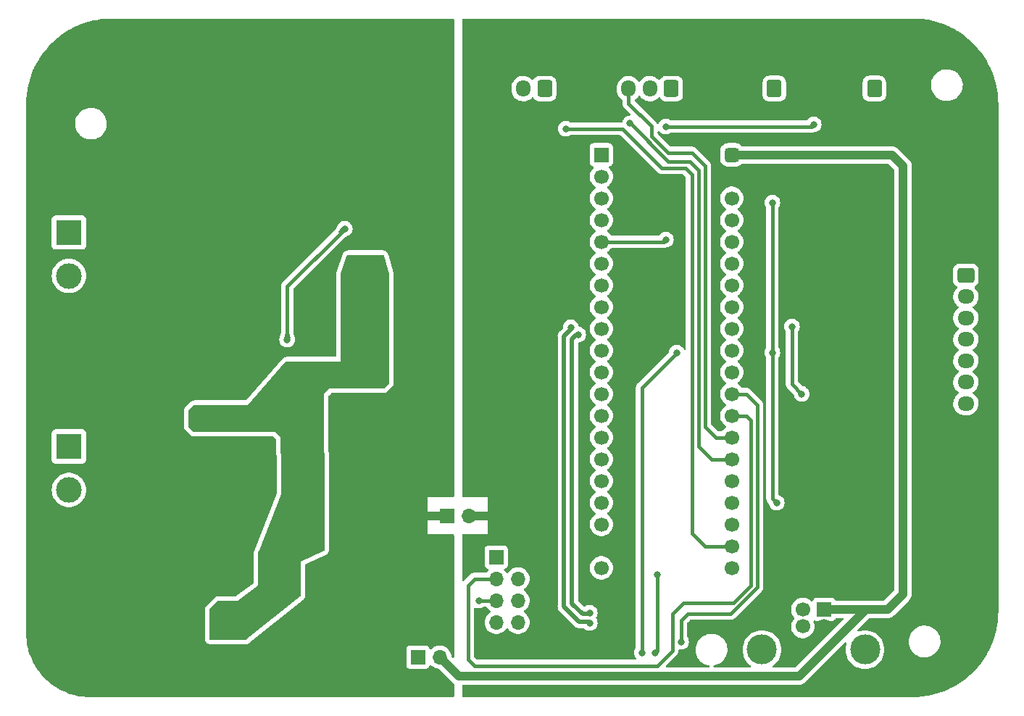
<source format=gbr>
%TF.GenerationSoftware,KiCad,Pcbnew,(7.0.0)*%
%TF.CreationDate,2023-04-03T14:28:29+07:00*%
%TF.ProjectId,3_phase_firing,335f7068-6173-4655-9f66-6972696e672e,rev?*%
%TF.SameCoordinates,Original*%
%TF.FileFunction,Copper,L2,Bot*%
%TF.FilePolarity,Positive*%
%FSLAX46Y46*%
G04 Gerber Fmt 4.6, Leading zero omitted, Abs format (unit mm)*
G04 Created by KiCad (PCBNEW (7.0.0)) date 2023-04-03 14:28:29*
%MOMM*%
%LPD*%
G01*
G04 APERTURE LIST*
G04 Aperture macros list*
%AMRoundRect*
0 Rectangle with rounded corners*
0 $1 Rounding radius*
0 $2 $3 $4 $5 $6 $7 $8 $9 X,Y pos of 4 corners*
0 Add a 4 corners polygon primitive as box body*
4,1,4,$2,$3,$4,$5,$6,$7,$8,$9,$2,$3,0*
0 Add four circle primitives for the rounded corners*
1,1,$1+$1,$2,$3*
1,1,$1+$1,$4,$5*
1,1,$1+$1,$6,$7*
1,1,$1+$1,$8,$9*
0 Add four rect primitives between the rounded corners*
20,1,$1+$1,$2,$3,$4,$5,0*
20,1,$1+$1,$4,$5,$6,$7,0*
20,1,$1+$1,$6,$7,$8,$9,0*
20,1,$1+$1,$8,$9,$2,$3,0*%
G04 Aperture macros list end*
%TA.AperFunction,ComponentPad*%
%ADD10O,1.700000X1.700000*%
%TD*%
%TA.AperFunction,ComponentPad*%
%ADD11R,1.700000X1.700000*%
%TD*%
%TA.AperFunction,ComponentPad*%
%ADD12C,1.700000*%
%TD*%
%TA.AperFunction,ComponentPad*%
%ADD13C,3.500000*%
%TD*%
%TA.AperFunction,ComponentPad*%
%ADD14RoundRect,0.425000X-0.425000X-0.425000X0.425000X-0.425000X0.425000X0.425000X-0.425000X0.425000X0*%
%TD*%
%TA.AperFunction,ComponentPad*%
%ADD15RoundRect,0.250000X0.600000X0.725000X-0.600000X0.725000X-0.600000X-0.725000X0.600000X-0.725000X0*%
%TD*%
%TA.AperFunction,ComponentPad*%
%ADD16O,1.700000X1.950000*%
%TD*%
%TA.AperFunction,ComponentPad*%
%ADD17RoundRect,0.250000X0.600000X0.750000X-0.600000X0.750000X-0.600000X-0.750000X0.600000X-0.750000X0*%
%TD*%
%TA.AperFunction,ComponentPad*%
%ADD18O,1.700000X2.000000*%
%TD*%
%TA.AperFunction,ComponentPad*%
%ADD19R,3.000000X3.000000*%
%TD*%
%TA.AperFunction,ComponentPad*%
%ADD20C,3.000000*%
%TD*%
%TA.AperFunction,ComponentPad*%
%ADD21RoundRect,0.250000X-0.725000X0.600000X-0.725000X-0.600000X0.725000X-0.600000X0.725000X0.600000X0*%
%TD*%
%TA.AperFunction,ComponentPad*%
%ADD22O,1.950000X1.700000*%
%TD*%
%TA.AperFunction,ViaPad*%
%ADD23C,0.800000*%
%TD*%
%TA.AperFunction,Conductor*%
%ADD24C,1.000000*%
%TD*%
%TA.AperFunction,Conductor*%
%ADD25C,0.400000*%
%TD*%
%TA.AperFunction,Conductor*%
%ADD26C,0.500000*%
%TD*%
G04 APERTURE END LIST*
D10*
%TO.P,JP2,2,B*%
%TO.N,GND*%
X124252999Y-100600999D03*
D11*
%TO.P,JP2,1,A*%
%TO.N,GNDS*%
X121712999Y-100600999D03*
%TD*%
%TO.P,J4,1,VBUS*%
%TO.N,+5V*%
X165734999Y-111532499D03*
D12*
%TO.P,J4,2,D-*%
%TO.N,USB-*%
X163235000Y-111532500D03*
%TO.P,J4,3,D+*%
%TO.N,USB+*%
X163235000Y-113532500D03*
%TO.P,J4,4,GND*%
%TO.N,GND*%
X165735000Y-113532500D03*
D13*
%TO.P,J4,5,Shield*%
%TO.N,unconnected-(J4-Shield-Pad5)*%
X170505000Y-116242500D03*
X158465000Y-116242500D03*
%TD*%
D11*
%TO.P,U6,1,PB12*%
%TO.N,unconnected-(U6-PB12-Pad1)*%
X139699999Y-58419999D03*
D12*
%TO.P,U6,2,PB13*%
%TO.N,LED_INDICATOR_2*%
X139700000Y-60960000D03*
%TO.P,U6,3,PB14*%
%TO.N,TRIAC_MODE*%
X139700000Y-63500000D03*
%TO.P,U6,4,PB15*%
%TO.N,SCR_MODE*%
X139700000Y-66040000D03*
%TO.P,U6,5,PA8*%
%TO.N,MODE_SELECT*%
X139700000Y-68580000D03*
%TO.P,U6,6,PA9*%
%TO.N,unconnected-(U6-PA9-Pad6)*%
X139700000Y-71120000D03*
%TO.P,U6,7,PA10*%
%TO.N,unconnected-(U6-PA10-Pad7)*%
X139700000Y-73660000D03*
%TO.P,U6,8,PA11*%
%TO.N,USB+*%
X139700000Y-76200000D03*
%TO.P,U6,9,PA12*%
%TO.N,USB-*%
X139700000Y-78740000D03*
%TO.P,U6,10,PA15*%
%TO.N,ZCD_A*%
X139700000Y-81280000D03*
%TO.P,U6,11,PB3*%
%TO.N,GATE_A1*%
X139700000Y-83820000D03*
%TO.P,U6,12,PB4*%
%TO.N,ZCD_B*%
X139700000Y-86360000D03*
%TO.P,U6,13,PB5*%
%TO.N,GATE_B1*%
X139700000Y-88900000D03*
%TO.P,U6,14,PB6*%
%TO.N,ZCD_C*%
X139700000Y-91440000D03*
%TO.P,U6,15,PB7*%
%TO.N,GATE_C1*%
X139700000Y-93980000D03*
%TO.P,U6,16,PB8*%
%TO.N,GATE_C2*%
X139700000Y-96520000D03*
%TO.P,U6,17,PB9*%
%TO.N,unconnected-(U6-PB9-Pad17)*%
X139700000Y-99060000D03*
%TO.P,U6,18,5V*%
%TO.N,unconnected-(U6-5V-Pad18)*%
X139700000Y-101600000D03*
%TO.P,U6,19,GND*%
%TO.N,GND*%
X139700000Y-104140000D03*
%TO.P,U6,20,3V3*%
%TO.N,+3.3V*%
X139700000Y-106680000D03*
%TO.P,U6,21,VBat*%
%TO.N,unconnected-(U6-VBat-Pad21)*%
X154940000Y-106680000D03*
%TO.P,U6,22,PC13*%
%TO.N,LED_INDICATOR_1*%
X154940000Y-104140000D03*
%TO.P,U6,23,PC14*%
%TO.N,unconnected-(U6-PC14-Pad23)*%
X154940000Y-101600000D03*
%TO.P,U6,24,PC15*%
%TO.N,unconnected-(U6-PC15-Pad24)*%
X154940000Y-99060000D03*
%TO.P,U6,25,RES*%
%TO.N,unconnected-(U6-RES-Pad25)*%
X154940000Y-96520000D03*
%TO.P,U6,26,PA0*%
%TO.N,ANG_CNTR_A*%
X154940000Y-93980000D03*
%TO.P,U6,27,PA1*%
%TO.N,ANG_CNTR_B*%
X154940000Y-91440000D03*
%TO.P,U6,28,PA2*%
%TO.N,AUX_ADC1*%
X154940000Y-88900000D03*
%TO.P,U6,29,PA3*%
%TO.N,AUX_ADC2*%
X154940000Y-86360000D03*
%TO.P,U6,30,PA4*%
%TO.N,AUX_ADC3*%
X154940000Y-83820000D03*
%TO.P,U6,31,PA5*%
%TO.N,AUX_ADC4*%
X154940000Y-81280000D03*
%TO.P,U6,32,PA6*%
%TO.N,AUX_ADC5*%
X154940000Y-78740000D03*
%TO.P,U6,33,PA7*%
%TO.N,AUX_ADC6*%
X154940000Y-76200000D03*
%TO.P,U6,34,PB0*%
%TO.N,GATE_B2*%
X154940000Y-73660000D03*
%TO.P,U6,35,PB1*%
%TO.N,unconnected-(U6-PB1-Pad35)*%
X154940000Y-71120000D03*
%TO.P,U6,36,PB2*%
%TO.N,unconnected-(U6-PB2-Pad36)*%
X154940000Y-68580000D03*
%TO.P,U6,37,PB10*%
%TO.N,GATE_A2*%
X154940000Y-66040000D03*
%TO.P,U6,38,3V3*%
%TO.N,+3.3V*%
X154940000Y-63500000D03*
%TO.P,U6,39,GND*%
%TO.N,GND*%
X154940000Y-60960000D03*
D14*
%TO.P,U6,40,5V*%
%TO.N,+5V*%
X154940000Y-58420000D03*
%TD*%
D15*
%TO.P,J9,1,Pin_1*%
%TO.N,+3.3V*%
X147882000Y-50690000D03*
D16*
%TO.P,J9,2,Pin_2*%
%TO.N,ANG_CNTR_A*%
X145381999Y-50689999D03*
%TO.P,J9,3,Pin_3*%
%TO.N,ANG_CNTR_B*%
X142881999Y-50689999D03*
%TO.P,J9,4,Pin_4*%
%TO.N,GND*%
X140381999Y-50689999D03*
%TD*%
D10*
%TO.P,JP1,2,B*%
%TO.N,+5V*%
X120818999Y-117110999D03*
D11*
%TO.P,JP1,1,A*%
%TO.N,Net-(JP1-A)*%
X118278999Y-117110999D03*
%TD*%
D17*
%TO.P,J8,1,Pin_1*%
%TO.N,SCR_MODE*%
X159913332Y-50690000D03*
D18*
%TO.P,J8,2,Pin_2*%
%TO.N,GND*%
X157413331Y-50689999D03*
%TD*%
D19*
%TO.P,J1,1,Pin_1*%
%TO.N,NEUT*%
X77499999Y-67499999D03*
D20*
%TO.P,J1,2,Pin_2*%
%TO.N,PHASE_A*%
X77500000Y-72580000D03*
%TD*%
D17*
%TO.P,J6,1,Pin_1*%
%TO.N,TRIAC_MODE*%
X171604000Y-50690000D03*
D18*
%TO.P,J6,2,Pin_2*%
%TO.N,GND*%
X169103999Y-50689999D03*
%TD*%
D15*
%TO.P,J7,1,Pin_1*%
%TO.N,+3.3V*%
X133080000Y-50690000D03*
D16*
%TO.P,J7,2,Pin_2*%
%TO.N,Net-(J7-Pin_2)*%
X130579999Y-50689999D03*
%TO.P,J7,3,Pin_3*%
%TO.N,GND*%
X128079999Y-50689999D03*
%TD*%
D11*
%TO.P,J5,1,Pin_1*%
%TO.N,+3.3V*%
X127427999Y-105426999D03*
D10*
%TO.P,J5,2,Pin_2*%
%TO.N,GND*%
X129967999Y-105426999D03*
%TO.P,J5,3,Pin_3*%
%TO.N,AUX_ADC1*%
X127427999Y-107966999D03*
%TO.P,J5,4,Pin_4*%
%TO.N,AUX_ADC2*%
X129967999Y-107966999D03*
%TO.P,J5,5,Pin_5*%
%TO.N,AUX_ADC3*%
X127427999Y-110506999D03*
%TO.P,J5,6,Pin_6*%
%TO.N,AUX_ADC4*%
X129967999Y-110506999D03*
%TO.P,J5,7,Pin_7*%
%TO.N,unconnected-(J5-Pin_7-Pad7)*%
X127427999Y-113046999D03*
%TO.P,J5,8,Pin_8*%
%TO.N,unconnected-(J5-Pin_8-Pad8)*%
X129967999Y-113046999D03*
%TD*%
D21*
%TO.P,J10,1,Pin_1*%
%TO.N,+3.3V*%
X182292000Y-72492500D03*
D22*
%TO.P,J10,2,Pin_2*%
%TO.N,Net-(J10-Pin_2)*%
X182291999Y-74992499D03*
%TO.P,J10,3,Pin_3*%
%TO.N,Net-(J10-Pin_3)*%
X182291999Y-77492499D03*
%TO.P,J10,4,Pin_4*%
%TO.N,Net-(J10-Pin_4)*%
X182291999Y-79992499D03*
%TO.P,J10,5,Pin_5*%
%TO.N,Net-(J10-Pin_5)*%
X182291999Y-82492499D03*
%TO.P,J10,6,Pin_6*%
%TO.N,Net-(J10-Pin_6)*%
X182291999Y-84992499D03*
%TO.P,J10,7,Pin_7*%
%TO.N,Net-(J10-Pin_7)*%
X182291999Y-87492499D03*
%TO.P,J10,8,Pin_8*%
%TO.N,GND*%
X182291999Y-89992499D03*
%TD*%
D19*
%TO.P,J2,1,Pin_1*%
%TO.N,PHASE_B*%
X77499999Y-92499999D03*
D20*
%TO.P,J2,2,Pin_2*%
%TO.N,PHASE_C*%
X77500000Y-97580000D03*
%TD*%
D23*
%TO.N,GNDS*%
X108839000Y-91567000D03*
X90122000Y-51847000D03*
X94589600Y-82448400D03*
X99122000Y-45847000D03*
X111122000Y-48847000D03*
X96059000Y-104411000D03*
X86788000Y-60977000D03*
X118157000Y-104665000D03*
X92630000Y-65803000D03*
X90122000Y-54847000D03*
X91106000Y-64279000D03*
X94865200Y-67885800D03*
X94154000Y-104411000D03*
X87122000Y-54847000D03*
X98552000Y-95681800D03*
X102122000Y-45847000D03*
X90043000Y-85394800D03*
X90122000Y-48847000D03*
X94027000Y-102633000D03*
X96186000Y-66819000D03*
X87296000Y-62755000D03*
X110283000Y-106697000D03*
X99122000Y-48847000D03*
X112569000Y-106824000D03*
X94865200Y-65701400D03*
X89328000Y-60977000D03*
X96122000Y-45847000D03*
X95551000Y-107332000D03*
X102122000Y-51847000D03*
X87122000Y-51847000D03*
X96122000Y-48847000D03*
X107289600Y-81280000D03*
X94789000Y-108856000D03*
X108122000Y-48847000D03*
X112696000Y-108729000D03*
X98345000Y-107332000D03*
X105122000Y-48847000D03*
X118157000Y-106697000D03*
X92811600Y-85369400D03*
X94027000Y-107078000D03*
X87122000Y-45847000D03*
X87122000Y-48847000D03*
X112569000Y-104792000D03*
X90122000Y-45847000D03*
X105122000Y-51847000D03*
X88566000Y-64279000D03*
X108122000Y-45847000D03*
X93646000Y-66819000D03*
X108122000Y-51847000D03*
X118157000Y-108602000D03*
X102122000Y-48847000D03*
X98345000Y-102633000D03*
X89836000Y-62755000D03*
X93122000Y-51847000D03*
X110283000Y-104792000D03*
X88058000Y-60977000D03*
X105122000Y-45847000D03*
X99122000Y-51847000D03*
X96122000Y-51847000D03*
X93122000Y-48847000D03*
X111122000Y-45847000D03*
X87122000Y-57847000D03*
X114122000Y-45847000D03*
X93122000Y-45847000D03*
X97837000Y-104411000D03*
%TO.N,GATE_B2*%
X161972000Y-78503000D03*
X163115000Y-86377000D03*
%TO.N,TRIAC_MODE*%
X147240000Y-55135000D03*
X164512000Y-54881000D03*
%TO.N,Net-(R13-Pad1)*%
X109728000Y-67056000D03*
X102997000Y-80010000D03*
%TO.N,GND*%
X126920000Y-97299000D03*
X129968000Y-82567000D03*
X129714000Y-70121000D03*
%TO.N,VCC*%
X113538000Y-71120000D03*
X105003600Y-92964000D03*
X110744000Y-71120000D03*
X101774000Y-110761000D03*
X100377000Y-106824000D03*
X103171000Y-109110000D03*
X113284000Y-83058000D03*
X100377000Y-109237000D03*
X112141000Y-71120000D03*
X94615000Y-89408000D03*
X100377000Y-104538000D03*
X103679000Y-104538000D03*
X98345000Y-110888000D03*
X99488000Y-112539000D03*
%TO.N,USB-*%
X136996265Y-79435265D03*
X138350000Y-111932500D03*
%TO.N,USB+*%
X136147735Y-78586735D03*
X138350000Y-113132500D03*
%TO.N,LED_INDICATOR_1*%
X135556000Y-55389000D03*
%TO.N,MODE_SELECT*%
X159686000Y-81551000D03*
X147240000Y-68343000D03*
X160194000Y-99077000D03*
X159686000Y-64025000D03*
%TO.N,ANG_CNTR_A*%
X143049000Y-54754000D03*
%TO.N,AUX_ADC2*%
X149018000Y-115333000D03*
%TO.N,AUX_ADC3*%
X145970000Y-116603000D03*
X125396000Y-110507000D03*
X146224000Y-107459000D03*
%TO.N,AUX_ADC4*%
X144446000Y-116603000D03*
X148510000Y-81551000D03*
%TD*%
D24*
%TO.N,GNDS*%
X121713000Y-100601000D02*
X117903000Y-100601000D01*
%TO.N,GND*%
X124253000Y-100601000D02*
X127555000Y-100601000D01*
D25*
%TO.N,GATE_B2*%
X161972000Y-85234000D02*
X163115000Y-86377000D01*
X161972000Y-78503000D02*
X161972000Y-85234000D01*
%TO.N,TRIAC_MODE*%
X164258000Y-55135000D02*
X164512000Y-54881000D01*
X147240000Y-55135000D02*
X164258000Y-55135000D01*
%TO.N,Net-(R13-Pad1)*%
X102997000Y-73787000D02*
X109728000Y-67056000D01*
X102997000Y-80010000D02*
X102997000Y-73787000D01*
D24*
%TO.N,+5V*%
X123035000Y-119327000D02*
X120819000Y-117111000D01*
X173656000Y-58437000D02*
X174926000Y-59707000D01*
X174926000Y-59707000D02*
X174926000Y-109745000D01*
X162804000Y-119327000D02*
X123035000Y-119327000D01*
X154940000Y-58420000D02*
X154957000Y-58437000D01*
X173138500Y-111532500D02*
X165735000Y-111532500D01*
X154957000Y-58437000D02*
X173656000Y-58437000D01*
X174926000Y-109745000D02*
X173138500Y-111532500D01*
X173138500Y-111532500D02*
X170598500Y-111532500D01*
X170598500Y-111532500D02*
X162804000Y-119327000D01*
D26*
%TO.N,USB-*%
X136260000Y-110828602D02*
X136260000Y-79959397D01*
X138350000Y-111932500D02*
X138200001Y-112082499D01*
X136260000Y-79959397D02*
X136784132Y-79435265D01*
X136784132Y-79435265D02*
X136996265Y-79435265D01*
X138200001Y-112082499D02*
X137513897Y-112082499D01*
X137513897Y-112082499D02*
X136260000Y-110828602D01*
%TO.N,USB+*%
X138200001Y-112982501D02*
X137141103Y-112982501D01*
X136147735Y-78798868D02*
X136147735Y-78586735D01*
X135360000Y-79586603D02*
X136147735Y-78798868D01*
X135360000Y-111201398D02*
X135360000Y-79586603D01*
X138350000Y-113132500D02*
X138200001Y-112982501D01*
X137141103Y-112982501D02*
X135360000Y-111201398D01*
D25*
%TO.N,LED_INDICATOR_1*%
X135556000Y-55389000D02*
X142160000Y-55389000D01*
X146732000Y-59961000D02*
X149526000Y-59961000D01*
X150288000Y-60723000D02*
X150288000Y-102633000D01*
X142160000Y-55389000D02*
X146732000Y-59961000D01*
X149526000Y-59961000D02*
X150288000Y-60723000D01*
X151795000Y-104140000D02*
X154940000Y-104140000D01*
X150288000Y-102633000D02*
X151795000Y-104140000D01*
%TO.N,MODE_SELECT*%
X159686000Y-64025000D02*
X159686000Y-81551000D01*
X147240000Y-68343000D02*
X147003000Y-68580000D01*
X147003000Y-68580000D02*
X139700000Y-68580000D01*
X159686000Y-98569000D02*
X160194000Y-99077000D01*
X159686000Y-81551000D02*
X159686000Y-98569000D01*
%TO.N,ANG_CNTR_A*%
X143069000Y-54747950D02*
X147520050Y-59199000D01*
X150034000Y-59199000D02*
X151050000Y-60215000D01*
X152557000Y-93980000D02*
X154940000Y-93980000D01*
X143055050Y-54747950D02*
X143049000Y-54754000D01*
X147520050Y-59199000D02*
X150034000Y-59199000D01*
X143069000Y-54747950D02*
X143055050Y-54747950D01*
X151050000Y-92473000D02*
X152557000Y-93980000D01*
X151050000Y-60215000D02*
X151050000Y-92473000D01*
%TO.N,ANG_CNTR_B*%
X150288000Y-58183000D02*
X147494000Y-58183000D01*
X154940000Y-91440000D02*
X153065000Y-91440000D01*
X153065000Y-91440000D02*
X151812000Y-90187000D01*
X151812000Y-90187000D02*
X151812000Y-59707000D01*
X147494000Y-58183000D02*
X145569000Y-56258000D01*
X142882000Y-52428000D02*
X142882000Y-50690000D01*
X145569000Y-55115000D02*
X142882000Y-52428000D01*
X151812000Y-59707000D02*
X150288000Y-58183000D01*
X145569000Y-56258000D02*
X145569000Y-55115000D01*
%TO.N,AUX_ADC1*%
X127428000Y-107967000D02*
X124888000Y-107967000D01*
X155114000Y-110761000D02*
X157146000Y-108729000D01*
X148002000Y-116349000D02*
X148002000Y-112031000D01*
X124126000Y-117365000D02*
X124888000Y-118127000D01*
X148002000Y-112031000D02*
X149272000Y-110761000D01*
X157146000Y-108729000D02*
X157146000Y-89425000D01*
X124126000Y-108729000D02*
X124126000Y-117365000D01*
X156621000Y-88900000D02*
X154940000Y-88900000D01*
X124888000Y-107967000D02*
X124126000Y-108729000D01*
X124888000Y-118127000D02*
X146224000Y-118127000D01*
X157146000Y-89425000D02*
X156621000Y-88900000D01*
X149272000Y-110761000D02*
X155114000Y-110761000D01*
X146224000Y-118127000D02*
X148002000Y-116349000D01*
%TO.N,AUX_ADC2*%
X154833949Y-112031000D02*
X149780000Y-112031000D01*
X157908000Y-108956949D02*
X154833949Y-112031000D01*
X149780000Y-112031000D02*
X149018000Y-112793000D01*
X157908000Y-91457000D02*
X157908000Y-108956949D01*
X157908000Y-87647000D02*
X157908000Y-91457000D01*
X154940000Y-86360000D02*
X156621000Y-86360000D01*
X157400000Y-87139000D02*
X157908000Y-87647000D01*
X156621000Y-86360000D02*
X157400000Y-87139000D01*
X149018000Y-113047000D02*
X149018000Y-115333000D01*
X149018000Y-112793000D02*
X149018000Y-113047000D01*
%TO.N,AUX_ADC3*%
X146224000Y-107459000D02*
X146224000Y-116349000D01*
X146224000Y-116349000D02*
X145970000Y-116603000D01*
X127428000Y-110507000D02*
X125650000Y-110507000D01*
%TO.N,AUX_ADC4*%
X144446000Y-85615000D02*
X148510000Y-81551000D01*
X144446000Y-116603000D02*
X144446000Y-85615000D01*
%TD*%
%TA.AperFunction,Conductor*%
%TO.N,GND*%
G36*
X177033375Y-42535515D02*
G01*
X177035567Y-42535713D01*
X177037819Y-42535918D01*
X177297447Y-42560460D01*
X177304532Y-42561334D01*
X177634780Y-42611596D01*
X177906356Y-42654610D01*
X177912994Y-42655847D01*
X178233449Y-42724636D01*
X178234373Y-42724840D01*
X178508232Y-42786055D01*
X178514570Y-42787645D01*
X178804925Y-42868588D01*
X178826950Y-42874728D01*
X178828268Y-42875103D01*
X179100870Y-42954301D01*
X179106785Y-42956179D01*
X179369409Y-43046805D01*
X179411468Y-43061319D01*
X179413047Y-43061876D01*
X179682012Y-43158709D01*
X179687499Y-43160831D01*
X179984072Y-43283676D01*
X179985815Y-43284415D01*
X180249430Y-43398491D01*
X180254474Y-43400808D01*
X180542240Y-43540922D01*
X180544189Y-43541893D01*
X180800980Y-43672734D01*
X180805610Y-43675219D01*
X181083850Y-43832147D01*
X181085954Y-43833362D01*
X181334548Y-43980381D01*
X181338767Y-43982991D01*
X181606594Y-44156154D01*
X181608903Y-44157684D01*
X181848141Y-44320270D01*
X181851967Y-44322976D01*
X182108556Y-44511778D01*
X182111046Y-44513659D01*
X182339863Y-44691148D01*
X182343187Y-44693821D01*
X182587775Y-44897659D01*
X182590386Y-44899897D01*
X182807680Y-45091467D01*
X182810718Y-45094235D01*
X183042446Y-45312369D01*
X183045177Y-45315020D01*
X183249978Y-45519821D01*
X183252629Y-45522552D01*
X183470763Y-45754280D01*
X183473530Y-45757316D01*
X183665092Y-45974601D01*
X183667338Y-45977222D01*
X183871167Y-46221798D01*
X183873862Y-46225150D01*
X184051321Y-46453929D01*
X184053220Y-46456442D01*
X184242013Y-46713019D01*
X184244738Y-46716871D01*
X184407274Y-46956035D01*
X184408872Y-46958446D01*
X184581995Y-47226211D01*
X184584638Y-47230484D01*
X184731596Y-47478976D01*
X184732891Y-47481217D01*
X184889762Y-47759356D01*
X184892281Y-47764051D01*
X185023082Y-48020763D01*
X185024100Y-48022807D01*
X185164173Y-48310488D01*
X185166525Y-48315607D01*
X185280566Y-48579142D01*
X185281338Y-48580964D01*
X185404157Y-48877475D01*
X185406299Y-48883012D01*
X185503122Y-49151951D01*
X185503679Y-49153530D01*
X185608813Y-49458196D01*
X185610702Y-49464145D01*
X185689895Y-49736730D01*
X185690270Y-49738048D01*
X185777350Y-50050417D01*
X185778943Y-50056766D01*
X185840158Y-50330625D01*
X185840387Y-50331666D01*
X185909141Y-50651953D01*
X185910396Y-50658688D01*
X185953356Y-50929931D01*
X185953473Y-50930682D01*
X186003664Y-51260458D01*
X186004539Y-51267559D01*
X186029078Y-51527153D01*
X186029120Y-51527608D01*
X186060566Y-51873657D01*
X186061021Y-51881103D01*
X186066999Y-52071342D01*
X186067001Y-52071494D01*
X186067004Y-52071494D01*
X186079443Y-52483114D01*
X186079500Y-52486920D01*
X186079500Y-111783080D01*
X186079443Y-111786886D01*
X186067009Y-112198354D01*
X186067004Y-112198506D01*
X186061021Y-112388896D01*
X186060566Y-112396341D01*
X186029120Y-112742390D01*
X186029078Y-112742845D01*
X186004539Y-113002439D01*
X186003664Y-113009540D01*
X185953473Y-113339316D01*
X185953356Y-113340067D01*
X185910396Y-113611310D01*
X185909141Y-113618045D01*
X185840387Y-113938332D01*
X185840158Y-113939373D01*
X185778943Y-114213232D01*
X185777350Y-114219581D01*
X185690270Y-114531950D01*
X185689895Y-114533268D01*
X185610702Y-114805853D01*
X185608813Y-114811802D01*
X185503679Y-115116468D01*
X185503122Y-115118047D01*
X185406299Y-115386986D01*
X185404157Y-115392523D01*
X185281338Y-115689034D01*
X185280566Y-115690856D01*
X185166525Y-115954391D01*
X185164173Y-115959510D01*
X185024100Y-116247191D01*
X185023082Y-116249235D01*
X184892281Y-116505947D01*
X184889762Y-116510642D01*
X184732891Y-116788781D01*
X184731596Y-116791022D01*
X184584638Y-117039514D01*
X184581995Y-117043787D01*
X184408872Y-117311552D01*
X184407274Y-117313963D01*
X184244738Y-117553127D01*
X184242013Y-117556979D01*
X184053220Y-117813556D01*
X184051293Y-117816107D01*
X183926613Y-117976844D01*
X183881182Y-118035414D01*
X183873912Y-118044786D01*
X183871145Y-118048227D01*
X183667339Y-118292775D01*
X183665060Y-118295434D01*
X183473531Y-118512680D01*
X183470763Y-118515718D01*
X183252629Y-118747446D01*
X183249978Y-118750177D01*
X183045177Y-118954978D01*
X183042446Y-118957629D01*
X182810718Y-119175763D01*
X182807680Y-119178531D01*
X182590434Y-119370060D01*
X182587775Y-119372339D01*
X182343227Y-119576145D01*
X182339786Y-119578912D01*
X182111107Y-119756293D01*
X182108556Y-119758220D01*
X181851979Y-119947013D01*
X181848127Y-119949738D01*
X181608963Y-120112274D01*
X181606552Y-120113872D01*
X181338787Y-120286995D01*
X181334514Y-120289638D01*
X181086022Y-120436596D01*
X181083781Y-120437891D01*
X180805642Y-120594762D01*
X180800947Y-120597281D01*
X180544235Y-120728082D01*
X180542191Y-120729100D01*
X180254510Y-120869173D01*
X180249391Y-120871525D01*
X179985856Y-120985566D01*
X179984034Y-120986338D01*
X179687523Y-121109157D01*
X179681986Y-121111299D01*
X179413047Y-121208122D01*
X179411468Y-121208679D01*
X179106802Y-121313813D01*
X179100853Y-121315702D01*
X178828268Y-121394895D01*
X178826950Y-121395270D01*
X178514581Y-121482350D01*
X178508232Y-121483943D01*
X178234373Y-121545158D01*
X178233332Y-121545387D01*
X177913045Y-121614141D01*
X177906310Y-121615396D01*
X177635067Y-121658356D01*
X177634316Y-121658473D01*
X177304540Y-121708664D01*
X177297439Y-121709539D01*
X177037845Y-121734078D01*
X177037390Y-121734120D01*
X176691341Y-121765566D01*
X176683895Y-121766021D01*
X176493656Y-121771999D01*
X176493505Y-121772004D01*
X176081878Y-121784443D01*
X176078092Y-121784500D01*
X123571020Y-121792697D01*
X123508011Y-121775823D01*
X123461884Y-121729703D01*
X123445000Y-121666697D01*
X123445000Y-120461500D01*
X123461881Y-120398500D01*
X123508000Y-120352381D01*
X123571000Y-120335500D01*
X162748263Y-120335500D01*
X162760612Y-120336107D01*
X162797836Y-120339773D01*
X162797837Y-120339773D01*
X162804000Y-120340380D01*
X163001701Y-120320909D01*
X163191804Y-120263241D01*
X163191804Y-120263240D01*
X163367004Y-120169595D01*
X163520568Y-120043568D01*
X163548240Y-120009848D01*
X163556523Y-120000709D01*
X168151606Y-115405626D01*
X168209684Y-115372600D01*
X168276485Y-115373912D01*
X168333223Y-115409194D01*
X168363946Y-115468526D01*
X168360012Y-115535224D01*
X168320104Y-115652789D01*
X168320101Y-115652797D01*
X168318776Y-115656703D01*
X168317972Y-115660743D01*
X168317970Y-115660752D01*
X168261820Y-115943034D01*
X168261818Y-115943043D01*
X168261017Y-115947074D01*
X168260747Y-115951178D01*
X168260747Y-115951186D01*
X168246436Y-116169542D01*
X168241654Y-116242500D01*
X168241924Y-116246619D01*
X168260453Y-116529330D01*
X168261017Y-116537926D01*
X168261819Y-116541958D01*
X168261820Y-116541965D01*
X168317970Y-116824247D01*
X168318776Y-116828297D01*
X168320102Y-116832206D01*
X168320104Y-116832210D01*
X168398372Y-117062780D01*
X168413941Y-117108645D01*
X168415760Y-117112334D01*
X168415764Y-117112343D01*
X168543058Y-117370469D01*
X168544885Y-117374173D01*
X168709367Y-117620338D01*
X168904573Y-117842927D01*
X169127162Y-118038133D01*
X169373327Y-118202615D01*
X169377031Y-118204441D01*
X169377030Y-118204441D01*
X169580470Y-118304767D01*
X169638855Y-118333559D01*
X169919203Y-118428724D01*
X170209574Y-118486483D01*
X170505000Y-118505846D01*
X170800426Y-118486483D01*
X171090797Y-118428724D01*
X171371145Y-118333559D01*
X171636673Y-118202615D01*
X171882838Y-118038133D01*
X172105427Y-117842927D01*
X172300633Y-117620338D01*
X172465115Y-117374173D01*
X172596059Y-117108645D01*
X172691224Y-116828297D01*
X172748983Y-116537926D01*
X172768346Y-116242500D01*
X172748983Y-115947074D01*
X172691224Y-115656703D01*
X172596059Y-115376355D01*
X172584426Y-115352765D01*
X175611788Y-115352765D01*
X175612290Y-115357332D01*
X175612291Y-115357344D01*
X175640910Y-115617444D01*
X175640911Y-115617453D01*
X175641414Y-115622018D01*
X175642576Y-115626463D01*
X175642577Y-115626468D01*
X175688794Y-115803249D01*
X175709928Y-115884088D01*
X175711725Y-115888318D01*
X175711728Y-115888325D01*
X175774074Y-116035037D01*
X175815870Y-116133390D01*
X175818265Y-116137315D01*
X175818266Y-116137316D01*
X175923815Y-116310265D01*
X175956982Y-116364610D01*
X175959917Y-116368137D01*
X175959918Y-116368138D01*
X176092063Y-116526928D01*
X176130255Y-116572820D01*
X176142697Y-116583968D01*
X176328561Y-116750503D01*
X176328565Y-116750506D01*
X176331998Y-116753582D01*
X176557910Y-116903044D01*
X176803176Y-117018020D01*
X177062569Y-117096060D01*
X177330561Y-117135500D01*
X177531330Y-117135500D01*
X177533631Y-117135500D01*
X177736156Y-117120677D01*
X178000553Y-117061780D01*
X178253558Y-116965014D01*
X178489777Y-116832441D01*
X178704177Y-116666888D01*
X178892186Y-116471881D01*
X179049799Y-116251579D01*
X179173656Y-116010675D01*
X179261118Y-115754305D01*
X179310319Y-115487933D01*
X179318067Y-115275921D01*
X179320044Y-115221837D01*
X179320043Y-115221834D01*
X179320212Y-115217235D01*
X179290586Y-114947982D01*
X179222072Y-114685912D01*
X179116130Y-114436610D01*
X178975018Y-114205390D01*
X178801745Y-113997180D01*
X178715312Y-113919736D01*
X178603438Y-113819496D01*
X178603432Y-113819491D01*
X178600002Y-113816418D01*
X178428495Y-113702950D01*
X178377925Y-113669493D01*
X178377922Y-113669491D01*
X178374090Y-113666956D01*
X178300520Y-113632468D01*
X178132992Y-113553934D01*
X178132993Y-113553934D01*
X178128824Y-113551980D01*
X178067752Y-113533606D01*
X177873843Y-113475267D01*
X177873838Y-113475265D01*
X177869431Y-113473940D01*
X177864874Y-113473269D01*
X177864868Y-113473268D01*
X177606000Y-113435171D01*
X177605996Y-113435170D01*
X177601439Y-113434500D01*
X177398369Y-113434500D01*
X177396098Y-113434666D01*
X177396076Y-113434667D01*
X177200438Y-113448986D01*
X177200427Y-113448987D01*
X177195844Y-113449323D01*
X177191353Y-113450323D01*
X177191349Y-113450324D01*
X176935939Y-113507219D01*
X176935934Y-113507220D01*
X176931447Y-113508220D01*
X176927149Y-113509863D01*
X176927145Y-113509865D01*
X176682746Y-113603339D01*
X176682735Y-113603343D01*
X176678442Y-113604986D01*
X176674434Y-113607235D01*
X176674422Y-113607241D01*
X176446232Y-113735308D01*
X176446221Y-113735314D01*
X176442223Y-113737559D01*
X176438589Y-113740364D01*
X176438586Y-113740367D01*
X176231466Y-113900298D01*
X176231458Y-113900305D01*
X176227823Y-113903112D01*
X176224632Y-113906421D01*
X176224625Y-113906428D01*
X176043011Y-114094802D01*
X176043004Y-114094809D01*
X176039814Y-114098119D01*
X176037136Y-114101861D01*
X176037131Y-114101868D01*
X175884885Y-114314668D01*
X175884878Y-114314677D01*
X175882201Y-114318421D01*
X175880097Y-114322512D01*
X175880091Y-114322523D01*
X175760453Y-114555222D01*
X175758344Y-114559325D01*
X175756856Y-114563684D01*
X175756854Y-114563691D01*
X175672371Y-114811327D01*
X175672367Y-114811341D01*
X175670882Y-114815695D01*
X175670044Y-114820228D01*
X175670044Y-114820231D01*
X175622517Y-115077537D01*
X175622515Y-115077546D01*
X175621681Y-115082067D01*
X175621513Y-115086656D01*
X175621512Y-115086668D01*
X175614596Y-115275921D01*
X175611788Y-115352765D01*
X172584426Y-115352765D01*
X172465115Y-115110827D01*
X172300633Y-114864662D01*
X172105427Y-114642073D01*
X171882838Y-114446867D01*
X171636673Y-114282385D01*
X171632973Y-114280560D01*
X171632969Y-114280558D01*
X171374843Y-114153264D01*
X171374834Y-114153260D01*
X171371145Y-114151441D01*
X171367239Y-114150115D01*
X171094710Y-114057604D01*
X171094706Y-114057602D01*
X171090797Y-114056276D01*
X171086752Y-114055471D01*
X171086747Y-114055470D01*
X170804465Y-113999320D01*
X170804458Y-113999319D01*
X170800426Y-113998517D01*
X170796319Y-113998247D01*
X170796313Y-113998247D01*
X170509119Y-113979424D01*
X170505000Y-113979154D01*
X170500881Y-113979424D01*
X170213686Y-113998247D01*
X170213678Y-113998247D01*
X170209574Y-113998517D01*
X170205543Y-113999318D01*
X170205534Y-113999320D01*
X169923252Y-114055470D01*
X169923243Y-114055472D01*
X169919203Y-114056276D01*
X169855726Y-114077823D01*
X169797724Y-114097512D01*
X169731026Y-114101444D01*
X169671695Y-114070722D01*
X169636413Y-114013983D01*
X169635101Y-113947182D01*
X169668125Y-113889107D01*
X170979331Y-112577902D01*
X171020206Y-112550591D01*
X171068424Y-112541000D01*
X173082763Y-112541000D01*
X173095112Y-112541607D01*
X173132336Y-112545273D01*
X173132337Y-112545273D01*
X173138500Y-112545880D01*
X173336201Y-112526409D01*
X173526304Y-112468741D01*
X173586754Y-112436430D01*
X173701504Y-112375095D01*
X173855068Y-112249068D01*
X173882740Y-112215348D01*
X173891023Y-112206209D01*
X175599709Y-110497523D01*
X175608848Y-110489240D01*
X175642568Y-110461568D01*
X175768595Y-110308004D01*
X175862241Y-110132804D01*
X175880382Y-110073000D01*
X175919909Y-109942701D01*
X175939380Y-109745000D01*
X175938773Y-109738836D01*
X175935107Y-109701612D01*
X175934500Y-109689263D01*
X175934500Y-87434635D01*
X180804816Y-87434635D01*
X180805043Y-87439980D01*
X180805043Y-87439982D01*
X180814403Y-87660325D01*
X180814403Y-87660331D01*
X180814631Y-87665678D01*
X180815758Y-87670911D01*
X180815759Y-87670912D01*
X180862222Y-87886502D01*
X180862223Y-87886508D01*
X180863351Y-87891738D01*
X180865347Y-87896706D01*
X180865348Y-87896708D01*
X180947576Y-88101343D01*
X180947580Y-88101351D01*
X180949574Y-88106313D01*
X181018719Y-88218611D01*
X181066796Y-88296694D01*
X181070821Y-88303230D01*
X181074353Y-88307244D01*
X181074356Y-88307247D01*
X181168448Y-88414157D01*
X181223602Y-88476824D01*
X181403524Y-88622100D01*
X181605409Y-88734880D01*
X181823450Y-88811919D01*
X182051375Y-88851000D01*
X182472047Y-88851000D01*
X182474713Y-88851000D01*
X182647418Y-88836301D01*
X182871207Y-88778030D01*
X183081929Y-88682778D01*
X183273523Y-88553283D01*
X183440476Y-88393272D01*
X183577985Y-88207347D01*
X183682095Y-88000857D01*
X183749811Y-87779743D01*
X183779184Y-87550365D01*
X183769369Y-87319322D01*
X183720649Y-87093262D01*
X183650565Y-86918851D01*
X183636423Y-86883656D01*
X183636421Y-86883653D01*
X183634426Y-86878687D01*
X183513179Y-86681770D01*
X183360398Y-86508176D01*
X183320370Y-86475856D01*
X183184641Y-86366263D01*
X183180476Y-86362900D01*
X183165996Y-86354811D01*
X183159266Y-86351051D01*
X183113424Y-86307113D01*
X183094831Y-86246398D01*
X183108210Y-86184325D01*
X183150158Y-86136662D01*
X183273523Y-86053283D01*
X183440476Y-85893272D01*
X183577985Y-85707347D01*
X183682095Y-85500857D01*
X183749811Y-85279743D01*
X183779184Y-85050365D01*
X183769369Y-84819322D01*
X183720649Y-84593262D01*
X183634426Y-84378687D01*
X183513179Y-84181770D01*
X183360398Y-84008176D01*
X183180476Y-83862900D01*
X183175804Y-83860290D01*
X183159266Y-83851051D01*
X183113424Y-83807113D01*
X183094831Y-83746398D01*
X183108210Y-83684325D01*
X183150158Y-83636662D01*
X183273523Y-83553283D01*
X183440476Y-83393272D01*
X183577985Y-83207347D01*
X183682095Y-83000857D01*
X183749811Y-82779743D01*
X183779184Y-82550365D01*
X183769369Y-82319322D01*
X183720649Y-82093262D01*
X183652054Y-81922556D01*
X183636423Y-81883656D01*
X183636421Y-81883653D01*
X183634426Y-81878687D01*
X183513179Y-81681770D01*
X183360398Y-81508176D01*
X183330077Y-81483694D01*
X183184641Y-81366263D01*
X183180476Y-81362900D01*
X183165962Y-81354792D01*
X183159266Y-81351051D01*
X183113424Y-81307113D01*
X183094831Y-81246398D01*
X183108210Y-81184325D01*
X183150158Y-81136662D01*
X183273523Y-81053283D01*
X183440476Y-80893272D01*
X183577985Y-80707347D01*
X183682095Y-80500857D01*
X183749811Y-80279743D01*
X183779184Y-80050365D01*
X183769369Y-79819322D01*
X183720649Y-79593262D01*
X183634426Y-79378687D01*
X183513179Y-79181770D01*
X183509468Y-79177554D01*
X183363934Y-79012194D01*
X183360398Y-79008176D01*
X183356088Y-79004696D01*
X183184641Y-78866263D01*
X183180476Y-78862900D01*
X183175804Y-78860290D01*
X183159266Y-78851051D01*
X183113424Y-78807113D01*
X183094831Y-78746398D01*
X183108210Y-78684325D01*
X183150158Y-78636662D01*
X183273523Y-78553283D01*
X183440476Y-78393272D01*
X183577985Y-78207347D01*
X183682095Y-78000857D01*
X183749811Y-77779743D01*
X183779184Y-77550365D01*
X183769369Y-77319322D01*
X183720649Y-77093262D01*
X183634426Y-76878687D01*
X183513179Y-76681770D01*
X183478719Y-76642616D01*
X183363934Y-76512194D01*
X183360398Y-76508176D01*
X183262867Y-76429426D01*
X183184641Y-76366263D01*
X183180476Y-76362900D01*
X183175804Y-76360290D01*
X183159266Y-76351051D01*
X183113424Y-76307113D01*
X183094831Y-76246398D01*
X183108210Y-76184325D01*
X183150158Y-76136662D01*
X183273523Y-76053283D01*
X183440476Y-75893272D01*
X183577985Y-75707347D01*
X183682095Y-75500857D01*
X183749811Y-75279743D01*
X183779184Y-75050365D01*
X183769369Y-74819322D01*
X183720649Y-74593262D01*
X183634426Y-74378687D01*
X183513179Y-74181770D01*
X183360398Y-74008176D01*
X183348345Y-73998443D01*
X183332976Y-73986034D01*
X183296783Y-73938702D01*
X183286384Y-73880033D01*
X183304106Y-73823145D01*
X183345982Y-73780763D01*
X183490652Y-73691530D01*
X183616030Y-73566152D01*
X183709115Y-73415238D01*
X183764887Y-73246926D01*
X183775500Y-73143045D01*
X183775499Y-71841956D01*
X183764887Y-71738074D01*
X183709115Y-71569762D01*
X183704707Y-71562616D01*
X183619883Y-71425095D01*
X183616030Y-71418848D01*
X183490652Y-71293470D01*
X183484404Y-71289616D01*
X183345981Y-71204235D01*
X183345976Y-71204232D01*
X183339738Y-71200385D01*
X183332776Y-71198078D01*
X183332774Y-71198077D01*
X183177951Y-71146775D01*
X183177949Y-71146774D01*
X183171426Y-71144613D01*
X183164589Y-71143914D01*
X183164587Y-71143914D01*
X183070729Y-71134325D01*
X183070723Y-71134324D01*
X183067545Y-71134000D01*
X183064339Y-71134000D01*
X181519661Y-71134000D01*
X181519641Y-71134000D01*
X181516456Y-71134001D01*
X181513279Y-71134325D01*
X181513270Y-71134326D01*
X181419411Y-71143914D01*
X181419405Y-71143915D01*
X181412574Y-71144613D01*
X181406058Y-71146771D01*
X181406049Y-71146774D01*
X181251225Y-71198077D01*
X181251219Y-71198079D01*
X181244262Y-71200385D01*
X181238026Y-71204230D01*
X181238018Y-71204235D01*
X181099595Y-71289616D01*
X181099590Y-71289619D01*
X181093348Y-71293470D01*
X181088158Y-71298659D01*
X181088154Y-71298663D01*
X180973163Y-71413654D01*
X180973159Y-71413658D01*
X180967970Y-71418848D01*
X180964119Y-71425090D01*
X180964116Y-71425095D01*
X180878735Y-71563518D01*
X180878730Y-71563526D01*
X180874885Y-71569762D01*
X180872579Y-71576719D01*
X180872577Y-71576725D01*
X180821275Y-71731548D01*
X180819113Y-71738074D01*
X180818414Y-71744908D01*
X180818414Y-71744912D01*
X180808825Y-71838770D01*
X180808500Y-71841955D01*
X180808500Y-71845159D01*
X180808500Y-71845160D01*
X180808500Y-73139838D01*
X180808500Y-73139857D01*
X180808501Y-73143044D01*
X180819113Y-73246926D01*
X180821272Y-73253443D01*
X180821274Y-73253450D01*
X180872577Y-73408274D01*
X180874885Y-73415238D01*
X180878732Y-73421476D01*
X180878735Y-73421481D01*
X180964116Y-73559904D01*
X180967970Y-73566152D01*
X181093348Y-73691530D01*
X181099596Y-73695383D01*
X181099595Y-73695383D01*
X181239306Y-73781558D01*
X181279784Y-73821664D01*
X181298455Y-73875500D01*
X181291501Y-73932056D01*
X181260343Y-73979765D01*
X181147393Y-74088018D01*
X181147382Y-74088029D01*
X181143524Y-74091728D01*
X181140348Y-74096021D01*
X181140342Y-74096029D01*
X181009197Y-74273349D01*
X181009190Y-74273358D01*
X181006015Y-74277653D01*
X181003607Y-74282427D01*
X181003605Y-74282432D01*
X180904313Y-74479365D01*
X180904309Y-74479374D01*
X180901905Y-74484143D01*
X180900340Y-74489250D01*
X180900337Y-74489260D01*
X180835757Y-74700135D01*
X180835755Y-74700141D01*
X180834189Y-74705257D01*
X180833508Y-74710570D01*
X180833508Y-74710573D01*
X180805495Y-74929326D01*
X180805494Y-74929335D01*
X180804816Y-74934635D01*
X180805043Y-74939980D01*
X180805043Y-74939982D01*
X180814403Y-75160325D01*
X180814403Y-75160331D01*
X180814631Y-75165678D01*
X180815758Y-75170911D01*
X180815759Y-75170912D01*
X180862222Y-75386502D01*
X180862223Y-75386508D01*
X180863351Y-75391738D01*
X180865347Y-75396706D01*
X180865348Y-75396708D01*
X180947576Y-75601343D01*
X180947580Y-75601351D01*
X180949574Y-75606313D01*
X181070821Y-75803230D01*
X181074353Y-75807244D01*
X181074356Y-75807247D01*
X181180409Y-75927747D01*
X181223602Y-75976824D01*
X181227766Y-75980186D01*
X181227768Y-75980188D01*
X181313563Y-76049462D01*
X181403524Y-76122100D01*
X181423516Y-76133268D01*
X181424731Y-76133947D01*
X181470574Y-76177884D01*
X181489167Y-76238599D01*
X181475790Y-76300672D01*
X181433838Y-76348339D01*
X181314912Y-76428719D01*
X181314908Y-76428721D01*
X181310477Y-76431717D01*
X181306615Y-76435418D01*
X181306613Y-76435420D01*
X181147387Y-76588025D01*
X181147383Y-76588029D01*
X181143524Y-76591728D01*
X181140348Y-76596021D01*
X181140342Y-76596029D01*
X181009197Y-76773349D01*
X181009190Y-76773358D01*
X181006015Y-76777653D01*
X181003607Y-76782427D01*
X181003605Y-76782432D01*
X180904313Y-76979365D01*
X180904309Y-76979374D01*
X180901905Y-76984143D01*
X180900340Y-76989250D01*
X180900337Y-76989260D01*
X180835757Y-77200135D01*
X180835755Y-77200141D01*
X180834189Y-77205257D01*
X180833508Y-77210570D01*
X180833508Y-77210573D01*
X180805495Y-77429326D01*
X180805494Y-77429335D01*
X180804816Y-77434635D01*
X180805043Y-77439980D01*
X180805043Y-77439982D01*
X180814403Y-77660325D01*
X180814403Y-77660331D01*
X180814631Y-77665678D01*
X180815758Y-77670911D01*
X180815759Y-77670912D01*
X180862222Y-77886502D01*
X180862223Y-77886508D01*
X180863351Y-77891738D01*
X180865347Y-77896706D01*
X180865348Y-77896708D01*
X180947576Y-78101343D01*
X180947580Y-78101351D01*
X180949574Y-78106313D01*
X180961524Y-78125721D01*
X181064279Y-78292606D01*
X181070821Y-78303230D01*
X181074353Y-78307244D01*
X181074356Y-78307247D01*
X181158955Y-78403370D01*
X181223602Y-78476824D01*
X181227766Y-78480186D01*
X181227768Y-78480188D01*
X181278099Y-78520827D01*
X181403524Y-78622100D01*
X181423516Y-78633268D01*
X181424731Y-78633947D01*
X181470574Y-78677884D01*
X181489167Y-78738599D01*
X181475790Y-78800672D01*
X181433838Y-78848339D01*
X181314912Y-78928719D01*
X181314908Y-78928721D01*
X181310477Y-78931717D01*
X181306615Y-78935418D01*
X181306613Y-78935420D01*
X181147387Y-79088025D01*
X181147383Y-79088029D01*
X181143524Y-79091728D01*
X181140348Y-79096021D01*
X181140342Y-79096029D01*
X181009197Y-79273349D01*
X181009190Y-79273358D01*
X181006015Y-79277653D01*
X181003607Y-79282427D01*
X181003605Y-79282432D01*
X180904313Y-79479365D01*
X180904309Y-79479374D01*
X180901905Y-79484143D01*
X180900340Y-79489250D01*
X180900337Y-79489260D01*
X180835757Y-79700135D01*
X180835755Y-79700141D01*
X180834189Y-79705257D01*
X180833508Y-79710570D01*
X180833508Y-79710573D01*
X180805495Y-79929326D01*
X180805494Y-79929335D01*
X180804816Y-79934635D01*
X180805043Y-79939980D01*
X180805043Y-79939982D01*
X180814403Y-80160325D01*
X180814403Y-80160331D01*
X180814631Y-80165678D01*
X180815758Y-80170911D01*
X180815759Y-80170912D01*
X180862222Y-80386502D01*
X180862223Y-80386508D01*
X180863351Y-80391738D01*
X180865347Y-80396706D01*
X180865348Y-80396708D01*
X180947576Y-80601343D01*
X180947580Y-80601351D01*
X180949574Y-80606313D01*
X181070821Y-80803230D01*
X181074353Y-80807244D01*
X181074356Y-80807247D01*
X181180409Y-80927747D01*
X181223602Y-80976824D01*
X181227766Y-80980186D01*
X181227768Y-80980188D01*
X181263635Y-81009148D01*
X181403524Y-81122100D01*
X181423516Y-81133268D01*
X181424731Y-81133947D01*
X181470574Y-81177884D01*
X181489167Y-81238599D01*
X181475790Y-81300672D01*
X181433838Y-81348339D01*
X181314912Y-81428719D01*
X181314908Y-81428721D01*
X181310477Y-81431717D01*
X181306615Y-81435418D01*
X181306613Y-81435420D01*
X181147387Y-81588025D01*
X181147383Y-81588029D01*
X181143524Y-81591728D01*
X181140348Y-81596021D01*
X181140342Y-81596029D01*
X181009197Y-81773349D01*
X181009190Y-81773358D01*
X181006015Y-81777653D01*
X181003607Y-81782427D01*
X181003605Y-81782432D01*
X180904313Y-81979365D01*
X180904309Y-81979374D01*
X180901905Y-81984143D01*
X180900340Y-81989250D01*
X180900337Y-81989260D01*
X180835757Y-82200135D01*
X180835755Y-82200141D01*
X180834189Y-82205257D01*
X180833508Y-82210570D01*
X180833508Y-82210573D01*
X180805495Y-82429326D01*
X180805494Y-82429335D01*
X180804816Y-82434635D01*
X180805043Y-82439980D01*
X180805043Y-82439982D01*
X180814403Y-82660325D01*
X180814403Y-82660331D01*
X180814631Y-82665678D01*
X180815758Y-82670911D01*
X180815759Y-82670912D01*
X180862222Y-82886502D01*
X180862223Y-82886508D01*
X180863351Y-82891738D01*
X180865347Y-82896706D01*
X180865348Y-82896708D01*
X180947576Y-83101343D01*
X180947580Y-83101351D01*
X180949574Y-83106313D01*
X181070821Y-83303230D01*
X181074353Y-83307244D01*
X181074356Y-83307247D01*
X181180409Y-83427747D01*
X181223602Y-83476824D01*
X181403524Y-83622100D01*
X181423516Y-83633268D01*
X181424731Y-83633947D01*
X181470574Y-83677884D01*
X181489167Y-83738599D01*
X181475790Y-83800672D01*
X181433838Y-83848339D01*
X181314912Y-83928719D01*
X181314908Y-83928721D01*
X181310477Y-83931717D01*
X181306615Y-83935418D01*
X181306613Y-83935420D01*
X181147387Y-84088025D01*
X181147383Y-84088029D01*
X181143524Y-84091728D01*
X181140348Y-84096021D01*
X181140342Y-84096029D01*
X181009197Y-84273349D01*
X181009190Y-84273358D01*
X181006015Y-84277653D01*
X181003607Y-84282427D01*
X181003605Y-84282432D01*
X180904313Y-84479365D01*
X180904309Y-84479374D01*
X180901905Y-84484143D01*
X180900340Y-84489250D01*
X180900337Y-84489260D01*
X180835757Y-84700135D01*
X180835755Y-84700141D01*
X180834189Y-84705257D01*
X180833508Y-84710570D01*
X180833508Y-84710573D01*
X180805495Y-84929326D01*
X180805494Y-84929335D01*
X180804816Y-84934635D01*
X180805043Y-84939980D01*
X180805043Y-84939982D01*
X180814403Y-85160325D01*
X180814403Y-85160331D01*
X180814631Y-85165678D01*
X180815758Y-85170911D01*
X180815759Y-85170912D01*
X180862222Y-85386502D01*
X180862223Y-85386508D01*
X180863351Y-85391738D01*
X180865347Y-85396706D01*
X180865348Y-85396708D01*
X180947576Y-85601343D01*
X180947580Y-85601351D01*
X180949574Y-85606313D01*
X181070821Y-85803230D01*
X181074353Y-85807244D01*
X181074356Y-85807247D01*
X181163443Y-85908470D01*
X181223602Y-85976824D01*
X181227766Y-85980186D01*
X181227768Y-85980188D01*
X181259047Y-86005444D01*
X181403524Y-86122100D01*
X181423516Y-86133268D01*
X181424731Y-86133947D01*
X181470574Y-86177884D01*
X181489167Y-86238599D01*
X181475790Y-86300672D01*
X181433838Y-86348339D01*
X181314912Y-86428719D01*
X181314908Y-86428721D01*
X181310477Y-86431717D01*
X181306615Y-86435418D01*
X181306613Y-86435420D01*
X181147387Y-86588025D01*
X181147383Y-86588029D01*
X181143524Y-86591728D01*
X181140348Y-86596021D01*
X181140342Y-86596029D01*
X181009197Y-86773349D01*
X181009190Y-86773358D01*
X181006015Y-86777653D01*
X181003607Y-86782427D01*
X181003605Y-86782432D01*
X180904313Y-86979365D01*
X180904309Y-86979374D01*
X180901905Y-86984143D01*
X180900340Y-86989250D01*
X180900337Y-86989260D01*
X180835757Y-87200135D01*
X180835755Y-87200141D01*
X180834189Y-87205257D01*
X180833508Y-87210570D01*
X180833508Y-87210573D01*
X180805495Y-87429326D01*
X180805494Y-87429335D01*
X180804816Y-87434635D01*
X175934500Y-87434635D01*
X175934500Y-59762734D01*
X175935107Y-59750384D01*
X175938773Y-59713163D01*
X175939380Y-59707000D01*
X175923303Y-59543765D01*
X175920515Y-59515461D01*
X175920514Y-59515460D01*
X175919908Y-59509299D01*
X175862241Y-59319196D01*
X175768595Y-59143996D01*
X175708156Y-59070351D01*
X175642568Y-58990432D01*
X175608857Y-58962766D01*
X175599696Y-58954462D01*
X174408532Y-57763298D01*
X174400238Y-57754148D01*
X174372568Y-57720432D01*
X174240537Y-57612077D01*
X174223788Y-57598331D01*
X174223787Y-57598330D01*
X174219004Y-57594405D01*
X174213545Y-57591487D01*
X174049262Y-57503676D01*
X174049259Y-57503674D01*
X174043804Y-57500759D01*
X174037884Y-57498963D01*
X174037879Y-57498961D01*
X174008452Y-57490035D01*
X173859629Y-57444889D01*
X173859626Y-57444888D01*
X173853701Y-57443091D01*
X173847542Y-57442484D01*
X173847535Y-57442483D01*
X173662163Y-57424227D01*
X173656000Y-57423620D01*
X173649837Y-57424227D01*
X173649836Y-57424227D01*
X173612612Y-57427893D01*
X173600263Y-57428500D01*
X156167545Y-57428500D01*
X156113300Y-57416226D01*
X156069627Y-57381796D01*
X156028720Y-57331280D01*
X155876221Y-57207789D01*
X155856724Y-57197855D01*
X155707258Y-57121697D01*
X155707253Y-57121695D01*
X155701379Y-57118702D01*
X155695005Y-57116994D01*
X155517413Y-57069408D01*
X155517409Y-57069407D01*
X155511836Y-57067914D01*
X155502357Y-57067168D01*
X155432793Y-57061693D01*
X155432785Y-57061692D01*
X155430337Y-57061500D01*
X155427867Y-57061500D01*
X154452135Y-57061500D01*
X154452109Y-57061500D01*
X154449664Y-57061501D01*
X154447218Y-57061693D01*
X154447204Y-57061694D01*
X154373917Y-57067461D01*
X154373913Y-57067461D01*
X154368164Y-57067914D01*
X154362597Y-57069405D01*
X154362589Y-57069407D01*
X154184994Y-57116994D01*
X154184990Y-57116995D01*
X154178621Y-57118702D01*
X154172749Y-57121693D01*
X154172741Y-57121697D01*
X154009660Y-57204792D01*
X154009656Y-57204794D01*
X154003779Y-57207789D01*
X153998649Y-57211942D01*
X153998646Y-57211945D01*
X153856410Y-57327125D01*
X153856405Y-57327129D01*
X153851280Y-57331280D01*
X153847129Y-57336405D01*
X153847125Y-57336410D01*
X153731945Y-57478646D01*
X153731942Y-57478649D01*
X153727789Y-57483779D01*
X153724794Y-57489656D01*
X153724792Y-57489660D01*
X153641697Y-57652741D01*
X153641693Y-57652749D01*
X153638702Y-57658621D01*
X153636995Y-57664990D01*
X153636994Y-57664994D01*
X153589408Y-57842586D01*
X153589406Y-57842592D01*
X153587914Y-57848164D01*
X153581500Y-57929663D01*
X153581500Y-57932131D01*
X153581500Y-57932132D01*
X153581500Y-58907864D01*
X153581500Y-58907889D01*
X153581501Y-58910336D01*
X153581693Y-58912782D01*
X153581694Y-58912795D01*
X153587461Y-58986082D01*
X153587914Y-58991836D01*
X153589406Y-58997404D01*
X153589407Y-58997410D01*
X153608952Y-59070351D01*
X153638702Y-59181379D01*
X153641695Y-59187253D01*
X153641697Y-59187258D01*
X153706141Y-59313734D01*
X153727789Y-59356221D01*
X153851280Y-59508720D01*
X154003779Y-59632211D01*
X154178621Y-59721298D01*
X154368164Y-59772086D01*
X154449663Y-59778500D01*
X155430336Y-59778499D01*
X155511836Y-59772086D01*
X155701379Y-59721298D01*
X155876221Y-59632211D01*
X156028720Y-59508720D01*
X156036644Y-59498933D01*
X156042094Y-59492205D01*
X156085770Y-59457774D01*
X156140014Y-59445500D01*
X173186076Y-59445500D01*
X173234294Y-59455091D01*
X173275171Y-59482405D01*
X173880595Y-60087829D01*
X173907909Y-60128706D01*
X173917500Y-60176924D01*
X173917500Y-109275076D01*
X173907909Y-109323294D01*
X173880595Y-109364171D01*
X172757671Y-110487095D01*
X172716794Y-110514409D01*
X172668576Y-110524000D01*
X170654237Y-110524000D01*
X170641888Y-110523393D01*
X170604664Y-110519727D01*
X170604663Y-110519727D01*
X170598500Y-110519120D01*
X170592337Y-110519727D01*
X170555114Y-110523393D01*
X170542764Y-110524000D01*
X167156085Y-110524000D01*
X167106486Y-110513827D01*
X167064896Y-110484952D01*
X167044340Y-110452115D01*
X167043359Y-110452651D01*
X167039036Y-110444736D01*
X167035889Y-110436296D01*
X166948261Y-110319239D01*
X166941049Y-110313840D01*
X166838417Y-110237010D01*
X166838414Y-110237008D01*
X166831204Y-110231611D01*
X166822766Y-110228464D01*
X166822763Y-110228462D01*
X166701580Y-110183263D01*
X166701578Y-110183262D01*
X166694201Y-110180511D01*
X166686373Y-110179669D01*
X166686367Y-110179668D01*
X166636988Y-110174360D01*
X166636985Y-110174359D01*
X166633638Y-110174000D01*
X164836362Y-110174000D01*
X164833015Y-110174359D01*
X164833011Y-110174360D01*
X164783632Y-110179668D01*
X164783625Y-110179669D01*
X164775799Y-110180511D01*
X164768423Y-110183261D01*
X164768419Y-110183263D01*
X164647236Y-110228462D01*
X164647230Y-110228465D01*
X164638796Y-110231611D01*
X164631588Y-110237006D01*
X164631582Y-110237010D01*
X164528950Y-110313840D01*
X164528946Y-110313843D01*
X164521739Y-110319239D01*
X164516343Y-110326446D01*
X164516340Y-110326450D01*
X164439510Y-110429082D01*
X164439506Y-110429088D01*
X164434111Y-110436296D01*
X164430964Y-110444731D01*
X164430959Y-110444742D01*
X164401534Y-110523634D01*
X164365003Y-110575673D01*
X164307712Y-110603249D01*
X164244251Y-110599339D01*
X164190779Y-110564939D01*
X164161778Y-110533437D01*
X164161776Y-110533435D01*
X164158240Y-110529594D01*
X163980576Y-110391311D01*
X163975997Y-110388833D01*
X163975994Y-110388831D01*
X163787159Y-110286639D01*
X163787156Y-110286637D01*
X163782574Y-110284158D01*
X163777650Y-110282467D01*
X163777642Y-110282464D01*
X163574565Y-110212748D01*
X163574559Y-110212746D01*
X163569635Y-110211056D01*
X163564498Y-110210198D01*
X163564495Y-110210198D01*
X163352706Y-110174857D01*
X163352703Y-110174856D01*
X163347569Y-110174000D01*
X163122431Y-110174000D01*
X163117297Y-110174856D01*
X163117293Y-110174857D01*
X162905504Y-110210198D01*
X162905498Y-110210199D01*
X162900365Y-110211056D01*
X162895443Y-110212745D01*
X162895434Y-110212748D01*
X162692357Y-110282464D01*
X162692344Y-110282469D01*
X162687426Y-110284158D01*
X162682847Y-110286635D01*
X162682840Y-110286639D01*
X162494005Y-110388831D01*
X162493997Y-110388836D01*
X162489424Y-110391311D01*
X162485313Y-110394510D01*
X162485311Y-110394512D01*
X162315878Y-110526388D01*
X162315872Y-110526393D01*
X162311760Y-110529594D01*
X162308237Y-110533419D01*
X162308227Y-110533430D01*
X162162806Y-110691399D01*
X162162802Y-110691402D01*
X162159278Y-110695232D01*
X162156430Y-110699590D01*
X162156427Y-110699595D01*
X162038992Y-110879343D01*
X162036140Y-110883709D01*
X162034048Y-110888478D01*
X162034046Y-110888482D01*
X161947799Y-111085106D01*
X161947796Y-111085114D01*
X161945704Y-111089884D01*
X161944423Y-111094940D01*
X161944422Y-111094945D01*
X161897477Y-111280329D01*
X161890436Y-111308132D01*
X161890006Y-111313320D01*
X161890005Y-111313327D01*
X161878642Y-111450463D01*
X161871844Y-111532500D01*
X161872274Y-111537689D01*
X161886759Y-111712503D01*
X161890436Y-111756868D01*
X161906087Y-111818671D01*
X161933790Y-111928071D01*
X161945704Y-111975116D01*
X161947797Y-111979889D01*
X161947799Y-111979893D01*
X162013074Y-112128705D01*
X162036140Y-112181291D01*
X162159278Y-112369768D01*
X162162805Y-112373599D01*
X162162811Y-112373607D01*
X162230524Y-112447163D01*
X162259967Y-112501569D01*
X162259967Y-112563431D01*
X162230524Y-112617837D01*
X162162811Y-112691392D01*
X162162800Y-112691405D01*
X162159278Y-112695232D01*
X162156430Y-112699590D01*
X162156427Y-112699595D01*
X162066959Y-112836537D01*
X162036140Y-112883709D01*
X162034048Y-112888478D01*
X162034046Y-112888482D01*
X161947799Y-113085106D01*
X161947796Y-113085114D01*
X161945704Y-113089884D01*
X161944423Y-113094940D01*
X161944422Y-113094945D01*
X161891717Y-113303073D01*
X161890436Y-113308132D01*
X161890006Y-113313320D01*
X161890005Y-113313327D01*
X161875002Y-113494393D01*
X161871844Y-113532500D01*
X161872274Y-113537689D01*
X161889730Y-113748356D01*
X161890436Y-113756868D01*
X161891717Y-113761926D01*
X161923668Y-113888100D01*
X161945704Y-113975116D01*
X161947797Y-113979889D01*
X161947799Y-113979893D01*
X161979915Y-114053111D01*
X162036140Y-114181291D01*
X162159278Y-114369768D01*
X162162806Y-114373600D01*
X162308227Y-114531569D01*
X162308231Y-114531573D01*
X162311760Y-114535406D01*
X162489424Y-114673689D01*
X162687426Y-114780842D01*
X162692355Y-114782534D01*
X162692357Y-114782535D01*
X162776226Y-114811327D01*
X162900365Y-114853944D01*
X163122431Y-114891000D01*
X163342358Y-114891000D01*
X163347569Y-114891000D01*
X163569635Y-114853944D01*
X163782574Y-114780842D01*
X163980576Y-114673689D01*
X164158240Y-114535406D01*
X164310722Y-114369768D01*
X164433860Y-114181291D01*
X164524296Y-113975116D01*
X164579564Y-113756868D01*
X164598156Y-113532500D01*
X164579564Y-113308132D01*
X164524296Y-113089884D01*
X164505485Y-113047000D01*
X164487024Y-113004911D01*
X164476601Y-112947387D01*
X164493260Y-112891351D01*
X164533417Y-112848866D01*
X164588425Y-112829076D01*
X164646444Y-112836242D01*
X164768412Y-112881734D01*
X164768413Y-112881734D01*
X164775799Y-112884489D01*
X164836362Y-112891000D01*
X166630269Y-112891000D01*
X166633638Y-112891000D01*
X166694201Y-112884489D01*
X166831204Y-112833389D01*
X166948261Y-112745761D01*
X167035889Y-112628704D01*
X167039037Y-112620262D01*
X167043359Y-112612349D01*
X167044340Y-112612884D01*
X167064896Y-112580048D01*
X167106486Y-112551173D01*
X167156085Y-112541000D01*
X167859576Y-112541000D01*
X167916779Y-112554733D01*
X167961512Y-112592939D01*
X167984025Y-112647289D01*
X167979409Y-112705936D01*
X167948671Y-112756095D01*
X162423171Y-118281595D01*
X162382294Y-118308909D01*
X162334076Y-118318500D01*
X159838605Y-118318500D01*
X159777039Y-118302434D01*
X159731172Y-118258335D01*
X159712702Y-118197447D01*
X159726338Y-118135297D01*
X159768603Y-118087735D01*
X159842838Y-118038133D01*
X160065427Y-117842927D01*
X160260633Y-117620338D01*
X160425115Y-117374173D01*
X160556059Y-117108645D01*
X160651224Y-116828297D01*
X160708983Y-116537926D01*
X160728346Y-116242500D01*
X160708983Y-115947074D01*
X160651224Y-115656703D01*
X160556059Y-115376355D01*
X160425115Y-115110827D01*
X160260633Y-114864662D01*
X160065427Y-114642073D01*
X159842838Y-114446867D01*
X159596673Y-114282385D01*
X159592973Y-114280560D01*
X159592969Y-114280558D01*
X159334843Y-114153264D01*
X159334834Y-114153260D01*
X159331145Y-114151441D01*
X159327239Y-114150115D01*
X159054710Y-114057604D01*
X159054706Y-114057602D01*
X159050797Y-114056276D01*
X159046752Y-114055471D01*
X159046747Y-114055470D01*
X158764465Y-113999320D01*
X158764458Y-113999319D01*
X158760426Y-113998517D01*
X158756319Y-113998247D01*
X158756313Y-113998247D01*
X158469119Y-113979424D01*
X158465000Y-113979154D01*
X158460881Y-113979424D01*
X158173686Y-113998247D01*
X158173678Y-113998247D01*
X158169574Y-113998517D01*
X158165543Y-113999318D01*
X158165534Y-113999320D01*
X157883252Y-114055470D01*
X157883243Y-114055472D01*
X157879203Y-114056276D01*
X157875297Y-114057601D01*
X157875289Y-114057604D01*
X157602760Y-114150115D01*
X157602754Y-114150117D01*
X157598855Y-114151441D01*
X157595170Y-114153257D01*
X157595156Y-114153264D01*
X157337030Y-114280558D01*
X157337019Y-114280564D01*
X157333327Y-114282385D01*
X157329898Y-114284675D01*
X157329893Y-114284679D01*
X157090593Y-114444574D01*
X157090588Y-114444577D01*
X157087162Y-114446867D01*
X157084067Y-114449580D01*
X157084062Y-114449585D01*
X156867661Y-114639364D01*
X156867653Y-114639371D01*
X156864573Y-114642073D01*
X156861871Y-114645153D01*
X156861864Y-114645161D01*
X156672085Y-114861562D01*
X156672080Y-114861567D01*
X156669367Y-114864662D01*
X156667077Y-114868088D01*
X156667074Y-114868093D01*
X156507179Y-115107393D01*
X156507175Y-115107398D01*
X156504885Y-115110827D01*
X156503064Y-115114519D01*
X156503058Y-115114530D01*
X156375764Y-115372656D01*
X156375757Y-115372670D01*
X156373941Y-115376355D01*
X156372617Y-115380254D01*
X156372615Y-115380260D01*
X156280104Y-115652789D01*
X156280101Y-115652797D01*
X156278776Y-115656703D01*
X156277972Y-115660743D01*
X156277970Y-115660752D01*
X156221820Y-115943034D01*
X156221818Y-115943043D01*
X156221017Y-115947074D01*
X156220747Y-115951178D01*
X156220747Y-115951186D01*
X156206436Y-116169542D01*
X156201654Y-116242500D01*
X156201924Y-116246619D01*
X156220453Y-116529330D01*
X156221017Y-116537926D01*
X156221819Y-116541958D01*
X156221820Y-116541965D01*
X156277970Y-116824247D01*
X156278776Y-116828297D01*
X156280102Y-116832206D01*
X156280104Y-116832210D01*
X156358372Y-117062780D01*
X156373941Y-117108645D01*
X156375760Y-117112334D01*
X156375764Y-117112343D01*
X156503058Y-117370469D01*
X156504885Y-117374173D01*
X156669367Y-117620338D01*
X156864573Y-117842927D01*
X157087162Y-118038133D01*
X157090590Y-118040423D01*
X157090592Y-118040425D01*
X157161397Y-118087735D01*
X157203662Y-118135297D01*
X157217298Y-118197447D01*
X157198828Y-118258335D01*
X157152961Y-118302434D01*
X157091395Y-118318500D01*
X152910441Y-118318500D01*
X152851468Y-118303847D01*
X152806212Y-118263297D01*
X152785197Y-118206281D01*
X152793312Y-118146059D01*
X152828669Y-118096639D01*
X152883045Y-118069514D01*
X153108553Y-118019280D01*
X153361558Y-117922514D01*
X153597777Y-117789941D01*
X153812177Y-117624388D01*
X154000186Y-117429381D01*
X154157799Y-117209079D01*
X154281656Y-116968175D01*
X154369118Y-116711805D01*
X154418319Y-116445433D01*
X154424789Y-116268405D01*
X154428044Y-116179337D01*
X154428043Y-116179334D01*
X154428212Y-116174735D01*
X154398586Y-115905482D01*
X154330072Y-115643412D01*
X154224130Y-115394110D01*
X154083018Y-115162890D01*
X153909745Y-114954680D01*
X153809279Y-114864662D01*
X153711438Y-114776996D01*
X153711432Y-114776991D01*
X153708002Y-114773918D01*
X153508718Y-114642073D01*
X153485925Y-114626993D01*
X153485922Y-114626991D01*
X153482090Y-114624456D01*
X153236824Y-114509480D01*
X153232420Y-114508155D01*
X152981843Y-114432767D01*
X152981838Y-114432765D01*
X152977431Y-114431440D01*
X152972874Y-114430769D01*
X152972868Y-114430768D01*
X152714000Y-114392671D01*
X152713996Y-114392670D01*
X152709439Y-114392000D01*
X152506369Y-114392000D01*
X152504098Y-114392166D01*
X152504076Y-114392167D01*
X152308438Y-114406486D01*
X152308427Y-114406487D01*
X152303844Y-114406823D01*
X152299353Y-114407823D01*
X152299349Y-114407824D01*
X152043939Y-114464719D01*
X152043934Y-114464720D01*
X152039447Y-114465720D01*
X152035149Y-114467363D01*
X152035145Y-114467365D01*
X151790746Y-114560839D01*
X151790735Y-114560843D01*
X151786442Y-114562486D01*
X151782434Y-114564735D01*
X151782422Y-114564741D01*
X151554232Y-114692808D01*
X151554221Y-114692814D01*
X151550223Y-114695059D01*
X151546589Y-114697864D01*
X151546586Y-114697867D01*
X151339466Y-114857798D01*
X151339458Y-114857805D01*
X151335823Y-114860612D01*
X151332632Y-114863921D01*
X151332625Y-114863928D01*
X151151011Y-115052302D01*
X151151004Y-115052309D01*
X151147814Y-115055619D01*
X151145136Y-115059361D01*
X151145131Y-115059368D01*
X150992885Y-115272168D01*
X150992878Y-115272177D01*
X150990201Y-115275921D01*
X150988097Y-115280012D01*
X150988091Y-115280023D01*
X150868453Y-115512722D01*
X150866344Y-115516825D01*
X150864856Y-115521184D01*
X150864854Y-115521191D01*
X150780371Y-115768827D01*
X150780367Y-115768841D01*
X150778882Y-115773195D01*
X150778044Y-115777728D01*
X150778044Y-115777731D01*
X150730517Y-116035037D01*
X150730515Y-116035046D01*
X150729681Y-116039567D01*
X150729513Y-116044156D01*
X150729512Y-116044168D01*
X150720040Y-116303363D01*
X150719788Y-116310265D01*
X150720290Y-116314832D01*
X150720291Y-116314844D01*
X150748910Y-116574944D01*
X150748911Y-116574953D01*
X150749414Y-116579518D01*
X150750576Y-116583963D01*
X150750577Y-116583968D01*
X150804122Y-116788781D01*
X150817928Y-116841588D01*
X150819725Y-116845818D01*
X150819728Y-116845825D01*
X150893466Y-117019344D01*
X150923870Y-117090890D01*
X150926265Y-117094815D01*
X150926266Y-117094816D01*
X151058538Y-117311552D01*
X151064982Y-117322110D01*
X151067917Y-117325637D01*
X151067918Y-117325638D01*
X151184197Y-117465363D01*
X151238255Y-117530320D01*
X151333177Y-117615370D01*
X151436561Y-117708003D01*
X151436565Y-117708006D01*
X151439998Y-117711082D01*
X151665910Y-117860544D01*
X151911176Y-117975520D01*
X152170569Y-118053560D01*
X152267621Y-118067843D01*
X152325063Y-118091841D01*
X152364004Y-118140412D01*
X152374939Y-118201697D01*
X152355197Y-118260738D01*
X152309599Y-118303121D01*
X152249275Y-118318500D01*
X147338660Y-118318500D01*
X147281457Y-118304767D01*
X147236724Y-118266561D01*
X147214211Y-118212211D01*
X147218827Y-118153564D01*
X147249562Y-118103407D01*
X148485172Y-116867796D01*
X148490663Y-116862627D01*
X148536215Y-116822273D01*
X148570776Y-116772201D01*
X148575265Y-116766102D01*
X148612775Y-116718226D01*
X148616958Y-116708930D01*
X148628162Y-116689064D01*
X148633954Y-116680675D01*
X148655517Y-116623814D01*
X148658423Y-116616797D01*
X148683389Y-116561329D01*
X148685226Y-116551299D01*
X148691351Y-116529330D01*
X148694965Y-116519801D01*
X148702299Y-116459396D01*
X148703434Y-116451940D01*
X148714402Y-116392092D01*
X148712461Y-116360007D01*
X148722165Y-116303363D01*
X148756016Y-116256919D01*
X148806971Y-116230339D01*
X148864429Y-116229154D01*
X148878628Y-116232172D01*
X148922513Y-116241500D01*
X149106884Y-116241500D01*
X149113487Y-116241500D01*
X149300288Y-116201794D01*
X149474752Y-116124118D01*
X149629253Y-116011866D01*
X149757040Y-115869944D01*
X149852527Y-115704556D01*
X149911542Y-115522928D01*
X149931504Y-115333000D01*
X149911542Y-115143072D01*
X149852527Y-114961444D01*
X149757040Y-114796056D01*
X149752621Y-114791148D01*
X149750564Y-114788317D01*
X149732667Y-114753192D01*
X149726500Y-114714256D01*
X149726500Y-113138660D01*
X149736091Y-113090442D01*
X149763405Y-113049565D01*
X150036565Y-112776405D01*
X150077442Y-112749091D01*
X150125660Y-112739500D01*
X154808731Y-112739500D01*
X154816339Y-112739730D01*
X154877042Y-112743402D01*
X154936890Y-112732434D01*
X154944380Y-112731295D01*
X155004750Y-112723965D01*
X155014279Y-112720350D01*
X155036248Y-112714226D01*
X155046278Y-112712389D01*
X155101746Y-112687423D01*
X155108765Y-112684517D01*
X155165624Y-112662954D01*
X155174013Y-112657162D01*
X155193879Y-112645958D01*
X155203175Y-112641775D01*
X155251058Y-112604259D01*
X155257150Y-112599776D01*
X155307222Y-112565215D01*
X155347576Y-112519663D01*
X155352761Y-112514156D01*
X158391156Y-109475761D01*
X158396663Y-109470576D01*
X158442215Y-109430222D01*
X158476789Y-109380132D01*
X158481255Y-109374062D01*
X158518775Y-109326174D01*
X158522956Y-109316883D01*
X158534163Y-109297012D01*
X158539954Y-109288624D01*
X158561517Y-109231762D01*
X158564431Y-109224730D01*
X158586259Y-109176233D01*
X158586259Y-109176230D01*
X158589389Y-109169278D01*
X158591226Y-109159248D01*
X158597351Y-109137279D01*
X158600965Y-109127750D01*
X158608299Y-109067345D01*
X158609434Y-109059889D01*
X158620402Y-109000041D01*
X158616730Y-108939333D01*
X158616500Y-108931726D01*
X158616500Y-87672205D01*
X158616730Y-87664598D01*
X158616988Y-87660325D01*
X158620401Y-87603907D01*
X158609435Y-87544071D01*
X158608297Y-87536596D01*
X158600965Y-87476199D01*
X158597349Y-87466666D01*
X158591225Y-87444698D01*
X158589388Y-87434670D01*
X158564434Y-87379225D01*
X158561521Y-87372193D01*
X158556544Y-87359069D01*
X158539954Y-87315325D01*
X158534161Y-87306932D01*
X158522953Y-87287059D01*
X158522251Y-87285500D01*
X158518774Y-87277774D01*
X158494795Y-87247166D01*
X158481272Y-87229904D01*
X158476763Y-87223776D01*
X158446547Y-87180001D01*
X158446541Y-87179994D01*
X158442215Y-87173727D01*
X158396699Y-87133403D01*
X158391158Y-87128187D01*
X157931294Y-86668324D01*
X157931291Y-86668320D01*
X157139811Y-85876841D01*
X157134594Y-85871298D01*
X157099327Y-85831490D01*
X157094273Y-85825785D01*
X157088006Y-85821459D01*
X157087998Y-85821452D01*
X157044221Y-85791235D01*
X157038091Y-85786725D01*
X156996223Y-85753923D01*
X156996220Y-85753921D01*
X156990226Y-85749225D01*
X156983281Y-85746099D01*
X156983276Y-85746096D01*
X156980922Y-85745037D01*
X156961065Y-85733837D01*
X156958951Y-85732378D01*
X156952675Y-85728046D01*
X156945550Y-85725344D01*
X156945541Y-85725339D01*
X156895822Y-85706483D01*
X156888793Y-85703572D01*
X156840275Y-85681736D01*
X156840266Y-85681733D01*
X156833329Y-85678611D01*
X156825842Y-85677238D01*
X156825840Y-85677238D01*
X156824719Y-85677032D01*
X156823283Y-85676769D01*
X156801340Y-85670652D01*
X156791801Y-85667035D01*
X156784234Y-85666116D01*
X156784230Y-85666115D01*
X156731432Y-85659704D01*
X156723911Y-85658559D01*
X156699538Y-85654093D01*
X156664093Y-85647598D01*
X156656486Y-85648058D01*
X156656484Y-85648058D01*
X156603390Y-85651270D01*
X156595782Y-85651500D01*
X156168038Y-85651500D01*
X156108069Y-85636314D01*
X156062555Y-85594416D01*
X156015722Y-85522732D01*
X155905197Y-85402671D01*
X155866772Y-85360930D01*
X155866767Y-85360925D01*
X155863240Y-85357094D01*
X155685576Y-85218811D01*
X155681002Y-85216336D01*
X155680995Y-85216331D01*
X155652320Y-85200814D01*
X155604048Y-85154498D01*
X155586289Y-85090000D01*
X155604048Y-85025502D01*
X155652320Y-84979186D01*
X155680990Y-84963671D01*
X155685576Y-84961189D01*
X155863240Y-84822906D01*
X156015722Y-84657268D01*
X156138860Y-84468791D01*
X156229296Y-84262616D01*
X156284564Y-84044368D01*
X156303156Y-83820000D01*
X156284564Y-83595632D01*
X156229296Y-83377384D01*
X156138860Y-83171209D01*
X156015722Y-82982732D01*
X155927135Y-82886502D01*
X155866772Y-82820930D01*
X155866767Y-82820925D01*
X155863240Y-82817094D01*
X155685576Y-82678811D01*
X155681002Y-82676336D01*
X155680995Y-82676331D01*
X155652320Y-82660814D01*
X155604048Y-82614498D01*
X155586289Y-82550000D01*
X155604048Y-82485502D01*
X155652320Y-82439186D01*
X155680990Y-82423671D01*
X155685576Y-82421189D01*
X155863240Y-82282906D01*
X156015722Y-82117268D01*
X156138860Y-81928791D01*
X156229296Y-81722616D01*
X156272755Y-81551000D01*
X158772496Y-81551000D01*
X158792458Y-81740928D01*
X158794495Y-81747200D01*
X158794497Y-81747205D01*
X158849430Y-81916271D01*
X158849433Y-81916278D01*
X158851473Y-81922556D01*
X158854777Y-81928278D01*
X158943657Y-82082224D01*
X158943658Y-82082225D01*
X158946960Y-82087944D01*
X158951378Y-82092851D01*
X158953436Y-82095683D01*
X158971333Y-82130808D01*
X158977500Y-82169744D01*
X158977500Y-98543782D01*
X158977270Y-98551390D01*
X158974154Y-98602908D01*
X158973598Y-98612093D01*
X158974972Y-98619591D01*
X158984559Y-98671911D01*
X158985704Y-98679432D01*
X158992115Y-98732230D01*
X158992116Y-98732234D01*
X158993035Y-98739801D01*
X158996652Y-98749340D01*
X159002769Y-98771283D01*
X159004611Y-98781329D01*
X159007733Y-98788266D01*
X159007736Y-98788275D01*
X159029572Y-98836793D01*
X159032483Y-98843822D01*
X159051339Y-98893541D01*
X159051344Y-98893550D01*
X159054046Y-98900675D01*
X159058378Y-98906951D01*
X159059837Y-98909065D01*
X159071037Y-98928922D01*
X159072096Y-98931276D01*
X159072099Y-98931281D01*
X159075225Y-98938226D01*
X159079921Y-98944220D01*
X159079923Y-98944223D01*
X159112725Y-98986091D01*
X159117235Y-98992221D01*
X159147452Y-99035998D01*
X159147459Y-99036006D01*
X159151785Y-99042273D01*
X159171795Y-99060000D01*
X159197307Y-99082602D01*
X159202849Y-99087819D01*
X159259334Y-99144304D01*
X159283964Y-99179154D01*
X159295549Y-99220227D01*
X159299768Y-99260364D01*
X159300458Y-99266928D01*
X159302497Y-99273205D01*
X159302498Y-99273207D01*
X159357430Y-99442271D01*
X159357433Y-99442278D01*
X159359473Y-99448556D01*
X159454960Y-99613944D01*
X159582747Y-99755866D01*
X159737248Y-99868118D01*
X159911712Y-99945794D01*
X160098513Y-99985500D01*
X160282884Y-99985500D01*
X160289487Y-99985500D01*
X160476288Y-99945794D01*
X160650752Y-99868118D01*
X160805253Y-99755866D01*
X160933040Y-99613944D01*
X161028527Y-99448556D01*
X161087542Y-99266928D01*
X161107504Y-99077000D01*
X161087542Y-98887072D01*
X161039690Y-98739801D01*
X161030569Y-98711728D01*
X161030568Y-98711726D01*
X161028527Y-98705444D01*
X160933040Y-98540056D01*
X160805253Y-98398134D01*
X160799911Y-98394253D01*
X160799908Y-98394250D01*
X160722057Y-98337688D01*
X160650752Y-98285882D01*
X160518714Y-98227095D01*
X160482317Y-98210890D01*
X160482314Y-98210889D01*
X160476288Y-98208206D01*
X160476503Y-98207722D01*
X160436193Y-98184453D01*
X160405394Y-98142064D01*
X160394500Y-98090813D01*
X160394500Y-82169744D01*
X160400667Y-82130808D01*
X160418564Y-82095683D01*
X160420620Y-82092852D01*
X160425040Y-82087944D01*
X160520527Y-81922556D01*
X160579542Y-81740928D01*
X160599504Y-81551000D01*
X160579542Y-81361072D01*
X160520527Y-81179444D01*
X160425040Y-81014056D01*
X160420621Y-81009148D01*
X160418564Y-81006317D01*
X160400667Y-80971192D01*
X160394500Y-80932256D01*
X160394500Y-78503000D01*
X161058496Y-78503000D01*
X161059186Y-78509565D01*
X161072372Y-78635028D01*
X161078458Y-78692928D01*
X161080495Y-78699200D01*
X161080497Y-78699205D01*
X161135430Y-78868271D01*
X161135433Y-78868278D01*
X161137473Y-78874556D01*
X161140777Y-78880278D01*
X161229657Y-79034224D01*
X161229659Y-79034227D01*
X161232960Y-79039944D01*
X161237378Y-79044851D01*
X161239436Y-79047683D01*
X161257333Y-79082808D01*
X161263500Y-79121744D01*
X161263500Y-85208782D01*
X161263270Y-85216390D01*
X161260299Y-85265511D01*
X161259598Y-85277093D01*
X161260972Y-85284591D01*
X161270559Y-85336911D01*
X161271704Y-85344432D01*
X161278115Y-85397230D01*
X161278116Y-85397234D01*
X161279035Y-85404801D01*
X161282652Y-85414340D01*
X161288769Y-85436283D01*
X161290611Y-85446329D01*
X161293733Y-85453266D01*
X161293736Y-85453275D01*
X161315572Y-85501793D01*
X161318483Y-85508822D01*
X161337339Y-85558541D01*
X161337344Y-85558550D01*
X161340046Y-85565675D01*
X161344378Y-85571951D01*
X161345837Y-85574065D01*
X161357037Y-85593922D01*
X161358096Y-85596276D01*
X161358099Y-85596281D01*
X161361225Y-85603226D01*
X161365921Y-85609220D01*
X161365923Y-85609223D01*
X161398725Y-85651091D01*
X161403235Y-85657221D01*
X161433452Y-85700998D01*
X161433459Y-85701006D01*
X161437785Y-85707273D01*
X161475111Y-85740341D01*
X161483316Y-85747610D01*
X161488857Y-85752827D01*
X162180334Y-86444304D01*
X162204964Y-86479154D01*
X162216549Y-86520227D01*
X162220768Y-86560364D01*
X162221458Y-86566928D01*
X162223497Y-86573205D01*
X162223498Y-86573207D01*
X162278430Y-86742271D01*
X162278433Y-86742278D01*
X162280473Y-86748556D01*
X162375960Y-86913944D01*
X162503747Y-87055866D01*
X162658248Y-87168118D01*
X162832712Y-87245794D01*
X163019513Y-87285500D01*
X163203884Y-87285500D01*
X163210487Y-87285500D01*
X163397288Y-87245794D01*
X163571752Y-87168118D01*
X163726253Y-87055866D01*
X163854040Y-86913944D01*
X163949527Y-86748556D01*
X164008542Y-86566928D01*
X164028504Y-86377000D01*
X164008542Y-86187072D01*
X163965071Y-86053283D01*
X163951569Y-86011728D01*
X163951568Y-86011726D01*
X163949527Y-86005444D01*
X163854040Y-85840056D01*
X163726253Y-85698134D01*
X163720911Y-85694253D01*
X163720908Y-85694250D01*
X163603878Y-85609223D01*
X163571752Y-85585882D01*
X163397288Y-85508206D01*
X163390835Y-85506834D01*
X163390831Y-85506833D01*
X163244431Y-85475715D01*
X163210506Y-85463199D01*
X163181533Y-85441563D01*
X162717405Y-84977435D01*
X162690091Y-84936558D01*
X162680500Y-84888340D01*
X162680500Y-79121744D01*
X162686667Y-79082808D01*
X162704564Y-79047683D01*
X162706620Y-79044852D01*
X162711040Y-79039944D01*
X162806527Y-78874556D01*
X162865542Y-78692928D01*
X162885504Y-78503000D01*
X162865542Y-78313072D01*
X162831190Y-78207347D01*
X162808569Y-78137728D01*
X162808568Y-78137726D01*
X162806527Y-78131444D01*
X162711040Y-77966056D01*
X162583253Y-77824134D01*
X162577911Y-77820253D01*
X162577908Y-77820250D01*
X162463453Y-77737094D01*
X162428752Y-77711882D01*
X162254288Y-77634206D01*
X162247835Y-77632834D01*
X162247831Y-77632833D01*
X162073943Y-77595872D01*
X162073940Y-77595871D01*
X162067487Y-77594500D01*
X161876513Y-77594500D01*
X161870060Y-77595871D01*
X161870056Y-77595872D01*
X161696168Y-77632833D01*
X161696161Y-77632835D01*
X161689712Y-77634206D01*
X161683682Y-77636890D01*
X161683681Y-77636891D01*
X161521278Y-77709197D01*
X161521275Y-77709198D01*
X161515248Y-77711882D01*
X161509907Y-77715762D01*
X161509906Y-77715763D01*
X161366091Y-77820250D01*
X161366083Y-77820256D01*
X161360747Y-77824134D01*
X161356330Y-77829039D01*
X161356325Y-77829044D01*
X161237379Y-77961148D01*
X161232960Y-77966056D01*
X161229661Y-77971769D01*
X161229658Y-77971774D01*
X161157947Y-78095982D01*
X161137473Y-78131444D01*
X161135434Y-78137718D01*
X161135430Y-78137728D01*
X161080497Y-78306794D01*
X161080495Y-78306801D01*
X161078458Y-78313072D01*
X161077768Y-78319633D01*
X161077768Y-78319635D01*
X161060894Y-78480188D01*
X161058496Y-78503000D01*
X160394500Y-78503000D01*
X160394500Y-64643744D01*
X160400667Y-64604808D01*
X160418564Y-64569683D01*
X160420620Y-64566852D01*
X160425040Y-64561944D01*
X160520527Y-64396556D01*
X160579542Y-64214928D01*
X160599504Y-64025000D01*
X160579542Y-63835072D01*
X160543572Y-63724368D01*
X160522569Y-63659728D01*
X160522568Y-63659726D01*
X160520527Y-63653444D01*
X160425040Y-63488056D01*
X160297253Y-63346134D01*
X160291911Y-63342253D01*
X160291908Y-63342250D01*
X160200216Y-63275632D01*
X160142752Y-63233882D01*
X159968288Y-63156206D01*
X159961835Y-63154834D01*
X159961831Y-63154833D01*
X159787943Y-63117872D01*
X159787940Y-63117871D01*
X159781487Y-63116500D01*
X159590513Y-63116500D01*
X159584060Y-63117871D01*
X159584056Y-63117872D01*
X159410168Y-63154833D01*
X159410161Y-63154835D01*
X159403712Y-63156206D01*
X159397682Y-63158890D01*
X159397681Y-63158891D01*
X159235278Y-63231197D01*
X159235275Y-63231198D01*
X159229248Y-63233882D01*
X159223907Y-63237762D01*
X159223906Y-63237763D01*
X159080091Y-63342250D01*
X159080083Y-63342256D01*
X159074747Y-63346134D01*
X159070330Y-63351039D01*
X159070325Y-63351044D01*
X158951379Y-63483148D01*
X158946960Y-63488056D01*
X158943661Y-63493769D01*
X158943658Y-63493774D01*
X158937068Y-63505189D01*
X158851473Y-63653444D01*
X158849434Y-63659718D01*
X158849430Y-63659728D01*
X158794497Y-63828794D01*
X158794495Y-63828801D01*
X158792458Y-63835072D01*
X158772496Y-64025000D01*
X158792458Y-64214928D01*
X158794495Y-64221200D01*
X158794497Y-64221205D01*
X158849430Y-64390271D01*
X158849433Y-64390278D01*
X158851473Y-64396556D01*
X158854777Y-64402278D01*
X158943657Y-64556224D01*
X158943659Y-64556227D01*
X158946960Y-64561944D01*
X158951378Y-64566851D01*
X158953436Y-64569683D01*
X158971333Y-64604808D01*
X158977500Y-64643744D01*
X158977500Y-80932256D01*
X158971333Y-80971192D01*
X158953436Y-81006317D01*
X158951379Y-81009148D01*
X158946960Y-81014056D01*
X158943662Y-81019767D01*
X158943657Y-81019775D01*
X158876175Y-81136659D01*
X158851473Y-81179444D01*
X158849434Y-81185718D01*
X158849430Y-81185728D01*
X158794497Y-81354794D01*
X158794495Y-81354801D01*
X158792458Y-81361072D01*
X158772496Y-81551000D01*
X156272755Y-81551000D01*
X156284564Y-81504368D01*
X156303156Y-81280000D01*
X156284564Y-81055632D01*
X156229296Y-80837384D01*
X156138860Y-80631209D01*
X156015722Y-80442732D01*
X155919420Y-80338121D01*
X155866772Y-80280930D01*
X155866767Y-80280925D01*
X155863240Y-80277094D01*
X155685576Y-80138811D01*
X155680997Y-80136333D01*
X155680994Y-80136331D01*
X155652318Y-80120812D01*
X155604047Y-80074494D01*
X155586289Y-80009996D01*
X155604050Y-79945499D01*
X155652321Y-79899185D01*
X155685576Y-79881189D01*
X155863240Y-79742906D01*
X156015722Y-79577268D01*
X156138860Y-79388791D01*
X156229296Y-79182616D01*
X156284564Y-78964368D01*
X156303156Y-78740000D01*
X156284564Y-78515632D01*
X156229296Y-78297384D01*
X156138860Y-78091209D01*
X156015722Y-77902732D01*
X155939791Y-77820250D01*
X155866772Y-77740930D01*
X155866767Y-77740925D01*
X155863240Y-77737094D01*
X155685576Y-77598811D01*
X155681002Y-77596336D01*
X155680995Y-77596331D01*
X155652320Y-77580814D01*
X155604048Y-77534498D01*
X155586289Y-77470000D01*
X155604048Y-77405502D01*
X155652320Y-77359186D01*
X155680990Y-77343671D01*
X155685576Y-77341189D01*
X155863240Y-77202906D01*
X156015722Y-77037268D01*
X156138860Y-76848791D01*
X156229296Y-76642616D01*
X156284564Y-76424368D01*
X156303156Y-76200000D01*
X156284564Y-75975632D01*
X156229296Y-75757384D01*
X156138860Y-75551209D01*
X156015722Y-75362732D01*
X155934430Y-75274426D01*
X155866772Y-75200930D01*
X155866767Y-75200925D01*
X155863240Y-75197094D01*
X155685576Y-75058811D01*
X155681002Y-75056336D01*
X155680995Y-75056331D01*
X155652320Y-75040814D01*
X155604048Y-74994498D01*
X155586289Y-74930000D01*
X155604048Y-74865502D01*
X155652320Y-74819186D01*
X155661743Y-74814087D01*
X155685576Y-74801189D01*
X155863240Y-74662906D01*
X156015722Y-74497268D01*
X156138860Y-74308791D01*
X156229296Y-74102616D01*
X156284564Y-73884368D01*
X156303156Y-73660000D01*
X156284564Y-73435632D01*
X156229296Y-73217384D01*
X156138860Y-73011209D01*
X156015722Y-72822732D01*
X155954956Y-72756723D01*
X155866772Y-72660930D01*
X155866767Y-72660925D01*
X155863240Y-72657094D01*
X155685576Y-72518811D01*
X155681002Y-72516336D01*
X155680995Y-72516331D01*
X155652320Y-72500814D01*
X155604048Y-72454498D01*
X155586289Y-72390000D01*
X155604048Y-72325502D01*
X155652320Y-72279186D01*
X155680990Y-72263671D01*
X155685576Y-72261189D01*
X155863240Y-72122906D01*
X156015722Y-71957268D01*
X156138860Y-71768791D01*
X156229296Y-71562616D01*
X156284564Y-71344368D01*
X156303156Y-71120000D01*
X156284564Y-70895632D01*
X156229296Y-70677384D01*
X156138860Y-70471209D01*
X156015722Y-70282732D01*
X155954956Y-70216723D01*
X155866772Y-70120930D01*
X155866767Y-70120925D01*
X155863240Y-70117094D01*
X155685576Y-69978811D01*
X155681002Y-69976336D01*
X155680995Y-69976331D01*
X155652320Y-69960814D01*
X155604048Y-69914498D01*
X155586289Y-69850000D01*
X155604048Y-69785502D01*
X155652320Y-69739186D01*
X155680990Y-69723671D01*
X155685576Y-69721189D01*
X155863240Y-69582906D01*
X156015722Y-69417268D01*
X156138860Y-69228791D01*
X156229296Y-69022616D01*
X156284564Y-68804368D01*
X156303156Y-68580000D01*
X156284564Y-68355632D01*
X156229296Y-68137384D01*
X156138860Y-67931209D01*
X156015722Y-67742732D01*
X155939791Y-67660250D01*
X155866772Y-67580930D01*
X155866767Y-67580925D01*
X155863240Y-67577094D01*
X155685576Y-67438811D01*
X155681002Y-67436336D01*
X155680995Y-67436331D01*
X155652320Y-67420814D01*
X155604048Y-67374498D01*
X155586289Y-67310000D01*
X155604048Y-67245502D01*
X155652320Y-67199186D01*
X155680990Y-67183671D01*
X155685576Y-67181189D01*
X155863240Y-67042906D01*
X156015722Y-66877268D01*
X156138860Y-66688791D01*
X156229296Y-66482616D01*
X156284564Y-66264368D01*
X156303156Y-66040000D01*
X156284564Y-65815632D01*
X156229296Y-65597384D01*
X156138860Y-65391209D01*
X156015722Y-65202732D01*
X155954956Y-65136723D01*
X155866772Y-65040930D01*
X155866767Y-65040925D01*
X155863240Y-65037094D01*
X155685576Y-64898811D01*
X155681002Y-64896336D01*
X155680995Y-64896331D01*
X155652320Y-64880814D01*
X155604048Y-64834498D01*
X155586289Y-64770000D01*
X155604048Y-64705502D01*
X155652320Y-64659186D01*
X155680990Y-64643671D01*
X155685576Y-64641189D01*
X155863240Y-64502906D01*
X156015722Y-64337268D01*
X156138860Y-64148791D01*
X156229296Y-63942616D01*
X156284564Y-63724368D01*
X156303156Y-63500000D01*
X156284564Y-63275632D01*
X156229296Y-63057384D01*
X156138860Y-62851209D01*
X156015722Y-62662732D01*
X155954956Y-62596723D01*
X155866772Y-62500930D01*
X155866767Y-62500925D01*
X155863240Y-62497094D01*
X155685576Y-62358811D01*
X155680997Y-62356333D01*
X155680994Y-62356331D01*
X155492159Y-62254139D01*
X155492156Y-62254137D01*
X155487574Y-62251658D01*
X155482650Y-62249967D01*
X155482642Y-62249964D01*
X155279565Y-62180248D01*
X155279559Y-62180246D01*
X155274635Y-62178556D01*
X155269498Y-62177698D01*
X155269495Y-62177698D01*
X155057706Y-62142357D01*
X155057703Y-62142356D01*
X155052569Y-62141500D01*
X154827431Y-62141500D01*
X154822297Y-62142356D01*
X154822293Y-62142357D01*
X154610504Y-62177698D01*
X154610498Y-62177699D01*
X154605365Y-62178556D01*
X154600443Y-62180245D01*
X154600434Y-62180248D01*
X154397357Y-62249964D01*
X154397344Y-62249969D01*
X154392426Y-62251658D01*
X154387847Y-62254135D01*
X154387840Y-62254139D01*
X154199005Y-62356331D01*
X154198997Y-62356336D01*
X154194424Y-62358811D01*
X154190313Y-62362010D01*
X154190311Y-62362012D01*
X154020878Y-62493888D01*
X154020872Y-62493893D01*
X154016760Y-62497094D01*
X154013237Y-62500919D01*
X154013227Y-62500930D01*
X153867806Y-62658899D01*
X153867802Y-62658902D01*
X153864278Y-62662732D01*
X153861430Y-62667090D01*
X153861427Y-62667095D01*
X153743992Y-62846843D01*
X153741140Y-62851209D01*
X153739048Y-62855978D01*
X153739046Y-62855982D01*
X153652799Y-63052606D01*
X153652796Y-63052614D01*
X153650704Y-63057384D01*
X153649423Y-63062440D01*
X153649422Y-63062445D01*
X153605026Y-63237763D01*
X153595436Y-63275632D01*
X153595006Y-63280820D01*
X153595005Y-63280827D01*
X153589594Y-63346134D01*
X153576844Y-63500000D01*
X153577274Y-63505189D01*
X153590079Y-63659728D01*
X153595436Y-63724368D01*
X153650704Y-63942616D01*
X153652797Y-63947389D01*
X153652799Y-63947393D01*
X153689720Y-64031565D01*
X153741140Y-64148791D01*
X153864278Y-64337268D01*
X153867806Y-64341100D01*
X154013227Y-64499069D01*
X154013231Y-64499073D01*
X154016760Y-64502906D01*
X154194424Y-64641189D01*
X154199002Y-64643666D01*
X154199009Y-64643671D01*
X154227680Y-64659187D01*
X154275951Y-64705503D01*
X154293710Y-64770000D01*
X154275951Y-64834497D01*
X154227680Y-64880813D01*
X154199009Y-64896328D01*
X154198993Y-64896338D01*
X154194424Y-64898811D01*
X154190313Y-64902010D01*
X154190311Y-64902012D01*
X154020878Y-65033888D01*
X154020872Y-65033893D01*
X154016760Y-65037094D01*
X154013237Y-65040919D01*
X154013227Y-65040930D01*
X153867806Y-65198899D01*
X153867802Y-65198902D01*
X153864278Y-65202732D01*
X153861430Y-65207090D01*
X153861427Y-65207095D01*
X153743992Y-65386843D01*
X153741140Y-65391209D01*
X153739048Y-65395978D01*
X153739046Y-65395982D01*
X153652799Y-65592606D01*
X153652796Y-65592614D01*
X153650704Y-65597384D01*
X153595436Y-65815632D01*
X153595006Y-65820820D01*
X153595005Y-65820827D01*
X153577909Y-66027147D01*
X153576844Y-66040000D01*
X153595436Y-66264368D01*
X153650704Y-66482616D01*
X153741140Y-66688791D01*
X153864278Y-66877268D01*
X153867806Y-66881100D01*
X154013227Y-67039069D01*
X154013231Y-67039073D01*
X154016760Y-67042906D01*
X154194424Y-67181189D01*
X154199002Y-67183666D01*
X154199009Y-67183671D01*
X154227680Y-67199187D01*
X154275951Y-67245503D01*
X154293710Y-67310000D01*
X154275951Y-67374497D01*
X154227680Y-67420813D01*
X154199009Y-67436328D01*
X154198993Y-67436338D01*
X154194424Y-67438811D01*
X154190313Y-67442010D01*
X154190311Y-67442012D01*
X154020878Y-67573888D01*
X154020872Y-67573893D01*
X154016760Y-67577094D01*
X154013237Y-67580919D01*
X154013227Y-67580930D01*
X153867806Y-67738899D01*
X153867802Y-67738902D01*
X153864278Y-67742732D01*
X153861430Y-67747090D01*
X153861427Y-67747095D01*
X153743992Y-67926843D01*
X153741140Y-67931209D01*
X153739048Y-67935978D01*
X153739046Y-67935982D01*
X153652799Y-68132606D01*
X153652796Y-68132614D01*
X153650704Y-68137384D01*
X153595436Y-68355632D01*
X153595006Y-68360820D01*
X153595005Y-68360827D01*
X153580224Y-68539205D01*
X153576844Y-68580000D01*
X153595436Y-68804368D01*
X153650704Y-69022616D01*
X153741140Y-69228791D01*
X153864278Y-69417268D01*
X153867806Y-69421100D01*
X154013227Y-69579069D01*
X154013231Y-69579073D01*
X154016760Y-69582906D01*
X154194424Y-69721189D01*
X154199002Y-69723666D01*
X154199009Y-69723671D01*
X154227680Y-69739187D01*
X154275951Y-69785503D01*
X154293710Y-69850000D01*
X154275951Y-69914497D01*
X154227680Y-69960813D01*
X154199009Y-69976328D01*
X154198993Y-69976338D01*
X154194424Y-69978811D01*
X154190313Y-69982010D01*
X154190311Y-69982012D01*
X154020878Y-70113888D01*
X154020872Y-70113893D01*
X154016760Y-70117094D01*
X154013237Y-70120919D01*
X154013227Y-70120930D01*
X153867806Y-70278899D01*
X153867802Y-70278902D01*
X153864278Y-70282732D01*
X153861430Y-70287090D01*
X153861427Y-70287095D01*
X153743992Y-70466843D01*
X153741140Y-70471209D01*
X153739048Y-70475978D01*
X153739046Y-70475982D01*
X153652799Y-70672606D01*
X153652796Y-70672614D01*
X153650704Y-70677384D01*
X153595436Y-70895632D01*
X153595006Y-70900820D01*
X153595005Y-70900827D01*
X153577909Y-71107147D01*
X153576844Y-71120000D01*
X153577274Y-71125189D01*
X153591648Y-71298663D01*
X153595436Y-71344368D01*
X153650704Y-71562616D01*
X153652797Y-71567389D01*
X153652799Y-71567393D01*
X153724804Y-71731548D01*
X153741140Y-71768791D01*
X153864278Y-71957268D01*
X153867806Y-71961100D01*
X154013227Y-72119069D01*
X154013231Y-72119073D01*
X154016760Y-72122906D01*
X154194424Y-72261189D01*
X154199002Y-72263666D01*
X154199009Y-72263671D01*
X154227680Y-72279187D01*
X154275951Y-72325503D01*
X154293710Y-72390000D01*
X154275951Y-72454497D01*
X154227680Y-72500813D01*
X154199009Y-72516328D01*
X154198993Y-72516338D01*
X154194424Y-72518811D01*
X154190313Y-72522010D01*
X154190311Y-72522012D01*
X154020878Y-72653888D01*
X154020872Y-72653893D01*
X154016760Y-72657094D01*
X154013237Y-72660919D01*
X154013227Y-72660930D01*
X153867806Y-72818899D01*
X153867802Y-72818902D01*
X153864278Y-72822732D01*
X153861430Y-72827090D01*
X153861427Y-72827095D01*
X153743992Y-73006843D01*
X153741140Y-73011209D01*
X153739048Y-73015978D01*
X153739046Y-73015982D01*
X153652799Y-73212606D01*
X153652796Y-73212614D01*
X153650704Y-73217384D01*
X153649423Y-73222440D01*
X153649422Y-73222445D01*
X153596717Y-73430573D01*
X153595436Y-73435632D01*
X153595006Y-73440820D01*
X153595005Y-73440827D01*
X153584190Y-73571345D01*
X153576844Y-73660000D01*
X153577274Y-73665189D01*
X153591791Y-73840387D01*
X153595436Y-73884368D01*
X153607512Y-73932056D01*
X153626788Y-74008176D01*
X153650704Y-74102616D01*
X153741140Y-74308791D01*
X153864278Y-74497268D01*
X153867806Y-74501100D01*
X154013227Y-74659069D01*
X154013231Y-74659073D01*
X154016760Y-74662906D01*
X154194424Y-74801189D01*
X154199002Y-74803666D01*
X154199009Y-74803671D01*
X154227680Y-74819187D01*
X154275951Y-74865503D01*
X154293710Y-74930000D01*
X154275951Y-74994497D01*
X154227680Y-75040813D01*
X154199009Y-75056328D01*
X154198993Y-75056338D01*
X154194424Y-75058811D01*
X154190313Y-75062010D01*
X154190311Y-75062012D01*
X154020878Y-75193888D01*
X154020872Y-75193893D01*
X154016760Y-75197094D01*
X154013237Y-75200919D01*
X154013227Y-75200930D01*
X153867806Y-75358899D01*
X153867802Y-75358902D01*
X153864278Y-75362732D01*
X153861430Y-75367090D01*
X153861427Y-75367095D01*
X153743992Y-75546843D01*
X153741140Y-75551209D01*
X153739048Y-75555978D01*
X153739046Y-75555982D01*
X153652799Y-75752606D01*
X153652796Y-75752614D01*
X153650704Y-75757384D01*
X153595436Y-75975632D01*
X153595006Y-75980820D01*
X153595005Y-75980827D01*
X153588753Y-76056278D01*
X153576844Y-76200000D01*
X153577274Y-76205189D01*
X153590342Y-76362900D01*
X153595436Y-76424368D01*
X153596717Y-76429426D01*
X153638906Y-76596029D01*
X153650704Y-76642616D01*
X153741140Y-76848791D01*
X153864278Y-77037268D01*
X153867806Y-77041100D01*
X154013227Y-77199069D01*
X154013231Y-77199073D01*
X154016760Y-77202906D01*
X154194424Y-77341189D01*
X154199002Y-77343666D01*
X154199009Y-77343671D01*
X154227680Y-77359187D01*
X154275951Y-77405503D01*
X154293710Y-77470000D01*
X154275951Y-77534497D01*
X154227680Y-77580813D01*
X154199009Y-77596328D01*
X154198993Y-77596338D01*
X154194424Y-77598811D01*
X154190313Y-77602010D01*
X154190311Y-77602012D01*
X154020878Y-77733888D01*
X154020872Y-77733893D01*
X154016760Y-77737094D01*
X154013237Y-77740919D01*
X154013227Y-77740930D01*
X153867806Y-77898899D01*
X153867802Y-77898902D01*
X153864278Y-77902732D01*
X153861430Y-77907090D01*
X153861427Y-77907095D01*
X153743992Y-78086843D01*
X153741140Y-78091209D01*
X153739048Y-78095978D01*
X153739046Y-78095982D01*
X153652799Y-78292606D01*
X153652796Y-78292614D01*
X153650704Y-78297384D01*
X153649423Y-78302440D01*
X153649422Y-78302445D01*
X153605081Y-78477544D01*
X153595436Y-78515632D01*
X153595006Y-78520820D01*
X153595005Y-78520827D01*
X153580224Y-78699205D01*
X153576844Y-78740000D01*
X153577274Y-78745189D01*
X153587306Y-78866263D01*
X153595436Y-78964368D01*
X153650704Y-79182616D01*
X153652797Y-79187389D01*
X153652799Y-79187393D01*
X153682190Y-79254397D01*
X153741140Y-79388791D01*
X153864278Y-79577268D01*
X153914175Y-79631470D01*
X154013227Y-79739069D01*
X154013231Y-79739073D01*
X154016760Y-79742906D01*
X154194424Y-79881189D01*
X154199002Y-79883666D01*
X154199009Y-79883671D01*
X154227680Y-79899187D01*
X154275951Y-79945503D01*
X154293710Y-80010000D01*
X154275951Y-80074497D01*
X154227680Y-80120813D01*
X154199009Y-80136328D01*
X154198993Y-80136338D01*
X154194424Y-80138811D01*
X154190313Y-80142010D01*
X154190311Y-80142012D01*
X154020878Y-80273888D01*
X154020872Y-80273893D01*
X154016760Y-80277094D01*
X154013237Y-80280919D01*
X154013227Y-80280930D01*
X153867806Y-80438899D01*
X153867802Y-80438902D01*
X153864278Y-80442732D01*
X153861430Y-80447090D01*
X153861427Y-80447095D01*
X153826303Y-80500857D01*
X153741140Y-80631209D01*
X153739048Y-80635978D01*
X153739046Y-80635982D01*
X153652799Y-80832606D01*
X153652796Y-80832614D01*
X153650704Y-80837384D01*
X153649423Y-80842440D01*
X153649422Y-80842445D01*
X153615393Y-80976824D01*
X153595436Y-81055632D01*
X153595006Y-81060820D01*
X153595005Y-81060827D01*
X153585306Y-81177884D01*
X153576844Y-81280000D01*
X153577274Y-81285189D01*
X153593722Y-81483694D01*
X153595436Y-81504368D01*
X153650704Y-81722616D01*
X153652797Y-81727389D01*
X153652799Y-81727393D01*
X153721342Y-81883656D01*
X153741140Y-81928791D01*
X153864278Y-82117268D01*
X153867806Y-82121100D01*
X154013227Y-82279069D01*
X154013231Y-82279073D01*
X154016760Y-82282906D01*
X154194424Y-82421189D01*
X154199002Y-82423666D01*
X154199009Y-82423671D01*
X154227680Y-82439187D01*
X154275951Y-82485503D01*
X154293710Y-82550000D01*
X154275951Y-82614497D01*
X154227680Y-82660813D01*
X154199009Y-82676328D01*
X154198993Y-82676338D01*
X154194424Y-82678811D01*
X154190313Y-82682010D01*
X154190311Y-82682012D01*
X154020878Y-82813888D01*
X154020872Y-82813893D01*
X154016760Y-82817094D01*
X154013237Y-82820919D01*
X154013227Y-82820930D01*
X153867806Y-82978899D01*
X153867802Y-82978902D01*
X153864278Y-82982732D01*
X153861430Y-82987090D01*
X153861427Y-82987095D01*
X153743992Y-83166843D01*
X153741140Y-83171209D01*
X153739048Y-83175978D01*
X153739046Y-83175982D01*
X153652799Y-83372606D01*
X153652796Y-83372614D01*
X153650704Y-83377384D01*
X153649423Y-83382440D01*
X153649422Y-83382445D01*
X153645743Y-83396974D01*
X153595436Y-83595632D01*
X153595006Y-83600820D01*
X153595005Y-83600827D01*
X153578446Y-83800672D01*
X153576844Y-83820000D01*
X153577274Y-83825189D01*
X153580677Y-83866263D01*
X153595436Y-84044368D01*
X153650704Y-84262616D01*
X153652797Y-84267389D01*
X153652799Y-84267393D01*
X153659396Y-84282432D01*
X153741140Y-84468791D01*
X153864278Y-84657268D01*
X153867806Y-84661100D01*
X154013227Y-84819069D01*
X154013231Y-84819073D01*
X154016760Y-84822906D01*
X154194424Y-84961189D01*
X154199002Y-84963666D01*
X154199009Y-84963671D01*
X154227680Y-84979187D01*
X154275951Y-85025503D01*
X154293710Y-85090000D01*
X154275951Y-85154497D01*
X154227680Y-85200813D01*
X154199009Y-85216328D01*
X154198993Y-85216338D01*
X154194424Y-85218811D01*
X154190313Y-85222010D01*
X154190311Y-85222012D01*
X154020878Y-85353888D01*
X154020872Y-85353893D01*
X154016760Y-85357094D01*
X154013237Y-85360919D01*
X154013227Y-85360930D01*
X153867806Y-85518899D01*
X153867802Y-85518902D01*
X153864278Y-85522732D01*
X153861430Y-85527090D01*
X153861427Y-85527095D01*
X153743992Y-85706843D01*
X153741140Y-85711209D01*
X153739048Y-85715978D01*
X153739046Y-85715982D01*
X153652799Y-85912606D01*
X153652796Y-85912614D01*
X153650704Y-85917384D01*
X153649423Y-85922440D01*
X153649422Y-85922445D01*
X153615531Y-86056278D01*
X153595436Y-86135632D01*
X153595006Y-86140820D01*
X153595005Y-86140827D01*
X153585949Y-86250120D01*
X153576844Y-86360000D01*
X153577274Y-86365189D01*
X153593990Y-86566928D01*
X153595436Y-86584368D01*
X153596717Y-86589426D01*
X153643292Y-86773349D01*
X153650704Y-86802616D01*
X153652797Y-86807389D01*
X153652799Y-86807393D01*
X153701689Y-86918851D01*
X153741140Y-87008791D01*
X153864278Y-87197268D01*
X153888681Y-87223776D01*
X154013227Y-87359069D01*
X154013231Y-87359073D01*
X154016760Y-87362906D01*
X154194424Y-87501189D01*
X154199002Y-87503666D01*
X154199009Y-87503671D01*
X154227680Y-87519187D01*
X154275951Y-87565503D01*
X154293710Y-87630000D01*
X154275951Y-87694497D01*
X154227680Y-87740813D01*
X154199009Y-87756328D01*
X154198993Y-87756338D01*
X154194424Y-87758811D01*
X154190313Y-87762010D01*
X154190311Y-87762012D01*
X154020878Y-87893888D01*
X154020872Y-87893893D01*
X154016760Y-87897094D01*
X154013237Y-87900919D01*
X154013227Y-87900930D01*
X153867806Y-88058899D01*
X153867802Y-88058902D01*
X153864278Y-88062732D01*
X153861430Y-88067090D01*
X153861427Y-88067095D01*
X153743992Y-88246843D01*
X153741140Y-88251209D01*
X153739048Y-88255978D01*
X153739046Y-88255982D01*
X153652799Y-88452606D01*
X153652796Y-88452614D01*
X153650704Y-88457384D01*
X153649423Y-88462440D01*
X153649422Y-88462445D01*
X153645781Y-88476824D01*
X153595436Y-88675632D01*
X153595006Y-88680820D01*
X153595005Y-88680827D01*
X153586951Y-88778030D01*
X153576844Y-88900000D01*
X153595436Y-89124368D01*
X153650704Y-89342616D01*
X153741140Y-89548791D01*
X153864278Y-89737268D01*
X153867806Y-89741100D01*
X154013227Y-89899069D01*
X154013231Y-89899073D01*
X154016760Y-89902906D01*
X154194424Y-90041189D01*
X154199002Y-90043666D01*
X154199009Y-90043671D01*
X154227680Y-90059187D01*
X154275951Y-90105503D01*
X154293710Y-90170000D01*
X154275951Y-90234497D01*
X154227680Y-90280813D01*
X154199009Y-90296328D01*
X154198993Y-90296338D01*
X154194424Y-90298811D01*
X154190313Y-90302010D01*
X154190311Y-90302012D01*
X154020878Y-90433888D01*
X154020872Y-90433893D01*
X154016760Y-90437094D01*
X154013237Y-90440919D01*
X154013227Y-90440930D01*
X153867806Y-90598899D01*
X153867802Y-90598902D01*
X153864278Y-90602732D01*
X153861431Y-90607090D01*
X153817445Y-90674416D01*
X153771931Y-90716314D01*
X153711962Y-90731500D01*
X153410660Y-90731500D01*
X153362442Y-90721909D01*
X153321565Y-90694595D01*
X152557405Y-89930435D01*
X152530091Y-89889558D01*
X152520500Y-89841340D01*
X152520500Y-59732205D01*
X152520730Y-59724598D01*
X152521281Y-59715489D01*
X152524401Y-59663907D01*
X152513435Y-59604071D01*
X152512297Y-59596596D01*
X152504965Y-59536199D01*
X152501349Y-59526666D01*
X152495225Y-59504698D01*
X152493388Y-59494670D01*
X152468434Y-59439225D01*
X152465521Y-59432193D01*
X152448222Y-59386580D01*
X152443954Y-59375325D01*
X152438161Y-59366932D01*
X152426953Y-59347059D01*
X152426664Y-59346419D01*
X152422774Y-59337774D01*
X152410407Y-59321988D01*
X152385272Y-59289904D01*
X152380763Y-59283776D01*
X152350547Y-59240001D01*
X152350541Y-59239994D01*
X152346215Y-59233727D01*
X152300691Y-59193396D01*
X152295150Y-59188179D01*
X150806819Y-57699849D01*
X150801602Y-57694307D01*
X150766327Y-57654490D01*
X150761273Y-57648785D01*
X150755006Y-57644459D01*
X150754998Y-57644452D01*
X150711221Y-57614235D01*
X150705091Y-57609725D01*
X150663223Y-57576923D01*
X150663220Y-57576921D01*
X150657226Y-57572225D01*
X150650281Y-57569099D01*
X150650276Y-57569096D01*
X150647922Y-57568037D01*
X150628065Y-57556837D01*
X150625951Y-57555378D01*
X150619675Y-57551046D01*
X150612550Y-57548344D01*
X150612541Y-57548339D01*
X150562822Y-57529483D01*
X150555793Y-57526572D01*
X150507275Y-57504736D01*
X150507266Y-57504733D01*
X150500329Y-57501611D01*
X150492842Y-57500238D01*
X150492840Y-57500238D01*
X150491719Y-57500032D01*
X150490283Y-57499769D01*
X150468340Y-57493652D01*
X150458801Y-57490035D01*
X150451234Y-57489116D01*
X150451230Y-57489115D01*
X150398432Y-57482704D01*
X150390911Y-57481559D01*
X150373470Y-57478363D01*
X150331093Y-57470598D01*
X150323486Y-57471058D01*
X150323484Y-57471058D01*
X150270390Y-57474270D01*
X150262782Y-57474500D01*
X147839660Y-57474500D01*
X147791442Y-57464909D01*
X147750565Y-57437595D01*
X146314405Y-56001435D01*
X146287091Y-55960558D01*
X146277500Y-55912340D01*
X146277500Y-55750991D01*
X146293085Y-55690291D01*
X146335985Y-55644606D01*
X146395586Y-55625240D01*
X146457146Y-55636982D01*
X146500217Y-55672612D01*
X146500960Y-55671944D01*
X146605571Y-55788127D01*
X146628747Y-55813866D01*
X146634089Y-55817747D01*
X146634091Y-55817749D01*
X146669851Y-55843730D01*
X146783248Y-55926118D01*
X146957712Y-56003794D01*
X147144513Y-56043500D01*
X147328884Y-56043500D01*
X147335487Y-56043500D01*
X147522288Y-56003794D01*
X147696752Y-55926118D01*
X147777344Y-55867563D01*
X147812469Y-55849667D01*
X147851405Y-55843500D01*
X164232782Y-55843500D01*
X164240390Y-55843730D01*
X164301093Y-55847402D01*
X164360941Y-55836434D01*
X164368431Y-55835295D01*
X164428801Y-55827965D01*
X164438330Y-55824350D01*
X164460299Y-55818226D01*
X164470329Y-55816389D01*
X164505408Y-55800600D01*
X164557120Y-55789500D01*
X164600884Y-55789500D01*
X164607487Y-55789500D01*
X164794288Y-55749794D01*
X164968752Y-55672118D01*
X165123253Y-55559866D01*
X165251040Y-55417944D01*
X165346527Y-55252556D01*
X165405542Y-55070928D01*
X165425504Y-54881000D01*
X165405542Y-54691072D01*
X165375319Y-54598056D01*
X165348569Y-54515728D01*
X165348568Y-54515726D01*
X165346527Y-54509444D01*
X165251040Y-54344056D01*
X165123253Y-54202134D01*
X165117911Y-54198253D01*
X165117908Y-54198250D01*
X165040057Y-54141688D01*
X164968752Y-54089882D01*
X164794288Y-54012206D01*
X164787835Y-54010834D01*
X164787831Y-54010833D01*
X164613943Y-53973872D01*
X164613940Y-53973871D01*
X164607487Y-53972500D01*
X164416513Y-53972500D01*
X164410060Y-53973871D01*
X164410056Y-53973872D01*
X164236168Y-54010833D01*
X164236161Y-54010835D01*
X164229712Y-54012206D01*
X164223682Y-54014890D01*
X164223681Y-54014891D01*
X164061278Y-54087197D01*
X164061275Y-54087198D01*
X164055248Y-54089882D01*
X164049907Y-54093762D01*
X164049906Y-54093763D01*
X163906091Y-54198250D01*
X163906083Y-54198256D01*
X163900747Y-54202134D01*
X163896330Y-54207039D01*
X163896325Y-54207044D01*
X163777379Y-54339148D01*
X163772960Y-54344056D01*
X163769661Y-54349769D01*
X163769658Y-54349774D01*
X163761734Y-54363500D01*
X163715615Y-54409619D01*
X163652615Y-54426500D01*
X147851405Y-54426500D01*
X147812469Y-54420333D01*
X147777344Y-54402436D01*
X147702093Y-54347762D01*
X147702089Y-54347760D01*
X147696752Y-54343882D01*
X147522288Y-54266206D01*
X147515835Y-54264834D01*
X147515831Y-54264833D01*
X147341943Y-54227872D01*
X147341940Y-54227871D01*
X147335487Y-54226500D01*
X147144513Y-54226500D01*
X147138060Y-54227871D01*
X147138056Y-54227872D01*
X146964168Y-54264833D01*
X146964161Y-54264835D01*
X146957712Y-54266206D01*
X146951682Y-54268890D01*
X146951681Y-54268891D01*
X146789278Y-54341197D01*
X146789275Y-54341198D01*
X146783248Y-54343882D01*
X146777907Y-54347762D01*
X146777906Y-54347763D01*
X146634091Y-54452250D01*
X146634083Y-54452256D01*
X146628747Y-54456134D01*
X146624330Y-54461039D01*
X146624325Y-54461044D01*
X146531559Y-54564072D01*
X146500960Y-54598056D01*
X146497661Y-54603769D01*
X146497658Y-54603774D01*
X146406143Y-54762283D01*
X146357258Y-54809953D01*
X146290685Y-54825123D01*
X146225973Y-54803340D01*
X146188298Y-54758366D01*
X146186845Y-54759245D01*
X146182902Y-54752723D01*
X146179775Y-54745774D01*
X146142267Y-54697899D01*
X146137756Y-54691768D01*
X146107545Y-54648000D01*
X146107544Y-54647999D01*
X146103215Y-54641727D01*
X146057682Y-54601388D01*
X146052141Y-54596171D01*
X143627405Y-52171435D01*
X143600091Y-52130558D01*
X143590500Y-52082340D01*
X143590500Y-52044512D01*
X143606500Y-51983063D01*
X143650437Y-51937220D01*
X143692730Y-51911179D01*
X143866324Y-51758398D01*
X144011600Y-51578476D01*
X144023446Y-51557268D01*
X144067383Y-51511426D01*
X144128098Y-51492832D01*
X144190172Y-51506209D01*
X144237838Y-51548160D01*
X144321217Y-51671523D01*
X144481228Y-51838476D01*
X144485528Y-51841656D01*
X144485529Y-51841657D01*
X144654544Y-51966660D01*
X144667153Y-51975985D01*
X144873643Y-52080095D01*
X145094757Y-52147811D01*
X145324135Y-52177184D01*
X145555178Y-52167369D01*
X145781238Y-52118649D01*
X145995813Y-52032426D01*
X146192730Y-51911179D01*
X146366324Y-51758398D01*
X146388465Y-51730976D01*
X146435795Y-51694784D01*
X146494465Y-51684384D01*
X146551353Y-51702106D01*
X146593738Y-51743985D01*
X146649686Y-51834691D01*
X146682970Y-51888652D01*
X146808348Y-52014030D01*
X146841410Y-52034423D01*
X146953018Y-52103264D01*
X146953020Y-52103265D01*
X146959262Y-52107115D01*
X147127574Y-52162887D01*
X147231455Y-52173500D01*
X148532544Y-52173499D01*
X148636426Y-52162887D01*
X148804738Y-52107115D01*
X148955652Y-52014030D01*
X149081030Y-51888652D01*
X149174115Y-51737738D01*
X149229887Y-51569426D01*
X149238272Y-51487357D01*
X158554832Y-51487357D01*
X158554833Y-51490544D01*
X158555157Y-51493721D01*
X158555158Y-51493729D01*
X158563925Y-51579553D01*
X158565445Y-51594426D01*
X158567604Y-51600943D01*
X158567606Y-51600950D01*
X158618909Y-51755774D01*
X158621217Y-51762738D01*
X158625064Y-51768976D01*
X158625067Y-51768981D01*
X158710448Y-51907404D01*
X158714302Y-51913652D01*
X158839680Y-52039030D01*
X158878185Y-52062780D01*
X158984350Y-52128264D01*
X158984352Y-52128265D01*
X158990594Y-52132115D01*
X159158906Y-52187887D01*
X159262787Y-52198500D01*
X160563876Y-52198499D01*
X160667758Y-52187887D01*
X160836070Y-52132115D01*
X160986984Y-52039030D01*
X161112362Y-51913652D01*
X161205447Y-51762738D01*
X161261219Y-51594426D01*
X161271832Y-51490545D01*
X161271832Y-51487357D01*
X170245500Y-51487357D01*
X170245501Y-51490544D01*
X170245825Y-51493721D01*
X170245826Y-51493729D01*
X170254593Y-51579553D01*
X170256113Y-51594426D01*
X170258272Y-51600943D01*
X170258274Y-51600950D01*
X170309577Y-51755774D01*
X170311885Y-51762738D01*
X170315732Y-51768976D01*
X170315735Y-51768981D01*
X170401116Y-51907404D01*
X170404970Y-51913652D01*
X170530348Y-52039030D01*
X170568853Y-52062780D01*
X170675018Y-52128264D01*
X170675020Y-52128265D01*
X170681262Y-52132115D01*
X170849574Y-52187887D01*
X170953455Y-52198500D01*
X172254544Y-52198499D01*
X172358426Y-52187887D01*
X172526738Y-52132115D01*
X172677652Y-52039030D01*
X172803030Y-51913652D01*
X172896115Y-51762738D01*
X172951887Y-51594426D01*
X172962500Y-51490545D01*
X172962499Y-50352765D01*
X178225788Y-50352765D01*
X178226290Y-50357332D01*
X178226291Y-50357344D01*
X178254910Y-50617444D01*
X178254911Y-50617453D01*
X178255414Y-50622018D01*
X178256576Y-50626463D01*
X178256577Y-50626468D01*
X178288812Y-50749768D01*
X178323928Y-50884088D01*
X178325725Y-50888318D01*
X178325728Y-50888325D01*
X178343409Y-50929931D01*
X178429870Y-51133390D01*
X178570982Y-51364610D01*
X178573917Y-51368137D01*
X178573918Y-51368138D01*
X178719444Y-51543007D01*
X178744255Y-51572820D01*
X178839177Y-51657870D01*
X178942561Y-51750503D01*
X178942565Y-51750506D01*
X178945998Y-51753582D01*
X179171910Y-51903044D01*
X179417176Y-52018020D01*
X179676569Y-52096060D01*
X179944561Y-52135500D01*
X180145330Y-52135500D01*
X180147631Y-52135500D01*
X180350156Y-52120677D01*
X180614553Y-52061780D01*
X180867558Y-51965014D01*
X181103777Y-51832441D01*
X181318177Y-51666888D01*
X181506186Y-51471881D01*
X181663799Y-51251579D01*
X181787656Y-51010675D01*
X181875118Y-50754305D01*
X181924319Y-50487933D01*
X181934212Y-50217235D01*
X181904586Y-49947982D01*
X181836072Y-49685912D01*
X181730130Y-49436610D01*
X181589018Y-49205390D01*
X181415745Y-48997180D01*
X181340137Y-48929435D01*
X181217438Y-48819496D01*
X181217432Y-48819491D01*
X181214002Y-48816418D01*
X180988090Y-48666956D01*
X180742824Y-48551980D01*
X180738420Y-48550655D01*
X180487843Y-48475267D01*
X180487838Y-48475265D01*
X180483431Y-48473940D01*
X180478874Y-48473269D01*
X180478868Y-48473268D01*
X180220000Y-48435171D01*
X180219996Y-48435170D01*
X180215439Y-48434500D01*
X180012369Y-48434500D01*
X180010098Y-48434666D01*
X180010076Y-48434667D01*
X179814438Y-48448986D01*
X179814427Y-48448987D01*
X179809844Y-48449323D01*
X179805353Y-48450323D01*
X179805349Y-48450324D01*
X179549939Y-48507219D01*
X179549934Y-48507220D01*
X179545447Y-48508220D01*
X179541149Y-48509863D01*
X179541145Y-48509865D01*
X179296746Y-48603339D01*
X179296735Y-48603343D01*
X179292442Y-48604986D01*
X179288434Y-48607235D01*
X179288422Y-48607241D01*
X179060232Y-48735308D01*
X179060221Y-48735314D01*
X179056223Y-48737559D01*
X179052589Y-48740364D01*
X179052586Y-48740367D01*
X178845466Y-48900298D01*
X178845458Y-48900305D01*
X178841823Y-48903112D01*
X178838632Y-48906421D01*
X178838625Y-48906428D01*
X178657011Y-49094802D01*
X178657004Y-49094809D01*
X178653814Y-49098119D01*
X178651136Y-49101861D01*
X178651131Y-49101868D01*
X178498885Y-49314668D01*
X178498878Y-49314677D01*
X178496201Y-49318421D01*
X178494097Y-49322512D01*
X178494091Y-49322523D01*
X178374453Y-49555222D01*
X178372344Y-49559325D01*
X178370856Y-49563684D01*
X178370854Y-49563691D01*
X178286371Y-49811327D01*
X178286367Y-49811341D01*
X178284882Y-49815695D01*
X178284044Y-49820228D01*
X178284044Y-49820231D01*
X178236517Y-50077537D01*
X178236515Y-50077546D01*
X178235681Y-50082067D01*
X178235513Y-50086656D01*
X178235512Y-50086668D01*
X178230394Y-50226724D01*
X178225788Y-50352765D01*
X172962499Y-50352765D01*
X172962499Y-49889456D01*
X172951887Y-49785574D01*
X172896115Y-49617262D01*
X172847436Y-49538342D01*
X172818450Y-49491348D01*
X172803030Y-49466348D01*
X172677652Y-49340970D01*
X172647745Y-49322523D01*
X172532981Y-49251735D01*
X172532976Y-49251732D01*
X172526738Y-49247885D01*
X172519776Y-49245578D01*
X172519774Y-49245577D01*
X172364951Y-49194275D01*
X172364949Y-49194274D01*
X172358426Y-49192113D01*
X172351589Y-49191414D01*
X172351587Y-49191414D01*
X172257729Y-49181825D01*
X172257723Y-49181824D01*
X172254545Y-49181500D01*
X172251339Y-49181500D01*
X170956661Y-49181500D01*
X170956641Y-49181500D01*
X170953456Y-49181501D01*
X170950279Y-49181825D01*
X170950270Y-49181826D01*
X170856411Y-49191414D01*
X170856405Y-49191415D01*
X170849574Y-49192113D01*
X170843058Y-49194271D01*
X170843049Y-49194274D01*
X170688225Y-49245577D01*
X170688219Y-49245579D01*
X170681262Y-49247885D01*
X170675026Y-49251730D01*
X170675018Y-49251735D01*
X170536595Y-49337116D01*
X170536590Y-49337119D01*
X170530348Y-49340970D01*
X170525158Y-49346159D01*
X170525154Y-49346163D01*
X170410163Y-49461154D01*
X170410159Y-49461158D01*
X170404970Y-49466348D01*
X170401119Y-49472590D01*
X170401116Y-49472595D01*
X170315735Y-49611018D01*
X170315730Y-49611026D01*
X170311885Y-49617262D01*
X170309579Y-49624219D01*
X170309577Y-49624225D01*
X170271861Y-49738048D01*
X170256113Y-49785574D01*
X170255414Y-49792408D01*
X170255414Y-49792412D01*
X170245825Y-49886270D01*
X170245500Y-49889455D01*
X170245500Y-49892659D01*
X170245500Y-49892660D01*
X170245500Y-51487338D01*
X170245500Y-51487357D01*
X161271832Y-51487357D01*
X161271831Y-49889456D01*
X161261219Y-49785574D01*
X161205447Y-49617262D01*
X161156768Y-49538342D01*
X161127782Y-49491348D01*
X161112362Y-49466348D01*
X160986984Y-49340970D01*
X160957077Y-49322523D01*
X160842313Y-49251735D01*
X160842308Y-49251732D01*
X160836070Y-49247885D01*
X160829108Y-49245578D01*
X160829106Y-49245577D01*
X160674283Y-49194275D01*
X160674281Y-49194274D01*
X160667758Y-49192113D01*
X160660921Y-49191414D01*
X160660919Y-49191414D01*
X160567061Y-49181825D01*
X160567055Y-49181824D01*
X160563877Y-49181500D01*
X160560671Y-49181500D01*
X159265993Y-49181500D01*
X159265973Y-49181500D01*
X159262788Y-49181501D01*
X159259611Y-49181825D01*
X159259602Y-49181826D01*
X159165743Y-49191414D01*
X159165737Y-49191415D01*
X159158906Y-49192113D01*
X159152390Y-49194271D01*
X159152381Y-49194274D01*
X158997557Y-49245577D01*
X158997551Y-49245579D01*
X158990594Y-49247885D01*
X158984358Y-49251730D01*
X158984350Y-49251735D01*
X158845927Y-49337116D01*
X158845922Y-49337119D01*
X158839680Y-49340970D01*
X158834490Y-49346159D01*
X158834486Y-49346163D01*
X158719495Y-49461154D01*
X158719491Y-49461158D01*
X158714302Y-49466348D01*
X158710451Y-49472590D01*
X158710448Y-49472595D01*
X158625067Y-49611018D01*
X158625062Y-49611026D01*
X158621217Y-49617262D01*
X158618911Y-49624219D01*
X158618909Y-49624225D01*
X158581193Y-49738048D01*
X158565445Y-49785574D01*
X158564746Y-49792408D01*
X158564746Y-49792412D01*
X158555157Y-49886270D01*
X158554832Y-49889455D01*
X158554832Y-49892659D01*
X158554832Y-49892660D01*
X158554832Y-51487338D01*
X158554832Y-51487357D01*
X149238272Y-51487357D01*
X149240500Y-51465545D01*
X149240499Y-49914456D01*
X149229887Y-49810574D01*
X149223868Y-49792411D01*
X149188579Y-49685912D01*
X149174115Y-49642262D01*
X149163941Y-49625768D01*
X149084883Y-49497595D01*
X149081030Y-49491348D01*
X148955652Y-49365970D01*
X148949404Y-49362116D01*
X148810981Y-49276735D01*
X148810976Y-49276732D01*
X148804738Y-49272885D01*
X148797776Y-49270578D01*
X148797774Y-49270577D01*
X148642951Y-49219275D01*
X148642949Y-49219274D01*
X148636426Y-49217113D01*
X148629589Y-49216414D01*
X148629587Y-49216414D01*
X148535729Y-49206825D01*
X148535723Y-49206824D01*
X148532545Y-49206500D01*
X148529339Y-49206500D01*
X147234661Y-49206500D01*
X147234641Y-49206500D01*
X147231456Y-49206501D01*
X147228279Y-49206825D01*
X147228270Y-49206826D01*
X147134411Y-49216414D01*
X147134405Y-49216415D01*
X147127574Y-49217113D01*
X147121058Y-49219271D01*
X147121049Y-49219274D01*
X146966225Y-49270577D01*
X146966219Y-49270579D01*
X146959262Y-49272885D01*
X146953026Y-49276730D01*
X146953018Y-49276735D01*
X146814595Y-49362116D01*
X146814590Y-49362119D01*
X146808348Y-49365970D01*
X146803158Y-49371159D01*
X146803154Y-49371163D01*
X146688163Y-49486154D01*
X146688159Y-49486158D01*
X146682970Y-49491348D01*
X146679120Y-49497588D01*
X146679111Y-49497601D01*
X146592940Y-49637306D01*
X146552834Y-49677784D01*
X146498998Y-49696455D01*
X146442442Y-49689501D01*
X146394734Y-49658344D01*
X146282772Y-49541524D01*
X146278470Y-49538342D01*
X146101150Y-49407197D01*
X146101146Y-49407194D01*
X146096847Y-49404015D01*
X146031689Y-49371163D01*
X145895134Y-49302313D01*
X145895129Y-49302310D01*
X145890357Y-49299905D01*
X145885245Y-49298339D01*
X145885239Y-49298337D01*
X145674364Y-49233757D01*
X145674360Y-49233756D01*
X145669243Y-49232189D01*
X145663927Y-49231508D01*
X145663926Y-49231508D01*
X145445173Y-49203495D01*
X145445164Y-49203494D01*
X145439865Y-49202816D01*
X145434519Y-49203043D01*
X145434517Y-49203043D01*
X145214174Y-49212403D01*
X145214166Y-49212403D01*
X145208822Y-49212631D01*
X145203589Y-49213758D01*
X145203587Y-49213759D01*
X144987997Y-49260222D01*
X144987988Y-49260224D01*
X144982762Y-49261351D01*
X144977796Y-49263346D01*
X144977791Y-49263348D01*
X144773156Y-49345576D01*
X144773143Y-49345582D01*
X144768187Y-49347574D01*
X144763628Y-49350380D01*
X144763628Y-49350381D01*
X144575826Y-49466015D01*
X144575819Y-49466019D01*
X144571270Y-49468821D01*
X144567260Y-49472349D01*
X144567252Y-49472356D01*
X144401694Y-49618065D01*
X144401689Y-49618069D01*
X144397676Y-49621602D01*
X144394318Y-49625759D01*
X144394311Y-49625768D01*
X144255763Y-49797358D01*
X144255758Y-49797364D01*
X144252400Y-49801524D01*
X144249793Y-49806190D01*
X144249784Y-49806204D01*
X144240549Y-49822735D01*
X144196612Y-49868576D01*
X144135897Y-49887168D01*
X144073825Y-49873789D01*
X144026161Y-49831839D01*
X143942783Y-49708477D01*
X143782772Y-49541524D01*
X143778470Y-49538342D01*
X143601150Y-49407197D01*
X143601146Y-49407194D01*
X143596847Y-49404015D01*
X143531689Y-49371163D01*
X143395134Y-49302313D01*
X143395129Y-49302310D01*
X143390357Y-49299905D01*
X143385245Y-49298339D01*
X143385239Y-49298337D01*
X143174364Y-49233757D01*
X143174360Y-49233756D01*
X143169243Y-49232189D01*
X143163927Y-49231508D01*
X143163926Y-49231508D01*
X142945173Y-49203495D01*
X142945164Y-49203494D01*
X142939865Y-49202816D01*
X142934519Y-49203043D01*
X142934517Y-49203043D01*
X142714174Y-49212403D01*
X142714166Y-49212403D01*
X142708822Y-49212631D01*
X142703589Y-49213758D01*
X142703587Y-49213759D01*
X142487997Y-49260222D01*
X142487988Y-49260224D01*
X142482762Y-49261351D01*
X142477796Y-49263346D01*
X142477791Y-49263348D01*
X142273156Y-49345576D01*
X142273143Y-49345582D01*
X142268187Y-49347574D01*
X142263628Y-49350380D01*
X142263628Y-49350381D01*
X142075826Y-49466015D01*
X142075819Y-49466019D01*
X142071270Y-49468821D01*
X142067260Y-49472349D01*
X142067252Y-49472356D01*
X141901694Y-49618065D01*
X141901689Y-49618069D01*
X141897676Y-49621602D01*
X141894318Y-49625759D01*
X141894311Y-49625768D01*
X141755763Y-49797358D01*
X141755758Y-49797364D01*
X141752400Y-49801524D01*
X141749793Y-49806189D01*
X141749790Y-49806195D01*
X141673070Y-49943531D01*
X141639620Y-50003409D01*
X141637841Y-50008441D01*
X141637839Y-50008448D01*
X141564363Y-50216405D01*
X141564361Y-50216410D01*
X141562581Y-50221450D01*
X141561678Y-50226716D01*
X141561676Y-50226724D01*
X141534516Y-50385126D01*
X141523500Y-50449375D01*
X141523500Y-50872713D01*
X141523725Y-50875366D01*
X141523726Y-50875370D01*
X141537744Y-51040078D01*
X141537745Y-51040083D01*
X141538199Y-51045418D01*
X141539548Y-51050600D01*
X141539549Y-51050604D01*
X141594191Y-51260458D01*
X141596470Y-51269207D01*
X141598673Y-51274081D01*
X141598675Y-51274086D01*
X141689514Y-51475046D01*
X141689517Y-51475053D01*
X141691722Y-51479929D01*
X141694720Y-51484365D01*
X141694722Y-51484368D01*
X141696730Y-51487339D01*
X141821217Y-51671523D01*
X141981228Y-51838476D01*
X141985528Y-51841656D01*
X141985529Y-51841657D01*
X142122424Y-51942904D01*
X142160009Y-51987482D01*
X142173500Y-52044208D01*
X142173500Y-52402782D01*
X142173269Y-52410390D01*
X142169598Y-52471093D01*
X142170972Y-52478591D01*
X142180559Y-52530911D01*
X142181704Y-52538432D01*
X142188115Y-52591230D01*
X142188116Y-52591234D01*
X142189035Y-52598801D01*
X142192652Y-52608340D01*
X142198769Y-52630283D01*
X142200611Y-52640329D01*
X142203733Y-52647266D01*
X142203736Y-52647275D01*
X142225572Y-52695793D01*
X142228483Y-52702822D01*
X142247339Y-52752541D01*
X142247344Y-52752550D01*
X142250046Y-52759675D01*
X142254378Y-52765951D01*
X142255837Y-52768065D01*
X142267037Y-52787922D01*
X142268096Y-52790276D01*
X142268099Y-52790281D01*
X142271225Y-52797226D01*
X142275921Y-52803220D01*
X142275923Y-52803223D01*
X142308725Y-52845091D01*
X142313235Y-52851221D01*
X142343452Y-52894998D01*
X142343459Y-52895006D01*
X142347785Y-52901273D01*
X142353488Y-52906325D01*
X142393316Y-52941610D01*
X142398857Y-52946827D01*
X143082435Y-53630405D01*
X143113173Y-53680564D01*
X143117789Y-53739211D01*
X143095276Y-53793561D01*
X143050543Y-53831767D01*
X142993340Y-53845500D01*
X142953513Y-53845500D01*
X142947060Y-53846871D01*
X142947056Y-53846872D01*
X142773168Y-53883833D01*
X142773161Y-53883835D01*
X142766712Y-53885206D01*
X142760682Y-53887890D01*
X142760681Y-53887891D01*
X142598278Y-53960197D01*
X142598275Y-53960198D01*
X142592248Y-53962882D01*
X142586907Y-53966762D01*
X142586906Y-53966763D01*
X142443091Y-54071250D01*
X142443083Y-54071256D01*
X142437747Y-54075134D01*
X142433330Y-54080039D01*
X142433325Y-54080044D01*
X142326893Y-54198250D01*
X142309960Y-54217056D01*
X142306661Y-54222769D01*
X142306658Y-54222774D01*
X142234496Y-54347763D01*
X142214473Y-54382444D01*
X142212434Y-54388718D01*
X142212430Y-54388728D01*
X142157498Y-54557792D01*
X142157497Y-54557796D01*
X142155458Y-54564072D01*
X142154768Y-54570635D01*
X142153394Y-54577100D01*
X142151771Y-54576755D01*
X142134232Y-54624953D01*
X142088926Y-54665750D01*
X142029770Y-54680500D01*
X136167405Y-54680500D01*
X136128469Y-54674333D01*
X136093344Y-54656436D01*
X136018093Y-54601762D01*
X136018089Y-54601760D01*
X136012752Y-54597882D01*
X135838288Y-54520206D01*
X135831835Y-54518834D01*
X135831831Y-54518833D01*
X135657943Y-54481872D01*
X135657940Y-54481871D01*
X135651487Y-54480500D01*
X135460513Y-54480500D01*
X135454060Y-54481871D01*
X135454056Y-54481872D01*
X135280168Y-54518833D01*
X135280161Y-54518835D01*
X135273712Y-54520206D01*
X135267682Y-54522890D01*
X135267681Y-54522891D01*
X135105278Y-54595197D01*
X135105275Y-54595198D01*
X135099248Y-54597882D01*
X135093907Y-54601762D01*
X135093906Y-54601763D01*
X134950091Y-54706250D01*
X134950083Y-54706256D01*
X134944747Y-54710134D01*
X134940330Y-54715039D01*
X134940325Y-54715044D01*
X134824448Y-54843740D01*
X134816960Y-54852056D01*
X134813661Y-54857769D01*
X134813658Y-54857774D01*
X134724777Y-55011721D01*
X134721473Y-55017444D01*
X134719434Y-55023718D01*
X134719430Y-55023728D01*
X134664497Y-55192794D01*
X134664495Y-55192801D01*
X134662458Y-55199072D01*
X134642496Y-55389000D01*
X134643186Y-55395565D01*
X134660454Y-55559866D01*
X134662458Y-55578928D01*
X134664495Y-55585200D01*
X134664497Y-55585205D01*
X134719430Y-55754271D01*
X134719433Y-55754278D01*
X134721473Y-55760556D01*
X134816960Y-55925944D01*
X134944747Y-56067866D01*
X134950089Y-56071747D01*
X134950091Y-56071749D01*
X134993298Y-56103141D01*
X135099248Y-56180118D01*
X135273712Y-56257794D01*
X135460513Y-56297500D01*
X135644884Y-56297500D01*
X135651487Y-56297500D01*
X135838288Y-56257794D01*
X136012752Y-56180118D01*
X136093344Y-56121563D01*
X136128469Y-56103667D01*
X136167405Y-56097500D01*
X141814340Y-56097500D01*
X141862558Y-56107091D01*
X141903435Y-56134405D01*
X146213179Y-60444150D01*
X146218396Y-60449691D01*
X146258727Y-60495215D01*
X146308785Y-60529768D01*
X146314887Y-60534258D01*
X146362774Y-60571775D01*
X146372072Y-60575959D01*
X146391926Y-60587157D01*
X146400325Y-60592954D01*
X146407455Y-60595658D01*
X146457188Y-60614519D01*
X146464220Y-60617432D01*
X146512719Y-60639260D01*
X146512721Y-60639260D01*
X146519670Y-60642388D01*
X146529698Y-60644225D01*
X146551666Y-60650349D01*
X146561199Y-60653965D01*
X146621596Y-60661297D01*
X146629071Y-60662435D01*
X146688907Y-60673401D01*
X146749598Y-60669729D01*
X146757205Y-60669500D01*
X149180340Y-60669500D01*
X149228558Y-60679091D01*
X149269435Y-60706405D01*
X149542595Y-60979565D01*
X149569909Y-61020442D01*
X149579500Y-61068660D01*
X149579500Y-81116191D01*
X149562619Y-81179191D01*
X149516500Y-81225310D01*
X149453500Y-81242191D01*
X149390500Y-81225310D01*
X149344381Y-81179191D01*
X149252341Y-81019774D01*
X149249040Y-81014056D01*
X149121253Y-80872134D01*
X149115911Y-80868253D01*
X149115908Y-80868250D01*
X149020143Y-80798673D01*
X148966752Y-80759882D01*
X148792288Y-80682206D01*
X148785835Y-80680834D01*
X148785831Y-80680833D01*
X148611943Y-80643872D01*
X148611940Y-80643871D01*
X148605487Y-80642500D01*
X148414513Y-80642500D01*
X148408060Y-80643871D01*
X148408056Y-80643872D01*
X148234168Y-80680833D01*
X148234161Y-80680835D01*
X148227712Y-80682206D01*
X148221682Y-80684890D01*
X148221681Y-80684891D01*
X148059278Y-80757197D01*
X148059275Y-80757198D01*
X148053248Y-80759882D01*
X148047907Y-80763762D01*
X148047906Y-80763763D01*
X147904091Y-80868250D01*
X147904083Y-80868256D01*
X147898747Y-80872134D01*
X147894330Y-80877039D01*
X147894325Y-80877044D01*
X147777928Y-81006317D01*
X147770960Y-81014056D01*
X147767661Y-81019769D01*
X147767658Y-81019774D01*
X147700175Y-81136659D01*
X147675473Y-81179444D01*
X147673434Y-81185718D01*
X147673430Y-81185728D01*
X147618498Y-81354792D01*
X147618498Y-81354794D01*
X147616458Y-81361072D01*
X147615768Y-81367633D01*
X147615768Y-81367635D01*
X147611549Y-81407772D01*
X147599964Y-81448844D01*
X147575334Y-81483694D01*
X143962856Y-85096172D01*
X143957317Y-85101387D01*
X143917489Y-85136672D01*
X143917482Y-85136679D01*
X143911785Y-85141727D01*
X143907460Y-85147992D01*
X143907457Y-85147996D01*
X143877238Y-85191774D01*
X143872731Y-85197898D01*
X143839924Y-85239774D01*
X143839918Y-85239783D01*
X143835225Y-85245774D01*
X143832101Y-85252713D01*
X143832095Y-85252724D01*
X143831037Y-85255077D01*
X143819844Y-85274924D01*
X143814046Y-85283325D01*
X143811345Y-85290445D01*
X143811342Y-85290452D01*
X143792481Y-85340183D01*
X143789570Y-85347211D01*
X143767740Y-85395716D01*
X143767737Y-85395724D01*
X143764611Y-85402671D01*
X143762915Y-85411927D01*
X143762771Y-85412711D01*
X143756651Y-85434663D01*
X143755737Y-85437072D01*
X143755736Y-85437075D01*
X143753035Y-85444199D01*
X143752116Y-85451761D01*
X143752116Y-85451764D01*
X143745705Y-85504554D01*
X143744561Y-85512071D01*
X143734970Y-85564412D01*
X143734969Y-85564423D01*
X143733598Y-85571907D01*
X143734057Y-85579502D01*
X143734057Y-85579510D01*
X143737270Y-85632610D01*
X143737500Y-85640218D01*
X143737500Y-115984256D01*
X143731333Y-116023192D01*
X143713436Y-116058317D01*
X143711377Y-116061149D01*
X143706960Y-116066056D01*
X143703662Y-116071767D01*
X143703657Y-116071775D01*
X143614777Y-116225721D01*
X143611473Y-116231444D01*
X143609434Y-116237718D01*
X143609430Y-116237728D01*
X143554497Y-116406794D01*
X143554495Y-116406801D01*
X143552458Y-116413072D01*
X143551768Y-116419633D01*
X143551768Y-116419635D01*
X143542203Y-116510642D01*
X143532496Y-116603000D01*
X143533186Y-116609565D01*
X143549638Y-116766102D01*
X143552458Y-116792928D01*
X143554495Y-116799200D01*
X143554497Y-116799205D01*
X143609430Y-116968271D01*
X143609433Y-116968278D01*
X143611473Y-116974556D01*
X143648977Y-117039514D01*
X143691024Y-117112343D01*
X143706960Y-117139944D01*
X143765515Y-117204976D01*
X143768409Y-117208190D01*
X143796131Y-117258616D01*
X143798541Y-117316110D01*
X143775136Y-117368679D01*
X143730797Y-117405360D01*
X143674773Y-117418500D01*
X125233660Y-117418500D01*
X125185442Y-117408909D01*
X125144565Y-117381595D01*
X124871405Y-117108435D01*
X124844091Y-117067558D01*
X124834500Y-117019340D01*
X124834500Y-111445504D01*
X124849769Y-111385382D01*
X124891876Y-111339831D01*
X124950614Y-111319892D01*
X125011747Y-111330396D01*
X125113712Y-111375794D01*
X125300513Y-111415500D01*
X125484884Y-111415500D01*
X125491487Y-111415500D01*
X125678288Y-111375794D01*
X125852752Y-111298118D01*
X125933344Y-111239563D01*
X125968469Y-111221667D01*
X126007405Y-111215500D01*
X126199962Y-111215500D01*
X126259931Y-111230686D01*
X126305444Y-111272583D01*
X126352278Y-111344268D01*
X126394974Y-111390648D01*
X126501227Y-111506069D01*
X126501231Y-111506073D01*
X126504760Y-111509906D01*
X126682424Y-111648189D01*
X126687002Y-111650666D01*
X126687009Y-111650671D01*
X126715680Y-111666187D01*
X126763951Y-111712503D01*
X126781710Y-111777000D01*
X126763951Y-111841497D01*
X126715680Y-111887813D01*
X126687009Y-111903328D01*
X126686993Y-111903338D01*
X126682424Y-111905811D01*
X126678313Y-111909010D01*
X126678311Y-111909012D01*
X126508878Y-112040888D01*
X126508872Y-112040893D01*
X126504760Y-112044094D01*
X126501237Y-112047919D01*
X126501227Y-112047930D01*
X126355806Y-112205899D01*
X126355802Y-112205902D01*
X126352278Y-112209732D01*
X126349430Y-112214090D01*
X126349427Y-112214095D01*
X126235224Y-112388896D01*
X126229140Y-112398209D01*
X126227048Y-112402978D01*
X126227046Y-112402982D01*
X126140799Y-112599606D01*
X126140796Y-112599614D01*
X126138704Y-112604384D01*
X126137423Y-112609440D01*
X126137422Y-112609445D01*
X126097466Y-112767228D01*
X126083436Y-112822632D01*
X126083006Y-112827820D01*
X126083005Y-112827827D01*
X126073497Y-112942572D01*
X126064844Y-113047000D01*
X126065274Y-113052189D01*
X126068397Y-113089884D01*
X126083436Y-113271368D01*
X126138704Y-113489616D01*
X126140797Y-113494389D01*
X126140799Y-113494393D01*
X126194060Y-113615816D01*
X126229140Y-113695791D01*
X126352278Y-113884268D01*
X126372678Y-113906428D01*
X126501227Y-114046069D01*
X126501231Y-114046073D01*
X126504760Y-114049906D01*
X126682424Y-114188189D01*
X126880426Y-114295342D01*
X126885355Y-114297034D01*
X126885357Y-114297035D01*
X126986895Y-114331893D01*
X127093365Y-114368444D01*
X127315431Y-114405500D01*
X127535358Y-114405500D01*
X127540569Y-114405500D01*
X127762635Y-114368444D01*
X127975574Y-114295342D01*
X128173576Y-114188189D01*
X128351240Y-114049906D01*
X128503722Y-113884268D01*
X128592518Y-113748354D01*
X128638030Y-113706457D01*
X128698000Y-113691271D01*
X128757970Y-113706457D01*
X128803481Y-113748354D01*
X128892278Y-113884268D01*
X128912678Y-113906428D01*
X129041227Y-114046069D01*
X129041231Y-114046073D01*
X129044760Y-114049906D01*
X129222424Y-114188189D01*
X129420426Y-114295342D01*
X129425355Y-114297034D01*
X129425357Y-114297035D01*
X129526895Y-114331893D01*
X129633365Y-114368444D01*
X129855431Y-114405500D01*
X130075358Y-114405500D01*
X130080569Y-114405500D01*
X130302635Y-114368444D01*
X130515574Y-114295342D01*
X130713576Y-114188189D01*
X130891240Y-114049906D01*
X131043722Y-113884268D01*
X131166860Y-113695791D01*
X131257296Y-113489616D01*
X131312564Y-113271368D01*
X131331156Y-113047000D01*
X131312564Y-112822632D01*
X131257296Y-112604384D01*
X131166860Y-112398209D01*
X131043722Y-112209732D01*
X130930907Y-112087183D01*
X130894772Y-112047930D01*
X130894767Y-112047925D01*
X130891240Y-112044094D01*
X130713576Y-111905811D01*
X130709002Y-111903336D01*
X130708995Y-111903331D01*
X130680320Y-111887814D01*
X130632048Y-111841498D01*
X130614289Y-111777000D01*
X130632048Y-111712502D01*
X130680320Y-111666186D01*
X130708990Y-111650671D01*
X130713576Y-111648189D01*
X130891240Y-111509906D01*
X131043722Y-111344268D01*
X131151575Y-111179187D01*
X134596659Y-111179187D01*
X134597298Y-111186492D01*
X134597298Y-111186496D01*
X134601021Y-111229044D01*
X134601500Y-111240026D01*
X134601500Y-111245578D01*
X134601924Y-111249213D01*
X134601926Y-111249232D01*
X134605135Y-111276689D01*
X134605507Y-111280329D01*
X134611102Y-111344268D01*
X134612113Y-111355824D01*
X134614421Y-111362791D01*
X134615106Y-111366109D01*
X134615173Y-111366527D01*
X134615283Y-111366914D01*
X134616069Y-111370231D01*
X134616921Y-111377511D01*
X134642862Y-111448786D01*
X134644047Y-111452196D01*
X134667886Y-111524136D01*
X134671737Y-111530380D01*
X134673160Y-111533431D01*
X134673329Y-111533838D01*
X134673530Y-111534199D01*
X134675056Y-111537238D01*
X134677565Y-111544130D01*
X134681595Y-111550258D01*
X134681596Y-111550259D01*
X134719232Y-111607481D01*
X134721202Y-111610574D01*
X134757115Y-111668800D01*
X134757117Y-111668803D01*
X134760970Y-111675049D01*
X134766161Y-111680240D01*
X134768244Y-111682874D01*
X134768505Y-111683236D01*
X134768784Y-111683540D01*
X134770965Y-111686140D01*
X134774999Y-111692272D01*
X134780338Y-111697309D01*
X134830155Y-111744309D01*
X134832784Y-111746863D01*
X136559196Y-113473275D01*
X136571163Y-113487121D01*
X136585634Y-113506559D01*
X136622733Y-113537689D01*
X136623973Y-113538729D01*
X136632076Y-113546155D01*
X136636002Y-113550081D01*
X136638882Y-113552358D01*
X136660555Y-113569495D01*
X136663396Y-113571809D01*
X136702934Y-113604986D01*
X136721463Y-113620533D01*
X136728023Y-113623827D01*
X136730831Y-113625674D01*
X136731186Y-113625930D01*
X136731565Y-113626142D01*
X136734436Y-113627913D01*
X136740197Y-113632468D01*
X136807227Y-113663725D01*
X136808909Y-113664509D01*
X136812146Y-113666075D01*
X136879915Y-113700110D01*
X136887056Y-113701802D01*
X136890210Y-113702950D01*
X136890621Y-113703120D01*
X136891044Y-113703240D01*
X136894237Y-113704298D01*
X136900897Y-113707404D01*
X136975128Y-113722731D01*
X136978708Y-113723525D01*
X137045295Y-113739307D01*
X137045303Y-113739308D01*
X137052447Y-113741001D01*
X137059793Y-113741001D01*
X137063131Y-113741391D01*
X137063573Y-113741462D01*
X137063993Y-113741481D01*
X137067360Y-113741775D01*
X137074545Y-113743259D01*
X137150342Y-113741053D01*
X137154006Y-113741001D01*
X137619291Y-113741001D01*
X137670540Y-113751894D01*
X137712927Y-113782691D01*
X137734327Y-113806458D01*
X137734331Y-113806461D01*
X137738747Y-113811366D01*
X137893248Y-113923618D01*
X138067712Y-114001294D01*
X138254513Y-114041000D01*
X138438884Y-114041000D01*
X138445487Y-114041000D01*
X138632288Y-114001294D01*
X138806752Y-113923618D01*
X138961253Y-113811366D01*
X139089040Y-113669444D01*
X139184527Y-113504056D01*
X139243542Y-113322428D01*
X139263504Y-113132500D01*
X139243542Y-112942572D01*
X139184527Y-112760944D01*
X139089040Y-112595556D01*
X139090878Y-112594494D01*
X139074903Y-112558847D01*
X139074903Y-112506153D01*
X139090878Y-112470505D01*
X139089040Y-112469444D01*
X139101904Y-112447163D01*
X139184527Y-112304056D01*
X139243542Y-112122428D01*
X139263504Y-111932500D01*
X139243542Y-111742572D01*
X139200653Y-111610574D01*
X139186569Y-111567228D01*
X139186568Y-111567226D01*
X139184527Y-111560944D01*
X139089040Y-111395556D01*
X138961253Y-111253634D01*
X138955911Y-111249753D01*
X138955908Y-111249750D01*
X138845531Y-111169557D01*
X138806752Y-111141382D01*
X138632288Y-111063706D01*
X138625835Y-111062334D01*
X138625831Y-111062333D01*
X138451943Y-111025372D01*
X138451940Y-111025371D01*
X138445487Y-111024000D01*
X138254513Y-111024000D01*
X138248060Y-111025371D01*
X138248056Y-111025372D01*
X138074168Y-111062333D01*
X138074161Y-111062335D01*
X138067712Y-111063706D01*
X138061682Y-111066390D01*
X138061681Y-111066391D01*
X137899279Y-111138697D01*
X137893248Y-111141382D01*
X137887911Y-111145258D01*
X137887903Y-111145264D01*
X137836790Y-111182399D01*
X137782440Y-111204911D01*
X137723794Y-111200295D01*
X137673636Y-111169557D01*
X137055405Y-110551326D01*
X137028091Y-110510449D01*
X137018500Y-110462231D01*
X137018500Y-106680000D01*
X138336844Y-106680000D01*
X138337274Y-106685189D01*
X138351719Y-106859520D01*
X138355436Y-106904368D01*
X138359915Y-106922056D01*
X138403388Y-107093728D01*
X138410704Y-107122616D01*
X138412797Y-107127389D01*
X138412799Y-107127393D01*
X138473441Y-107265643D01*
X138501140Y-107328791D01*
X138624278Y-107517268D01*
X138627806Y-107521100D01*
X138773227Y-107679069D01*
X138773231Y-107679073D01*
X138776760Y-107682906D01*
X138954424Y-107821189D01*
X139152426Y-107928342D01*
X139157355Y-107930034D01*
X139157357Y-107930035D01*
X139249918Y-107961811D01*
X139365365Y-108001444D01*
X139587431Y-108038500D01*
X139807358Y-108038500D01*
X139812569Y-108038500D01*
X140034635Y-108001444D01*
X140247574Y-107928342D01*
X140445576Y-107821189D01*
X140623240Y-107682906D01*
X140775722Y-107517268D01*
X140898860Y-107328791D01*
X140989296Y-107122616D01*
X141044564Y-106904368D01*
X141063156Y-106680000D01*
X141044564Y-106455632D01*
X140989296Y-106237384D01*
X140898860Y-106031209D01*
X140775722Y-105842732D01*
X140714956Y-105776723D01*
X140626772Y-105680930D01*
X140626767Y-105680925D01*
X140623240Y-105677094D01*
X140445576Y-105538811D01*
X140440997Y-105536333D01*
X140440994Y-105536331D01*
X140252159Y-105434139D01*
X140252156Y-105434137D01*
X140247574Y-105431658D01*
X140242650Y-105429967D01*
X140242642Y-105429964D01*
X140039565Y-105360248D01*
X140039559Y-105360246D01*
X140034635Y-105358556D01*
X140029498Y-105357698D01*
X140029495Y-105357698D01*
X139817706Y-105322357D01*
X139817703Y-105322356D01*
X139812569Y-105321500D01*
X139587431Y-105321500D01*
X139582297Y-105322356D01*
X139582293Y-105322357D01*
X139370504Y-105357698D01*
X139370498Y-105357699D01*
X139365365Y-105358556D01*
X139360443Y-105360245D01*
X139360434Y-105360248D01*
X139157357Y-105429964D01*
X139157344Y-105429969D01*
X139152426Y-105431658D01*
X139147847Y-105434135D01*
X139147840Y-105434139D01*
X138959005Y-105536331D01*
X138958997Y-105536336D01*
X138954424Y-105538811D01*
X138950313Y-105542010D01*
X138950311Y-105542012D01*
X138780878Y-105673888D01*
X138780872Y-105673893D01*
X138776760Y-105677094D01*
X138773237Y-105680919D01*
X138773227Y-105680930D01*
X138627806Y-105838899D01*
X138627802Y-105838902D01*
X138624278Y-105842732D01*
X138621430Y-105847090D01*
X138621427Y-105847095D01*
X138503992Y-106026843D01*
X138501140Y-106031209D01*
X138499048Y-106035978D01*
X138499046Y-106035982D01*
X138412799Y-106232606D01*
X138412796Y-106232614D01*
X138410704Y-106237384D01*
X138409423Y-106242440D01*
X138409422Y-106242445D01*
X138375002Y-106378367D01*
X138355436Y-106455632D01*
X138355006Y-106460820D01*
X138355005Y-106460827D01*
X138340137Y-106640261D01*
X138336844Y-106680000D01*
X137018500Y-106680000D01*
X137018500Y-101600000D01*
X138336844Y-101600000D01*
X138355436Y-101824368D01*
X138410704Y-102042616D01*
X138412797Y-102047389D01*
X138412799Y-102047393D01*
X138420845Y-102065735D01*
X138501140Y-102248791D01*
X138624278Y-102437268D01*
X138627806Y-102441100D01*
X138773227Y-102599069D01*
X138773231Y-102599073D01*
X138776760Y-102602906D01*
X138954424Y-102741189D01*
X139152426Y-102848342D01*
X139157355Y-102850034D01*
X139157357Y-102850035D01*
X139258895Y-102884892D01*
X139365365Y-102921444D01*
X139587431Y-102958500D01*
X139807358Y-102958500D01*
X139812569Y-102958500D01*
X140034635Y-102921444D01*
X140247574Y-102848342D01*
X140445576Y-102741189D01*
X140623240Y-102602906D01*
X140775722Y-102437268D01*
X140898860Y-102248791D01*
X140989296Y-102042616D01*
X141044564Y-101824368D01*
X141063156Y-101600000D01*
X141044564Y-101375632D01*
X140989296Y-101157384D01*
X140898860Y-100951209D01*
X140775722Y-100762732D01*
X140714956Y-100696723D01*
X140626772Y-100600930D01*
X140626767Y-100600925D01*
X140623240Y-100597094D01*
X140445576Y-100458811D01*
X140441002Y-100456336D01*
X140440995Y-100456331D01*
X140412320Y-100440814D01*
X140364048Y-100394498D01*
X140346289Y-100330000D01*
X140364048Y-100265502D01*
X140412320Y-100219186D01*
X140440990Y-100203671D01*
X140445576Y-100201189D01*
X140623240Y-100062906D01*
X140775722Y-99897268D01*
X140898860Y-99708791D01*
X140989296Y-99502616D01*
X141044564Y-99284368D01*
X141063156Y-99060000D01*
X141044564Y-98835632D01*
X140989296Y-98617384D01*
X140898860Y-98411209D01*
X140775722Y-98222732D01*
X140654281Y-98090813D01*
X140626772Y-98060930D01*
X140626767Y-98060925D01*
X140623240Y-98057094D01*
X140445576Y-97918811D01*
X140441002Y-97916336D01*
X140440995Y-97916331D01*
X140412320Y-97900814D01*
X140364048Y-97854498D01*
X140346289Y-97790000D01*
X140364048Y-97725502D01*
X140412320Y-97679186D01*
X140440990Y-97663671D01*
X140445576Y-97661189D01*
X140623240Y-97522906D01*
X140775722Y-97357268D01*
X140898860Y-97168791D01*
X140989296Y-96962616D01*
X141044564Y-96744368D01*
X141063156Y-96520000D01*
X141044564Y-96295632D01*
X140989296Y-96077384D01*
X140898860Y-95871209D01*
X140775722Y-95682732D01*
X140714956Y-95616723D01*
X140626772Y-95520930D01*
X140626767Y-95520925D01*
X140623240Y-95517094D01*
X140445576Y-95378811D01*
X140441002Y-95376336D01*
X140440995Y-95376331D01*
X140412320Y-95360814D01*
X140364048Y-95314498D01*
X140346289Y-95250000D01*
X140364048Y-95185502D01*
X140412320Y-95139186D01*
X140440990Y-95123671D01*
X140445576Y-95121189D01*
X140623240Y-94982906D01*
X140775722Y-94817268D01*
X140898860Y-94628791D01*
X140989296Y-94422616D01*
X141044564Y-94204368D01*
X141063156Y-93980000D01*
X141044564Y-93755632D01*
X140989296Y-93537384D01*
X140898860Y-93331209D01*
X140775722Y-93142732D01*
X140714956Y-93076723D01*
X140626772Y-92980930D01*
X140626767Y-92980925D01*
X140623240Y-92977094D01*
X140445576Y-92838811D01*
X140440997Y-92836333D01*
X140440994Y-92836331D01*
X140412318Y-92820812D01*
X140364047Y-92774494D01*
X140346289Y-92709996D01*
X140364050Y-92645499D01*
X140412321Y-92599185D01*
X140445576Y-92581189D01*
X140623240Y-92442906D01*
X140775722Y-92277268D01*
X140898860Y-92088791D01*
X140989296Y-91882616D01*
X141044564Y-91664368D01*
X141063156Y-91440000D01*
X141044564Y-91215632D01*
X140989296Y-90997384D01*
X140898860Y-90791209D01*
X140775722Y-90602732D01*
X140714956Y-90536723D01*
X140626772Y-90440930D01*
X140626767Y-90440925D01*
X140623240Y-90437094D01*
X140445576Y-90298811D01*
X140441002Y-90296336D01*
X140440995Y-90296331D01*
X140412320Y-90280814D01*
X140364048Y-90234498D01*
X140346289Y-90170000D01*
X140364048Y-90105502D01*
X140412320Y-90059186D01*
X140440990Y-90043671D01*
X140445576Y-90041189D01*
X140623240Y-89902906D01*
X140775722Y-89737268D01*
X140898860Y-89548791D01*
X140989296Y-89342616D01*
X141044564Y-89124368D01*
X141063156Y-88900000D01*
X141044564Y-88675632D01*
X140989296Y-88457384D01*
X140898860Y-88251209D01*
X140775722Y-88062732D01*
X140711217Y-87992662D01*
X140626772Y-87900930D01*
X140626767Y-87900925D01*
X140623240Y-87897094D01*
X140445576Y-87758811D01*
X140441002Y-87756336D01*
X140440995Y-87756331D01*
X140412320Y-87740814D01*
X140364048Y-87694498D01*
X140346289Y-87630000D01*
X140364048Y-87565502D01*
X140412320Y-87519186D01*
X140440990Y-87503671D01*
X140445576Y-87501189D01*
X140623240Y-87362906D01*
X140775722Y-87197268D01*
X140898860Y-87008791D01*
X140989296Y-86802616D01*
X141044564Y-86584368D01*
X141063156Y-86360000D01*
X141044564Y-86135632D01*
X140989296Y-85917384D01*
X140898860Y-85711209D01*
X140775722Y-85522732D01*
X140665197Y-85402671D01*
X140626772Y-85360930D01*
X140626767Y-85360925D01*
X140623240Y-85357094D01*
X140445576Y-85218811D01*
X140441002Y-85216336D01*
X140440995Y-85216331D01*
X140412320Y-85200814D01*
X140364048Y-85154498D01*
X140346289Y-85090000D01*
X140364048Y-85025502D01*
X140412320Y-84979186D01*
X140440990Y-84963671D01*
X140445576Y-84961189D01*
X140623240Y-84822906D01*
X140775722Y-84657268D01*
X140898860Y-84468791D01*
X140989296Y-84262616D01*
X141044564Y-84044368D01*
X141063156Y-83820000D01*
X141044564Y-83595632D01*
X140989296Y-83377384D01*
X140898860Y-83171209D01*
X140775722Y-82982732D01*
X140687135Y-82886502D01*
X140626772Y-82820930D01*
X140626767Y-82820925D01*
X140623240Y-82817094D01*
X140445576Y-82678811D01*
X140441002Y-82676336D01*
X140440995Y-82676331D01*
X140412320Y-82660814D01*
X140364048Y-82614498D01*
X140346289Y-82550000D01*
X140364048Y-82485502D01*
X140412320Y-82439186D01*
X140440990Y-82423671D01*
X140445576Y-82421189D01*
X140623240Y-82282906D01*
X140775722Y-82117268D01*
X140898860Y-81928791D01*
X140989296Y-81722616D01*
X141044564Y-81504368D01*
X141063156Y-81280000D01*
X141044564Y-81055632D01*
X140989296Y-80837384D01*
X140898860Y-80631209D01*
X140775722Y-80442732D01*
X140679420Y-80338121D01*
X140626772Y-80280930D01*
X140626767Y-80280925D01*
X140623240Y-80277094D01*
X140445576Y-80138811D01*
X140440997Y-80136333D01*
X140440994Y-80136331D01*
X140412318Y-80120812D01*
X140364047Y-80074494D01*
X140346289Y-80009996D01*
X140364050Y-79945499D01*
X140412321Y-79899185D01*
X140445576Y-79881189D01*
X140623240Y-79742906D01*
X140775722Y-79577268D01*
X140898860Y-79388791D01*
X140989296Y-79182616D01*
X141044564Y-78964368D01*
X141063156Y-78740000D01*
X141044564Y-78515632D01*
X140989296Y-78297384D01*
X140898860Y-78091209D01*
X140775722Y-77902732D01*
X140699791Y-77820250D01*
X140626772Y-77740930D01*
X140626767Y-77740925D01*
X140623240Y-77737094D01*
X140445576Y-77598811D01*
X140441002Y-77596336D01*
X140440995Y-77596331D01*
X140412320Y-77580814D01*
X140364048Y-77534498D01*
X140346289Y-77470000D01*
X140364048Y-77405502D01*
X140412320Y-77359186D01*
X140440990Y-77343671D01*
X140445576Y-77341189D01*
X140623240Y-77202906D01*
X140775722Y-77037268D01*
X140898860Y-76848791D01*
X140989296Y-76642616D01*
X141044564Y-76424368D01*
X141063156Y-76200000D01*
X141044564Y-75975632D01*
X140989296Y-75757384D01*
X140898860Y-75551209D01*
X140775722Y-75362732D01*
X140694430Y-75274426D01*
X140626772Y-75200930D01*
X140626767Y-75200925D01*
X140623240Y-75197094D01*
X140445576Y-75058811D01*
X140441002Y-75056336D01*
X140440995Y-75056331D01*
X140412320Y-75040814D01*
X140364048Y-74994498D01*
X140346289Y-74930000D01*
X140364048Y-74865502D01*
X140412320Y-74819186D01*
X140421743Y-74814087D01*
X140445576Y-74801189D01*
X140623240Y-74662906D01*
X140775722Y-74497268D01*
X140898860Y-74308791D01*
X140989296Y-74102616D01*
X141044564Y-73884368D01*
X141063156Y-73660000D01*
X141044564Y-73435632D01*
X140989296Y-73217384D01*
X140898860Y-73011209D01*
X140775722Y-72822732D01*
X140714956Y-72756723D01*
X140626772Y-72660930D01*
X140626767Y-72660925D01*
X140623240Y-72657094D01*
X140445576Y-72518811D01*
X140441002Y-72516336D01*
X140440995Y-72516331D01*
X140412320Y-72500814D01*
X140364048Y-72454498D01*
X140346289Y-72390000D01*
X140364048Y-72325502D01*
X140412320Y-72279186D01*
X140440990Y-72263671D01*
X140445576Y-72261189D01*
X140623240Y-72122906D01*
X140775722Y-71957268D01*
X140898860Y-71768791D01*
X140989296Y-71562616D01*
X141044564Y-71344368D01*
X141063156Y-71120000D01*
X141044564Y-70895632D01*
X140989296Y-70677384D01*
X140898860Y-70471209D01*
X140775722Y-70282732D01*
X140714956Y-70216723D01*
X140626772Y-70120930D01*
X140626767Y-70120925D01*
X140623240Y-70117094D01*
X140445576Y-69978811D01*
X140441002Y-69976336D01*
X140440995Y-69976331D01*
X140412320Y-69960814D01*
X140364048Y-69914498D01*
X140346289Y-69850000D01*
X140364048Y-69785502D01*
X140412320Y-69739186D01*
X140440990Y-69723671D01*
X140445576Y-69721189D01*
X140623240Y-69582906D01*
X140775722Y-69417268D01*
X140822555Y-69345583D01*
X140868069Y-69303686D01*
X140928038Y-69288500D01*
X146977782Y-69288500D01*
X146985390Y-69288730D01*
X147046093Y-69292402D01*
X147105941Y-69281434D01*
X147113431Y-69280295D01*
X147173801Y-69272965D01*
X147183330Y-69269350D01*
X147205299Y-69263226D01*
X147215329Y-69261389D01*
X147222279Y-69258260D01*
X147225668Y-69257205D01*
X147263152Y-69251500D01*
X147328884Y-69251500D01*
X147335487Y-69251500D01*
X147522288Y-69211794D01*
X147696752Y-69134118D01*
X147851253Y-69021866D01*
X147979040Y-68879944D01*
X148074527Y-68714556D01*
X148133542Y-68532928D01*
X148153504Y-68343000D01*
X148133542Y-68153072D01*
X148074527Y-67971444D01*
X147979040Y-67806056D01*
X147851253Y-67664134D01*
X147845911Y-67660253D01*
X147845908Y-67660250D01*
X147731453Y-67577094D01*
X147696752Y-67551882D01*
X147522288Y-67474206D01*
X147515835Y-67472834D01*
X147515831Y-67472833D01*
X147341943Y-67435872D01*
X147341940Y-67435871D01*
X147335487Y-67434500D01*
X147144513Y-67434500D01*
X147138060Y-67435871D01*
X147138056Y-67435872D01*
X146964168Y-67472833D01*
X146964161Y-67472835D01*
X146957712Y-67474206D01*
X146951682Y-67476890D01*
X146951681Y-67476891D01*
X146789278Y-67549197D01*
X146789275Y-67549198D01*
X146783248Y-67551882D01*
X146777907Y-67555762D01*
X146777906Y-67555763D01*
X146634091Y-67660250D01*
X146634083Y-67660256D01*
X146628747Y-67664134D01*
X146624330Y-67669039D01*
X146624325Y-67669044D01*
X146505379Y-67801148D01*
X146500960Y-67806056D01*
X146497658Y-67811773D01*
X146493776Y-67817118D01*
X146492128Y-67815920D01*
X146453431Y-67854619D01*
X146390430Y-67871500D01*
X140928038Y-67871500D01*
X140868069Y-67856314D01*
X140822555Y-67814416D01*
X140817093Y-67806056D01*
X140775722Y-67742732D01*
X140699791Y-67660250D01*
X140626772Y-67580930D01*
X140626767Y-67580925D01*
X140623240Y-67577094D01*
X140445576Y-67438811D01*
X140441002Y-67436336D01*
X140440995Y-67436331D01*
X140412320Y-67420814D01*
X140364048Y-67374498D01*
X140346289Y-67310000D01*
X140364048Y-67245502D01*
X140412320Y-67199186D01*
X140440990Y-67183671D01*
X140445576Y-67181189D01*
X140623240Y-67042906D01*
X140775722Y-66877268D01*
X140898860Y-66688791D01*
X140989296Y-66482616D01*
X141044564Y-66264368D01*
X141063156Y-66040000D01*
X141044564Y-65815632D01*
X140989296Y-65597384D01*
X140898860Y-65391209D01*
X140775722Y-65202732D01*
X140714956Y-65136723D01*
X140626772Y-65040930D01*
X140626767Y-65040925D01*
X140623240Y-65037094D01*
X140445576Y-64898811D01*
X140441002Y-64896336D01*
X140440995Y-64896331D01*
X140412320Y-64880814D01*
X140364048Y-64834498D01*
X140346289Y-64770000D01*
X140364048Y-64705502D01*
X140412320Y-64659186D01*
X140440990Y-64643671D01*
X140445576Y-64641189D01*
X140623240Y-64502906D01*
X140775722Y-64337268D01*
X140898860Y-64148791D01*
X140989296Y-63942616D01*
X141044564Y-63724368D01*
X141063156Y-63500000D01*
X141044564Y-63275632D01*
X140989296Y-63057384D01*
X140898860Y-62851209D01*
X140775722Y-62662732D01*
X140714956Y-62596723D01*
X140626772Y-62500930D01*
X140626767Y-62500925D01*
X140623240Y-62497094D01*
X140445576Y-62358811D01*
X140441002Y-62356336D01*
X140440995Y-62356331D01*
X140412320Y-62340814D01*
X140364048Y-62294498D01*
X140346289Y-62230000D01*
X140364048Y-62165502D01*
X140412320Y-62119186D01*
X140440990Y-62103671D01*
X140445576Y-62101189D01*
X140623240Y-61962906D01*
X140775722Y-61797268D01*
X140898860Y-61608791D01*
X140989296Y-61402616D01*
X141044564Y-61184368D01*
X141063156Y-60960000D01*
X141044564Y-60735632D01*
X140989296Y-60517384D01*
X140898860Y-60311209D01*
X140775722Y-60122732D01*
X140632525Y-59967180D01*
X140603288Y-59913576D01*
X140602685Y-59852520D01*
X140630859Y-59798350D01*
X140681191Y-59763786D01*
X140796204Y-59720889D01*
X140913261Y-59633261D01*
X141000889Y-59516204D01*
X141051989Y-59379201D01*
X141058500Y-59318638D01*
X141058500Y-57521362D01*
X141051989Y-57460799D01*
X141000889Y-57323796D01*
X140913261Y-57206739D01*
X140906049Y-57201340D01*
X140803417Y-57124510D01*
X140803414Y-57124508D01*
X140796204Y-57119111D01*
X140787766Y-57115964D01*
X140787763Y-57115962D01*
X140666580Y-57070763D01*
X140666578Y-57070762D01*
X140659201Y-57068011D01*
X140651373Y-57067169D01*
X140651367Y-57067168D01*
X140601988Y-57061860D01*
X140601985Y-57061859D01*
X140598638Y-57061500D01*
X138801362Y-57061500D01*
X138798015Y-57061859D01*
X138798011Y-57061860D01*
X138748632Y-57067168D01*
X138748625Y-57067169D01*
X138740799Y-57068011D01*
X138733423Y-57070761D01*
X138733419Y-57070763D01*
X138612236Y-57115962D01*
X138612230Y-57115965D01*
X138603796Y-57119111D01*
X138596588Y-57124506D01*
X138596582Y-57124510D01*
X138493950Y-57201340D01*
X138493946Y-57201343D01*
X138486739Y-57206739D01*
X138481343Y-57213946D01*
X138481340Y-57213950D01*
X138404510Y-57316582D01*
X138404506Y-57316588D01*
X138399111Y-57323796D01*
X138395965Y-57332230D01*
X138395962Y-57332236D01*
X138350763Y-57453419D01*
X138350761Y-57453423D01*
X138348011Y-57460799D01*
X138347169Y-57468625D01*
X138347168Y-57468632D01*
X138343908Y-57498961D01*
X138341500Y-57521362D01*
X138341500Y-59318638D01*
X138341859Y-59321985D01*
X138341860Y-59321988D01*
X138347168Y-59371367D01*
X138347169Y-59371373D01*
X138348011Y-59379201D01*
X138350762Y-59386578D01*
X138350763Y-59386580D01*
X138395962Y-59507763D01*
X138395964Y-59507766D01*
X138399111Y-59516204D01*
X138404508Y-59523414D01*
X138404510Y-59523417D01*
X138459278Y-59596578D01*
X138486739Y-59633261D01*
X138493950Y-59638659D01*
X138585242Y-59707000D01*
X138603796Y-59720889D01*
X138612235Y-59724036D01*
X138612236Y-59724037D01*
X138718806Y-59763786D01*
X138769140Y-59798350D01*
X138797314Y-59852520D01*
X138796711Y-59913576D01*
X138767474Y-59967180D01*
X138627806Y-60118899D01*
X138627802Y-60118902D01*
X138624278Y-60122732D01*
X138621430Y-60127090D01*
X138621427Y-60127095D01*
X138503992Y-60306843D01*
X138501140Y-60311209D01*
X138499048Y-60315978D01*
X138499046Y-60315982D01*
X138412799Y-60512606D01*
X138412796Y-60512614D01*
X138410704Y-60517384D01*
X138409423Y-60522440D01*
X138409422Y-60522445D01*
X138371543Y-60672027D01*
X138355436Y-60735632D01*
X138355006Y-60740820D01*
X138355005Y-60740827D01*
X138337909Y-60947147D01*
X138336844Y-60960000D01*
X138355436Y-61184368D01*
X138410704Y-61402616D01*
X138501140Y-61608791D01*
X138624278Y-61797268D01*
X138627806Y-61801100D01*
X138773227Y-61959069D01*
X138773231Y-61959073D01*
X138776760Y-61962906D01*
X138954424Y-62101189D01*
X138959002Y-62103666D01*
X138959009Y-62103671D01*
X138987680Y-62119187D01*
X139035951Y-62165503D01*
X139053710Y-62230000D01*
X139035951Y-62294497D01*
X138987680Y-62340813D01*
X138959009Y-62356328D01*
X138958993Y-62356338D01*
X138954424Y-62358811D01*
X138950313Y-62362010D01*
X138950311Y-62362012D01*
X138780878Y-62493888D01*
X138780872Y-62493893D01*
X138776760Y-62497094D01*
X138773237Y-62500919D01*
X138773227Y-62500930D01*
X138627806Y-62658899D01*
X138627802Y-62658902D01*
X138624278Y-62662732D01*
X138621430Y-62667090D01*
X138621427Y-62667095D01*
X138503992Y-62846843D01*
X138501140Y-62851209D01*
X138499048Y-62855978D01*
X138499046Y-62855982D01*
X138412799Y-63052606D01*
X138412796Y-63052614D01*
X138410704Y-63057384D01*
X138409423Y-63062440D01*
X138409422Y-63062445D01*
X138365026Y-63237763D01*
X138355436Y-63275632D01*
X138355006Y-63280820D01*
X138355005Y-63280827D01*
X138349594Y-63346134D01*
X138336844Y-63500000D01*
X138337274Y-63505189D01*
X138350079Y-63659728D01*
X138355436Y-63724368D01*
X138410704Y-63942616D01*
X138412797Y-63947389D01*
X138412799Y-63947393D01*
X138449720Y-64031565D01*
X138501140Y-64148791D01*
X138624278Y-64337268D01*
X138627806Y-64341100D01*
X138773227Y-64499069D01*
X138773231Y-64499073D01*
X138776760Y-64502906D01*
X138954424Y-64641189D01*
X138959002Y-64643666D01*
X138959009Y-64643671D01*
X138987680Y-64659187D01*
X139035951Y-64705503D01*
X139053710Y-64770000D01*
X139035951Y-64834497D01*
X138987680Y-64880813D01*
X138959009Y-64896328D01*
X138958993Y-64896338D01*
X138954424Y-64898811D01*
X138950313Y-64902010D01*
X138950311Y-64902012D01*
X138780878Y-65033888D01*
X138780872Y-65033893D01*
X138776760Y-65037094D01*
X138773237Y-65040919D01*
X138773227Y-65040930D01*
X138627806Y-65198899D01*
X138627802Y-65198902D01*
X138624278Y-65202732D01*
X138621430Y-65207090D01*
X138621427Y-65207095D01*
X138503992Y-65386843D01*
X138501140Y-65391209D01*
X138499048Y-65395978D01*
X138499046Y-65395982D01*
X138412799Y-65592606D01*
X138412796Y-65592614D01*
X138410704Y-65597384D01*
X138355436Y-65815632D01*
X138355006Y-65820820D01*
X138355005Y-65820827D01*
X138337909Y-66027147D01*
X138336844Y-66040000D01*
X138355436Y-66264368D01*
X138410704Y-66482616D01*
X138501140Y-66688791D01*
X138624278Y-66877268D01*
X138627806Y-66881100D01*
X138773227Y-67039069D01*
X138773231Y-67039073D01*
X138776760Y-67042906D01*
X138954424Y-67181189D01*
X138959002Y-67183666D01*
X138959009Y-67183671D01*
X138987680Y-67199187D01*
X139035951Y-67245503D01*
X139053710Y-67310000D01*
X139035951Y-67374497D01*
X138987680Y-67420813D01*
X138959009Y-67436328D01*
X138958993Y-67436338D01*
X138954424Y-67438811D01*
X138950313Y-67442010D01*
X138950311Y-67442012D01*
X138780878Y-67573888D01*
X138780872Y-67573893D01*
X138776760Y-67577094D01*
X138773237Y-67580919D01*
X138773227Y-67580930D01*
X138627806Y-67738899D01*
X138627802Y-67738902D01*
X138624278Y-67742732D01*
X138621430Y-67747090D01*
X138621427Y-67747095D01*
X138503992Y-67926843D01*
X138501140Y-67931209D01*
X138499048Y-67935978D01*
X138499046Y-67935982D01*
X138412799Y-68132606D01*
X138412796Y-68132614D01*
X138410704Y-68137384D01*
X138355436Y-68355632D01*
X138355006Y-68360820D01*
X138355005Y-68360827D01*
X138340224Y-68539205D01*
X138336844Y-68580000D01*
X138355436Y-68804368D01*
X138410704Y-69022616D01*
X138501140Y-69228791D01*
X138624278Y-69417268D01*
X138627806Y-69421100D01*
X138773227Y-69579069D01*
X138773231Y-69579073D01*
X138776760Y-69582906D01*
X138954424Y-69721189D01*
X138959002Y-69723666D01*
X138959009Y-69723671D01*
X138987680Y-69739187D01*
X139035951Y-69785503D01*
X139053710Y-69850000D01*
X139035951Y-69914497D01*
X138987680Y-69960813D01*
X138959009Y-69976328D01*
X138958993Y-69976338D01*
X138954424Y-69978811D01*
X138950313Y-69982010D01*
X138950311Y-69982012D01*
X138780878Y-70113888D01*
X138780872Y-70113893D01*
X138776760Y-70117094D01*
X138773237Y-70120919D01*
X138773227Y-70120930D01*
X138627806Y-70278899D01*
X138627802Y-70278902D01*
X138624278Y-70282732D01*
X138621430Y-70287090D01*
X138621427Y-70287095D01*
X138503992Y-70466843D01*
X138501140Y-70471209D01*
X138499048Y-70475978D01*
X138499046Y-70475982D01*
X138412799Y-70672606D01*
X138412796Y-70672614D01*
X138410704Y-70677384D01*
X138355436Y-70895632D01*
X138355006Y-70900820D01*
X138355005Y-70900827D01*
X138337909Y-71107147D01*
X138336844Y-71120000D01*
X138337274Y-71125189D01*
X138351648Y-71298663D01*
X138355436Y-71344368D01*
X138410704Y-71562616D01*
X138412797Y-71567389D01*
X138412799Y-71567393D01*
X138484804Y-71731548D01*
X138501140Y-71768791D01*
X138624278Y-71957268D01*
X138627806Y-71961100D01*
X138773227Y-72119069D01*
X138773231Y-72119073D01*
X138776760Y-72122906D01*
X138954424Y-72261189D01*
X138959002Y-72263666D01*
X138959009Y-72263671D01*
X138987680Y-72279187D01*
X139035951Y-72325503D01*
X139053710Y-72390000D01*
X139035951Y-72454497D01*
X138987680Y-72500813D01*
X138959009Y-72516328D01*
X138958993Y-72516338D01*
X138954424Y-72518811D01*
X138950313Y-72522010D01*
X138950311Y-72522012D01*
X138780878Y-72653888D01*
X138780872Y-72653893D01*
X138776760Y-72657094D01*
X138773237Y-72660919D01*
X138773227Y-72660930D01*
X138627806Y-72818899D01*
X138627802Y-72818902D01*
X138624278Y-72822732D01*
X138621430Y-72827090D01*
X138621427Y-72827095D01*
X138503992Y-73006843D01*
X138501140Y-73011209D01*
X138499048Y-73015978D01*
X138499046Y-73015982D01*
X138412799Y-73212606D01*
X138412796Y-73212614D01*
X138410704Y-73217384D01*
X138409423Y-73222440D01*
X138409422Y-73222445D01*
X138356717Y-73430573D01*
X138355436Y-73435632D01*
X138355006Y-73440820D01*
X138355005Y-73440827D01*
X138344190Y-73571345D01*
X138336844Y-73660000D01*
X138337274Y-73665189D01*
X138351791Y-73840387D01*
X138355436Y-73884368D01*
X138367512Y-73932056D01*
X138386788Y-74008176D01*
X138410704Y-74102616D01*
X138501140Y-74308791D01*
X138624278Y-74497268D01*
X138627806Y-74501100D01*
X138773227Y-74659069D01*
X138773231Y-74659073D01*
X138776760Y-74662906D01*
X138954424Y-74801189D01*
X138959002Y-74803666D01*
X138959009Y-74803671D01*
X138987680Y-74819187D01*
X139035951Y-74865503D01*
X139053710Y-74930000D01*
X139035951Y-74994497D01*
X138987680Y-75040813D01*
X138959009Y-75056328D01*
X138958993Y-75056338D01*
X138954424Y-75058811D01*
X138950313Y-75062010D01*
X138950311Y-75062012D01*
X138780878Y-75193888D01*
X138780872Y-75193893D01*
X138776760Y-75197094D01*
X138773237Y-75200919D01*
X138773227Y-75200930D01*
X138627806Y-75358899D01*
X138627802Y-75358902D01*
X138624278Y-75362732D01*
X138621430Y-75367090D01*
X138621427Y-75367095D01*
X138503992Y-75546843D01*
X138501140Y-75551209D01*
X138499048Y-75555978D01*
X138499046Y-75555982D01*
X138412799Y-75752606D01*
X138412796Y-75752614D01*
X138410704Y-75757384D01*
X138355436Y-75975632D01*
X138355006Y-75980820D01*
X138355005Y-75980827D01*
X138348753Y-76056278D01*
X138336844Y-76200000D01*
X138337274Y-76205189D01*
X138350342Y-76362900D01*
X138355436Y-76424368D01*
X138356717Y-76429426D01*
X138398906Y-76596029D01*
X138410704Y-76642616D01*
X138501140Y-76848791D01*
X138624278Y-77037268D01*
X138627806Y-77041100D01*
X138773227Y-77199069D01*
X138773231Y-77199073D01*
X138776760Y-77202906D01*
X138954424Y-77341189D01*
X138959002Y-77343666D01*
X138959009Y-77343671D01*
X138987680Y-77359187D01*
X139035951Y-77405503D01*
X139053710Y-77470000D01*
X139035951Y-77534497D01*
X138987680Y-77580813D01*
X138959009Y-77596328D01*
X138958993Y-77596338D01*
X138954424Y-77598811D01*
X138950313Y-77602010D01*
X138950311Y-77602012D01*
X138780878Y-77733888D01*
X138780872Y-77733893D01*
X138776760Y-77737094D01*
X138773237Y-77740919D01*
X138773227Y-77740930D01*
X138627806Y-77898899D01*
X138627802Y-77898902D01*
X138624278Y-77902732D01*
X138621430Y-77907090D01*
X138621427Y-77907095D01*
X138503992Y-78086843D01*
X138501140Y-78091209D01*
X138499048Y-78095978D01*
X138499046Y-78095982D01*
X138412799Y-78292606D01*
X138412796Y-78292614D01*
X138410704Y-78297384D01*
X138409423Y-78302440D01*
X138409422Y-78302445D01*
X138365081Y-78477544D01*
X138355436Y-78515632D01*
X138355006Y-78520820D01*
X138355005Y-78520827D01*
X138340224Y-78699205D01*
X138336844Y-78740000D01*
X138337274Y-78745189D01*
X138347306Y-78866263D01*
X138355436Y-78964368D01*
X138410704Y-79182616D01*
X138412797Y-79187389D01*
X138412799Y-79187393D01*
X138442190Y-79254397D01*
X138501140Y-79388791D01*
X138624278Y-79577268D01*
X138674175Y-79631470D01*
X138773227Y-79739069D01*
X138773231Y-79739073D01*
X138776760Y-79742906D01*
X138954424Y-79881189D01*
X138959002Y-79883666D01*
X138959009Y-79883671D01*
X138987680Y-79899187D01*
X139035951Y-79945503D01*
X139053710Y-80010000D01*
X139035951Y-80074497D01*
X138987680Y-80120813D01*
X138959009Y-80136328D01*
X138958993Y-80136338D01*
X138954424Y-80138811D01*
X138950313Y-80142010D01*
X138950311Y-80142012D01*
X138780878Y-80273888D01*
X138780872Y-80273893D01*
X138776760Y-80277094D01*
X138773237Y-80280919D01*
X138773227Y-80280930D01*
X138627806Y-80438899D01*
X138627802Y-80438902D01*
X138624278Y-80442732D01*
X138621430Y-80447090D01*
X138621427Y-80447095D01*
X138586303Y-80500857D01*
X138501140Y-80631209D01*
X138499048Y-80635978D01*
X138499046Y-80635982D01*
X138412799Y-80832606D01*
X138412796Y-80832614D01*
X138410704Y-80837384D01*
X138409423Y-80842440D01*
X138409422Y-80842445D01*
X138375393Y-80976824D01*
X138355436Y-81055632D01*
X138355006Y-81060820D01*
X138355005Y-81060827D01*
X138345306Y-81177884D01*
X138336844Y-81280000D01*
X138337274Y-81285189D01*
X138353722Y-81483694D01*
X138355436Y-81504368D01*
X138410704Y-81722616D01*
X138412797Y-81727389D01*
X138412799Y-81727393D01*
X138481342Y-81883656D01*
X138501140Y-81928791D01*
X138624278Y-82117268D01*
X138627806Y-82121100D01*
X138773227Y-82279069D01*
X138773231Y-82279073D01*
X138776760Y-82282906D01*
X138954424Y-82421189D01*
X138959002Y-82423666D01*
X138959009Y-82423671D01*
X138987680Y-82439187D01*
X139035951Y-82485503D01*
X139053710Y-82550000D01*
X139035951Y-82614497D01*
X138987680Y-82660813D01*
X138959009Y-82676328D01*
X138958993Y-82676338D01*
X138954424Y-82678811D01*
X138950313Y-82682010D01*
X138950311Y-82682012D01*
X138780878Y-82813888D01*
X138780872Y-82813893D01*
X138776760Y-82817094D01*
X138773237Y-82820919D01*
X138773227Y-82820930D01*
X138627806Y-82978899D01*
X138627802Y-82978902D01*
X138624278Y-82982732D01*
X138621430Y-82987090D01*
X138621427Y-82987095D01*
X138503992Y-83166843D01*
X138501140Y-83171209D01*
X138499048Y-83175978D01*
X138499046Y-83175982D01*
X138412799Y-83372606D01*
X138412796Y-83372614D01*
X138410704Y-83377384D01*
X138409423Y-83382440D01*
X138409422Y-83382445D01*
X138405743Y-83396974D01*
X138355436Y-83595632D01*
X138355006Y-83600820D01*
X138355005Y-83600827D01*
X138338446Y-83800672D01*
X138336844Y-83820000D01*
X138337274Y-83825189D01*
X138340677Y-83866263D01*
X138355436Y-84044368D01*
X138410704Y-84262616D01*
X138412797Y-84267389D01*
X138412799Y-84267393D01*
X138419396Y-84282432D01*
X138501140Y-84468791D01*
X138624278Y-84657268D01*
X138627806Y-84661100D01*
X138773227Y-84819069D01*
X138773231Y-84819073D01*
X138776760Y-84822906D01*
X138954424Y-84961189D01*
X138959002Y-84963666D01*
X138959009Y-84963671D01*
X138987680Y-84979187D01*
X139035951Y-85025503D01*
X139053710Y-85090000D01*
X139035951Y-85154497D01*
X138987680Y-85200813D01*
X138959009Y-85216328D01*
X138958993Y-85216338D01*
X138954424Y-85218811D01*
X138950313Y-85222010D01*
X138950311Y-85222012D01*
X138780878Y-85353888D01*
X138780872Y-85353893D01*
X138776760Y-85357094D01*
X138773237Y-85360919D01*
X138773227Y-85360930D01*
X138627806Y-85518899D01*
X138627802Y-85518902D01*
X138624278Y-85522732D01*
X138621430Y-85527090D01*
X138621427Y-85527095D01*
X138503992Y-85706843D01*
X138501140Y-85711209D01*
X138499048Y-85715978D01*
X138499046Y-85715982D01*
X138412799Y-85912606D01*
X138412796Y-85912614D01*
X138410704Y-85917384D01*
X138409423Y-85922440D01*
X138409422Y-85922445D01*
X138375531Y-86056278D01*
X138355436Y-86135632D01*
X138355006Y-86140820D01*
X138355005Y-86140827D01*
X138345949Y-86250120D01*
X138336844Y-86360000D01*
X138337274Y-86365189D01*
X138353990Y-86566928D01*
X138355436Y-86584368D01*
X138356717Y-86589426D01*
X138403292Y-86773349D01*
X138410704Y-86802616D01*
X138412797Y-86807389D01*
X138412799Y-86807393D01*
X138461689Y-86918851D01*
X138501140Y-87008791D01*
X138624278Y-87197268D01*
X138648681Y-87223776D01*
X138773227Y-87359069D01*
X138773231Y-87359073D01*
X138776760Y-87362906D01*
X138954424Y-87501189D01*
X138959002Y-87503666D01*
X138959009Y-87503671D01*
X138987680Y-87519187D01*
X139035951Y-87565503D01*
X139053710Y-87630000D01*
X139035951Y-87694497D01*
X138987680Y-87740813D01*
X138959009Y-87756328D01*
X138958993Y-87756338D01*
X138954424Y-87758811D01*
X138950313Y-87762010D01*
X138950311Y-87762012D01*
X138780878Y-87893888D01*
X138780872Y-87893893D01*
X138776760Y-87897094D01*
X138773237Y-87900919D01*
X138773227Y-87900930D01*
X138627806Y-88058899D01*
X138627802Y-88058902D01*
X138624278Y-88062732D01*
X138621430Y-88067090D01*
X138621427Y-88067095D01*
X138503992Y-88246843D01*
X138501140Y-88251209D01*
X138499048Y-88255978D01*
X138499046Y-88255982D01*
X138412799Y-88452606D01*
X138412796Y-88452614D01*
X138410704Y-88457384D01*
X138409423Y-88462440D01*
X138409422Y-88462445D01*
X138405781Y-88476824D01*
X138355436Y-88675632D01*
X138355006Y-88680820D01*
X138355005Y-88680827D01*
X138346951Y-88778030D01*
X138336844Y-88900000D01*
X138355436Y-89124368D01*
X138410704Y-89342616D01*
X138501140Y-89548791D01*
X138624278Y-89737268D01*
X138627806Y-89741100D01*
X138773227Y-89899069D01*
X138773231Y-89899073D01*
X138776760Y-89902906D01*
X138954424Y-90041189D01*
X138959002Y-90043666D01*
X138959009Y-90043671D01*
X138987680Y-90059187D01*
X139035951Y-90105503D01*
X139053710Y-90170000D01*
X139035951Y-90234497D01*
X138987680Y-90280813D01*
X138959009Y-90296328D01*
X138958993Y-90296338D01*
X138954424Y-90298811D01*
X138950313Y-90302010D01*
X138950311Y-90302012D01*
X138780878Y-90433888D01*
X138780872Y-90433893D01*
X138776760Y-90437094D01*
X138773237Y-90440919D01*
X138773227Y-90440930D01*
X138627806Y-90598899D01*
X138627802Y-90598902D01*
X138624278Y-90602732D01*
X138621430Y-90607090D01*
X138621427Y-90607095D01*
X138503992Y-90786843D01*
X138501140Y-90791209D01*
X138499048Y-90795978D01*
X138499046Y-90795982D01*
X138412799Y-90992606D01*
X138412796Y-90992614D01*
X138410704Y-90997384D01*
X138355436Y-91215632D01*
X138355006Y-91220820D01*
X138355005Y-91220827D01*
X138347184Y-91315211D01*
X138336844Y-91440000D01*
X138355436Y-91664368D01*
X138410704Y-91882616D01*
X138412797Y-91887389D01*
X138412799Y-91887393D01*
X138430910Y-91928682D01*
X138501140Y-92088791D01*
X138624278Y-92277268D01*
X138627806Y-92281100D01*
X138773227Y-92439069D01*
X138773231Y-92439073D01*
X138776760Y-92442906D01*
X138954424Y-92581189D01*
X138959002Y-92583666D01*
X138959009Y-92583671D01*
X138987680Y-92599187D01*
X139035951Y-92645503D01*
X139053710Y-92710000D01*
X139035951Y-92774497D01*
X138987680Y-92820813D01*
X138959009Y-92836328D01*
X138958993Y-92836338D01*
X138954424Y-92838811D01*
X138950313Y-92842010D01*
X138950311Y-92842012D01*
X138780878Y-92973888D01*
X138780872Y-92973893D01*
X138776760Y-92977094D01*
X138773237Y-92980919D01*
X138773227Y-92980930D01*
X138627806Y-93138899D01*
X138627802Y-93138902D01*
X138624278Y-93142732D01*
X138621430Y-93147090D01*
X138621427Y-93147095D01*
X138503992Y-93326843D01*
X138501140Y-93331209D01*
X138499048Y-93335978D01*
X138499046Y-93335982D01*
X138412799Y-93532606D01*
X138412796Y-93532614D01*
X138410704Y-93537384D01*
X138409423Y-93542440D01*
X138409422Y-93542445D01*
X138385588Y-93636565D01*
X138355436Y-93755632D01*
X138355006Y-93760820D01*
X138355005Y-93760827D01*
X138337909Y-93967147D01*
X138336844Y-93980000D01*
X138355436Y-94204368D01*
X138410704Y-94422616D01*
X138412797Y-94427389D01*
X138412799Y-94427393D01*
X138430910Y-94468682D01*
X138501140Y-94628791D01*
X138624278Y-94817268D01*
X138627806Y-94821100D01*
X138773227Y-94979069D01*
X138773231Y-94979073D01*
X138776760Y-94982906D01*
X138954424Y-95121189D01*
X138959002Y-95123666D01*
X138959009Y-95123671D01*
X138987680Y-95139187D01*
X139035951Y-95185503D01*
X139053710Y-95250000D01*
X139035951Y-95314497D01*
X138987680Y-95360813D01*
X138959009Y-95376328D01*
X138958993Y-95376338D01*
X138954424Y-95378811D01*
X138950313Y-95382010D01*
X138950311Y-95382012D01*
X138780878Y-95513888D01*
X138780872Y-95513893D01*
X138776760Y-95517094D01*
X138773237Y-95520919D01*
X138773227Y-95520930D01*
X138627806Y-95678899D01*
X138627802Y-95678902D01*
X138624278Y-95682732D01*
X138621430Y-95687090D01*
X138621427Y-95687095D01*
X138503992Y-95866843D01*
X138501140Y-95871209D01*
X138499048Y-95875978D01*
X138499046Y-95875982D01*
X138412799Y-96072606D01*
X138412796Y-96072614D01*
X138410704Y-96077384D01*
X138355436Y-96295632D01*
X138355006Y-96300820D01*
X138355005Y-96300827D01*
X138337909Y-96507147D01*
X138336844Y-96520000D01*
X138355436Y-96744368D01*
X138410704Y-96962616D01*
X138412797Y-96967389D01*
X138412799Y-96967393D01*
X138420845Y-96985735D01*
X138501140Y-97168791D01*
X138624278Y-97357268D01*
X138627806Y-97361100D01*
X138773227Y-97519069D01*
X138773231Y-97519073D01*
X138776760Y-97522906D01*
X138954424Y-97661189D01*
X138959002Y-97663666D01*
X138959009Y-97663671D01*
X138987680Y-97679187D01*
X139035951Y-97725503D01*
X139053710Y-97790000D01*
X139035951Y-97854497D01*
X138987680Y-97900813D01*
X138959009Y-97916328D01*
X138958993Y-97916338D01*
X138954424Y-97918811D01*
X138950313Y-97922010D01*
X138950311Y-97922012D01*
X138780878Y-98053888D01*
X138780872Y-98053893D01*
X138776760Y-98057094D01*
X138773237Y-98060919D01*
X138773227Y-98060930D01*
X138627806Y-98218899D01*
X138627802Y-98218902D01*
X138624278Y-98222732D01*
X138621430Y-98227090D01*
X138621427Y-98227095D01*
X138509682Y-98398134D01*
X138501140Y-98411209D01*
X138499048Y-98415978D01*
X138499046Y-98415982D01*
X138412799Y-98612606D01*
X138412796Y-98612614D01*
X138410704Y-98617384D01*
X138355436Y-98835632D01*
X138355006Y-98840820D01*
X138355005Y-98840827D01*
X138342460Y-98992221D01*
X138336844Y-99060000D01*
X138337274Y-99065189D01*
X138353990Y-99266928D01*
X138355436Y-99284368D01*
X138356717Y-99289426D01*
X138395422Y-99442271D01*
X138410704Y-99502616D01*
X138412797Y-99507389D01*
X138412799Y-99507393D01*
X138461689Y-99618851D01*
X138501140Y-99708791D01*
X138624278Y-99897268D01*
X138627806Y-99901100D01*
X138773227Y-100059069D01*
X138773231Y-100059073D01*
X138776760Y-100062906D01*
X138954424Y-100201189D01*
X138959002Y-100203666D01*
X138959009Y-100203671D01*
X138987680Y-100219187D01*
X139035951Y-100265503D01*
X139053710Y-100330000D01*
X139035951Y-100394497D01*
X138987680Y-100440813D01*
X138959009Y-100456328D01*
X138958993Y-100456338D01*
X138954424Y-100458811D01*
X138950313Y-100462010D01*
X138950311Y-100462012D01*
X138780878Y-100593888D01*
X138780872Y-100593893D01*
X138776760Y-100597094D01*
X138773237Y-100600919D01*
X138773227Y-100600930D01*
X138627806Y-100758899D01*
X138627802Y-100758902D01*
X138624278Y-100762732D01*
X138621430Y-100767090D01*
X138621427Y-100767095D01*
X138503992Y-100946843D01*
X138501140Y-100951209D01*
X138499048Y-100955978D01*
X138499046Y-100955982D01*
X138412799Y-101152606D01*
X138412796Y-101152614D01*
X138410704Y-101157384D01*
X138355436Y-101375632D01*
X138355006Y-101380820D01*
X138355005Y-101380827D01*
X138337909Y-101587147D01*
X138336844Y-101600000D01*
X137018500Y-101600000D01*
X137018500Y-80461368D01*
X137031252Y-80406133D01*
X137066927Y-80362079D01*
X137118301Y-80338121D01*
X137278553Y-80304059D01*
X137453017Y-80226383D01*
X137607518Y-80114131D01*
X137735305Y-79972209D01*
X137830792Y-79806821D01*
X137889807Y-79625193D01*
X137909769Y-79435265D01*
X137889807Y-79245337D01*
X137844554Y-79106063D01*
X137832834Y-79069993D01*
X137832833Y-79069991D01*
X137830792Y-79063709D01*
X137735305Y-78898321D01*
X137607518Y-78756399D01*
X137602176Y-78752518D01*
X137602173Y-78752515D01*
X137496729Y-78675906D01*
X137453017Y-78644147D01*
X137278553Y-78566471D01*
X137272095Y-78565098D01*
X137272088Y-78565096D01*
X137143637Y-78537792D01*
X137095773Y-78516481D01*
X137060715Y-78477544D01*
X137044525Y-78427714D01*
X137041277Y-78396807D01*
X136982262Y-78215179D01*
X136886775Y-78049791D01*
X136758988Y-77907869D01*
X136753646Y-77903988D01*
X136753643Y-77903985D01*
X136638391Y-77820250D01*
X136604487Y-77795617D01*
X136430023Y-77717941D01*
X136423570Y-77716569D01*
X136423566Y-77716568D01*
X136249678Y-77679607D01*
X136249675Y-77679606D01*
X136243222Y-77678235D01*
X136052248Y-77678235D01*
X136045795Y-77679606D01*
X136045791Y-77679607D01*
X135871903Y-77716568D01*
X135871896Y-77716570D01*
X135865447Y-77717941D01*
X135859417Y-77720625D01*
X135859416Y-77720626D01*
X135697013Y-77792932D01*
X135697010Y-77792933D01*
X135690983Y-77795617D01*
X135685642Y-77799497D01*
X135685641Y-77799498D01*
X135541826Y-77903985D01*
X135541818Y-77903991D01*
X135536482Y-77907869D01*
X135532065Y-77912774D01*
X135532060Y-77912779D01*
X135452755Y-78000857D01*
X135408695Y-78049791D01*
X135405396Y-78055504D01*
X135405393Y-78055509D01*
X135317730Y-78207347D01*
X135313208Y-78215179D01*
X135311169Y-78221453D01*
X135311165Y-78221463D01*
X135256232Y-78390529D01*
X135256230Y-78390536D01*
X135254193Y-78396807D01*
X135253503Y-78403368D01*
X135253503Y-78403370D01*
X135246205Y-78472805D01*
X135234231Y-78586735D01*
X135234474Y-78589053D01*
X135225330Y-78635028D01*
X135198018Y-78675902D01*
X135025582Y-78848339D01*
X134869225Y-79004696D01*
X134855377Y-79016664D01*
X134841830Y-79026750D01*
X134835942Y-79031134D01*
X134831229Y-79036750D01*
X134831220Y-79036759D01*
X134803771Y-79069471D01*
X134796370Y-79077550D01*
X134795022Y-79078898D01*
X134795008Y-79078913D01*
X134792420Y-79081502D01*
X134790149Y-79084373D01*
X134790140Y-79084384D01*
X134772997Y-79106063D01*
X134770688Y-79108897D01*
X134726685Y-79161339D01*
X134726677Y-79161349D01*
X134721968Y-79166963D01*
X134718676Y-79173514D01*
X134716809Y-79176355D01*
X134716567Y-79176690D01*
X134716361Y-79177059D01*
X134714582Y-79179943D01*
X134710033Y-79185697D01*
X134706935Y-79192339D01*
X134706929Y-79192350D01*
X134677995Y-79254397D01*
X134676401Y-79257690D01*
X134645684Y-79318856D01*
X134645681Y-79318862D01*
X134642391Y-79325415D01*
X134640700Y-79332547D01*
X134639543Y-79335727D01*
X134639378Y-79336125D01*
X134639266Y-79336520D01*
X134638194Y-79339753D01*
X134635097Y-79346397D01*
X134633613Y-79353579D01*
X134633611Y-79353588D01*
X134619759Y-79420667D01*
X134618967Y-79424240D01*
X134603192Y-79490803D01*
X134603190Y-79490812D01*
X134601500Y-79497947D01*
X134601500Y-79505283D01*
X134601110Y-79508620D01*
X134601038Y-79509066D01*
X134601020Y-79509479D01*
X134600723Y-79512864D01*
X134599241Y-79520045D01*
X134599454Y-79527371D01*
X134599454Y-79527374D01*
X134601447Y-79595861D01*
X134601500Y-79599526D01*
X134601500Y-111136956D01*
X134600170Y-111155218D01*
X134597722Y-111171926D01*
X134597721Y-111171931D01*
X134596659Y-111179187D01*
X131151575Y-111179187D01*
X131166860Y-111155791D01*
X131257296Y-110949616D01*
X131312564Y-110731368D01*
X131331156Y-110507000D01*
X131312564Y-110282632D01*
X131257296Y-110064384D01*
X131166860Y-109858209D01*
X131043722Y-109669732D01*
X130950527Y-109568496D01*
X130894772Y-109507930D01*
X130894767Y-109507925D01*
X130891240Y-109504094D01*
X130713576Y-109365811D01*
X130709002Y-109363336D01*
X130708995Y-109363331D01*
X130680320Y-109347814D01*
X130632048Y-109301498D01*
X130614289Y-109237000D01*
X130632048Y-109172502D01*
X130680320Y-109126186D01*
X130708990Y-109110671D01*
X130713576Y-109108189D01*
X130891240Y-108969906D01*
X131043722Y-108804268D01*
X131166860Y-108615791D01*
X131257296Y-108409616D01*
X131312564Y-108191368D01*
X131331156Y-107967000D01*
X131312564Y-107742632D01*
X131257296Y-107524384D01*
X131166860Y-107318209D01*
X131043722Y-107129732D01*
X130946564Y-107024191D01*
X130894772Y-106967930D01*
X130894767Y-106967925D01*
X130891240Y-106964094D01*
X130713576Y-106825811D01*
X130708997Y-106823333D01*
X130708994Y-106823331D01*
X130520159Y-106721139D01*
X130520156Y-106721137D01*
X130515574Y-106718658D01*
X130510650Y-106716967D01*
X130510642Y-106716964D01*
X130307565Y-106647248D01*
X130307559Y-106647246D01*
X130302635Y-106645556D01*
X130297498Y-106644698D01*
X130297495Y-106644698D01*
X130085706Y-106609357D01*
X130085703Y-106609356D01*
X130080569Y-106608500D01*
X129855431Y-106608500D01*
X129850297Y-106609356D01*
X129850293Y-106609357D01*
X129638504Y-106644698D01*
X129638498Y-106644699D01*
X129633365Y-106645556D01*
X129628443Y-106647245D01*
X129628434Y-106647248D01*
X129425357Y-106716964D01*
X129425344Y-106716969D01*
X129420426Y-106718658D01*
X129415847Y-106721135D01*
X129415840Y-106721139D01*
X129227005Y-106823331D01*
X129226997Y-106823336D01*
X129222424Y-106825811D01*
X129218313Y-106829010D01*
X129218311Y-106829012D01*
X129048878Y-106960888D01*
X129048872Y-106960893D01*
X129044760Y-106964094D01*
X129041237Y-106967919D01*
X129041227Y-106967930D01*
X128895806Y-107125899D01*
X128895802Y-107125902D01*
X128892278Y-107129732D01*
X128889430Y-107134090D01*
X128889427Y-107134095D01*
X128803483Y-107265643D01*
X128757969Y-107307542D01*
X128698000Y-107322728D01*
X128638031Y-107307542D01*
X128592517Y-107265643D01*
X128538845Y-107183492D01*
X128503722Y-107129732D01*
X128360525Y-106974180D01*
X128331288Y-106920576D01*
X128330685Y-106859520D01*
X128358859Y-106805350D01*
X128409191Y-106770786D01*
X128524204Y-106727889D01*
X128641261Y-106640261D01*
X128728889Y-106523204D01*
X128779989Y-106386201D01*
X128786500Y-106325638D01*
X128786500Y-104528362D01*
X128779989Y-104467799D01*
X128728889Y-104330796D01*
X128641261Y-104213739D01*
X128634049Y-104208340D01*
X128531417Y-104131510D01*
X128531414Y-104131508D01*
X128524204Y-104126111D01*
X128515766Y-104122964D01*
X128515763Y-104122962D01*
X128394580Y-104077763D01*
X128394578Y-104077762D01*
X128387201Y-104075011D01*
X128379373Y-104074169D01*
X128379367Y-104074168D01*
X128329988Y-104068860D01*
X128329985Y-104068859D01*
X128326638Y-104068500D01*
X126529362Y-104068500D01*
X126526015Y-104068859D01*
X126526011Y-104068860D01*
X126476632Y-104074168D01*
X126476625Y-104074169D01*
X126468799Y-104075011D01*
X126461423Y-104077761D01*
X126461419Y-104077763D01*
X126340236Y-104122962D01*
X126340230Y-104122965D01*
X126331796Y-104126111D01*
X126324588Y-104131506D01*
X126324582Y-104131510D01*
X126221950Y-104208340D01*
X126221946Y-104208343D01*
X126214739Y-104213739D01*
X126209343Y-104220946D01*
X126209340Y-104220950D01*
X126132510Y-104323582D01*
X126132506Y-104323588D01*
X126127111Y-104330796D01*
X126123965Y-104339230D01*
X126123962Y-104339236D01*
X126078763Y-104460419D01*
X126078761Y-104460423D01*
X126076011Y-104467799D01*
X126075169Y-104475625D01*
X126075168Y-104475632D01*
X126069860Y-104525011D01*
X126069500Y-104528362D01*
X126069500Y-106325638D01*
X126069859Y-106328985D01*
X126069860Y-106328988D01*
X126075168Y-106378367D01*
X126075169Y-106378373D01*
X126076011Y-106386201D01*
X126078762Y-106393578D01*
X126078763Y-106393580D01*
X126123962Y-106514763D01*
X126123964Y-106514766D01*
X126127111Y-106523204D01*
X126132508Y-106530414D01*
X126132510Y-106530417D01*
X126176240Y-106588833D01*
X126214739Y-106640261D01*
X126221950Y-106645659D01*
X126319464Y-106718658D01*
X126331796Y-106727889D01*
X126340235Y-106731036D01*
X126340236Y-106731037D01*
X126446806Y-106770786D01*
X126497140Y-106805350D01*
X126525314Y-106859520D01*
X126524711Y-106920576D01*
X126495474Y-106974180D01*
X126355806Y-107125899D01*
X126355802Y-107125902D01*
X126352278Y-107129732D01*
X126347470Y-107137092D01*
X126305445Y-107201416D01*
X126259931Y-107243314D01*
X126199962Y-107258500D01*
X124913223Y-107258500D01*
X124905616Y-107258270D01*
X124852515Y-107255058D01*
X124852513Y-107255058D01*
X124844908Y-107254598D01*
X124785063Y-107265563D01*
X124777568Y-107266704D01*
X124724764Y-107273116D01*
X124724761Y-107273116D01*
X124717199Y-107274035D01*
X124710074Y-107276736D01*
X124710073Y-107276737D01*
X124707663Y-107277651D01*
X124685714Y-107283770D01*
X124675671Y-107285611D01*
X124668724Y-107288737D01*
X124668716Y-107288740D01*
X124620211Y-107310570D01*
X124613183Y-107313481D01*
X124563452Y-107332342D01*
X124563445Y-107332345D01*
X124556325Y-107335046D01*
X124550055Y-107339373D01*
X124550054Y-107339374D01*
X124547924Y-107340844D01*
X124528077Y-107352037D01*
X124525724Y-107353095D01*
X124525713Y-107353101D01*
X124518774Y-107356225D01*
X124512783Y-107360918D01*
X124512774Y-107360924D01*
X124470898Y-107393731D01*
X124464774Y-107398238D01*
X124420996Y-107428457D01*
X124420992Y-107428460D01*
X124414727Y-107432785D01*
X124409679Y-107438482D01*
X124409672Y-107438489D01*
X124374387Y-107478317D01*
X124369172Y-107483856D01*
X123660093Y-108192935D01*
X123609936Y-108223672D01*
X123551289Y-108228288D01*
X123496939Y-108205775D01*
X123458733Y-108161042D01*
X123445000Y-108103839D01*
X123445000Y-102886000D01*
X123461881Y-102823000D01*
X123508000Y-102776881D01*
X123571000Y-102760000D01*
X126395410Y-102760000D01*
X126412000Y-102760000D01*
X126412000Y-98442000D01*
X123571000Y-98442000D01*
X123508000Y-98425119D01*
X123461881Y-98379000D01*
X123445000Y-98316000D01*
X123445000Y-50872713D01*
X129221500Y-50872713D01*
X129221725Y-50875366D01*
X129221726Y-50875370D01*
X129235744Y-51040078D01*
X129235745Y-51040083D01*
X129236199Y-51045418D01*
X129237548Y-51050600D01*
X129237549Y-51050604D01*
X129292191Y-51260458D01*
X129294470Y-51269207D01*
X129296673Y-51274081D01*
X129296675Y-51274086D01*
X129387514Y-51475046D01*
X129387517Y-51475053D01*
X129389722Y-51479929D01*
X129392720Y-51484365D01*
X129392722Y-51484368D01*
X129394730Y-51487339D01*
X129519217Y-51671523D01*
X129679228Y-51838476D01*
X129683528Y-51841656D01*
X129683529Y-51841657D01*
X129852544Y-51966660D01*
X129865153Y-51975985D01*
X130071643Y-52080095D01*
X130292757Y-52147811D01*
X130522135Y-52177184D01*
X130753178Y-52167369D01*
X130979238Y-52118649D01*
X131193813Y-52032426D01*
X131390730Y-51911179D01*
X131564324Y-51758398D01*
X131586465Y-51730976D01*
X131633795Y-51694784D01*
X131692465Y-51684384D01*
X131749353Y-51702106D01*
X131791738Y-51743985D01*
X131847686Y-51834691D01*
X131880970Y-51888652D01*
X132006348Y-52014030D01*
X132039410Y-52034423D01*
X132151018Y-52103264D01*
X132151020Y-52103265D01*
X132157262Y-52107115D01*
X132325574Y-52162887D01*
X132429455Y-52173500D01*
X133730544Y-52173499D01*
X133834426Y-52162887D01*
X134002738Y-52107115D01*
X134153652Y-52014030D01*
X134279030Y-51888652D01*
X134372115Y-51737738D01*
X134427887Y-51569426D01*
X134438500Y-51465545D01*
X134438499Y-49914456D01*
X134427887Y-49810574D01*
X134421868Y-49792411D01*
X134386579Y-49685912D01*
X134372115Y-49642262D01*
X134361941Y-49625768D01*
X134282883Y-49497595D01*
X134279030Y-49491348D01*
X134153652Y-49365970D01*
X134147404Y-49362116D01*
X134008981Y-49276735D01*
X134008976Y-49276732D01*
X134002738Y-49272885D01*
X133995776Y-49270578D01*
X133995774Y-49270577D01*
X133840951Y-49219275D01*
X133840949Y-49219274D01*
X133834426Y-49217113D01*
X133827589Y-49216414D01*
X133827587Y-49216414D01*
X133733729Y-49206825D01*
X133733723Y-49206824D01*
X133730545Y-49206500D01*
X133727339Y-49206500D01*
X132432661Y-49206500D01*
X132432641Y-49206500D01*
X132429456Y-49206501D01*
X132426279Y-49206825D01*
X132426270Y-49206826D01*
X132332411Y-49216414D01*
X132332405Y-49216415D01*
X132325574Y-49217113D01*
X132319058Y-49219271D01*
X132319049Y-49219274D01*
X132164225Y-49270577D01*
X132164219Y-49270579D01*
X132157262Y-49272885D01*
X132151026Y-49276730D01*
X132151018Y-49276735D01*
X132012595Y-49362116D01*
X132012590Y-49362119D01*
X132006348Y-49365970D01*
X132001158Y-49371159D01*
X132001154Y-49371163D01*
X131886163Y-49486154D01*
X131886159Y-49486158D01*
X131880970Y-49491348D01*
X131877120Y-49497588D01*
X131877111Y-49497601D01*
X131790940Y-49637306D01*
X131750834Y-49677784D01*
X131696998Y-49696455D01*
X131640442Y-49689501D01*
X131592734Y-49658344D01*
X131480772Y-49541524D01*
X131476470Y-49538342D01*
X131299150Y-49407197D01*
X131299146Y-49407194D01*
X131294847Y-49404015D01*
X131229689Y-49371163D01*
X131093134Y-49302313D01*
X131093129Y-49302310D01*
X131088357Y-49299905D01*
X131083245Y-49298339D01*
X131083239Y-49298337D01*
X130872364Y-49233757D01*
X130872360Y-49233756D01*
X130867243Y-49232189D01*
X130861927Y-49231508D01*
X130861926Y-49231508D01*
X130643173Y-49203495D01*
X130643164Y-49203494D01*
X130637865Y-49202816D01*
X130632519Y-49203043D01*
X130632517Y-49203043D01*
X130412174Y-49212403D01*
X130412166Y-49212403D01*
X130406822Y-49212631D01*
X130401589Y-49213758D01*
X130401587Y-49213759D01*
X130185997Y-49260222D01*
X130185988Y-49260224D01*
X130180762Y-49261351D01*
X130175796Y-49263346D01*
X130175791Y-49263348D01*
X129971156Y-49345576D01*
X129971143Y-49345582D01*
X129966187Y-49347574D01*
X129961628Y-49350380D01*
X129961628Y-49350381D01*
X129773826Y-49466015D01*
X129773819Y-49466019D01*
X129769270Y-49468821D01*
X129765260Y-49472349D01*
X129765252Y-49472356D01*
X129599694Y-49618065D01*
X129599689Y-49618069D01*
X129595676Y-49621602D01*
X129592318Y-49625759D01*
X129592311Y-49625768D01*
X129453763Y-49797358D01*
X129453758Y-49797364D01*
X129450400Y-49801524D01*
X129447793Y-49806189D01*
X129447790Y-49806195D01*
X129371070Y-49943531D01*
X129337620Y-50003409D01*
X129335841Y-50008441D01*
X129335839Y-50008448D01*
X129262363Y-50216405D01*
X129262361Y-50216410D01*
X129260581Y-50221450D01*
X129259678Y-50226716D01*
X129259676Y-50226724D01*
X129232516Y-50385126D01*
X129221500Y-50449375D01*
X129221500Y-50872713D01*
X123445000Y-50872713D01*
X123445000Y-42661000D01*
X123461881Y-42598000D01*
X123508000Y-42551881D01*
X123571000Y-42535000D01*
X177021999Y-42535000D01*
X177033375Y-42535515D01*
G37*
%TD.AperFunction*%
%TD*%
%TA.AperFunction,Conductor*%
%TO.N,Net-(R13-Pad1)*%
G36*
X109367859Y-66906799D02*
G01*
X109724196Y-67053436D01*
X109728016Y-67055983D01*
X109730563Y-67059804D01*
X109877199Y-67416138D01*
X109877464Y-67424333D01*
X109872284Y-67430690D01*
X109311530Y-67758550D01*
X109304130Y-67760054D01*
X109297352Y-67756723D01*
X109027276Y-67486647D01*
X109023945Y-67479869D01*
X109025448Y-67472473D01*
X109353310Y-66911713D01*
X109359666Y-66906535D01*
X109367859Y-66906799D01*
G37*
%TD.AperFunction*%
%TD*%
%TA.AperFunction,Conductor*%
%TO.N,Net-(R13-Pad1)*%
G36*
X103195119Y-79212437D02*
G01*
X103199289Y-79218734D01*
X103363971Y-79847079D01*
X103363138Y-79855236D01*
X103357155Y-79860844D01*
X103001501Y-80009123D01*
X102996999Y-80010024D01*
X102992498Y-80009123D01*
X102810236Y-79933134D01*
X102636844Y-79860844D01*
X102630861Y-79855236D01*
X102630028Y-79847081D01*
X102794710Y-79218734D01*
X102798881Y-79212437D01*
X102806029Y-79210000D01*
X103187971Y-79210000D01*
X103195119Y-79212437D01*
G37*
%TD.AperFunction*%
%TD*%
%TA.AperFunction,Conductor*%
%TO.N,GNDS*%
G36*
X122437000Y-42556881D02*
G01*
X122483119Y-42603000D01*
X122500000Y-42666000D01*
X122500000Y-98316000D01*
X122483119Y-98379000D01*
X122437000Y-98425119D01*
X122374000Y-98442000D01*
X119427000Y-98442000D01*
X119427000Y-102760000D01*
X119443590Y-102760000D01*
X122374000Y-102760000D01*
X122437000Y-102776881D01*
X122483119Y-102823000D01*
X122500000Y-102886000D01*
X122500000Y-117061576D01*
X122486267Y-117118779D01*
X122448061Y-117163512D01*
X122393711Y-117186025D01*
X122335064Y-117181409D01*
X122284905Y-117150671D01*
X122209117Y-117074883D01*
X122183895Y-117038775D01*
X122172642Y-116996192D01*
X122163564Y-116886632D01*
X122108296Y-116668384D01*
X122017860Y-116462209D01*
X121894722Y-116273732D01*
X121775680Y-116144419D01*
X121745772Y-116111930D01*
X121745767Y-116111925D01*
X121742240Y-116108094D01*
X121564576Y-115969811D01*
X121559997Y-115967333D01*
X121559994Y-115967331D01*
X121371159Y-115865139D01*
X121371156Y-115865137D01*
X121366574Y-115862658D01*
X121361650Y-115860967D01*
X121361642Y-115860964D01*
X121158565Y-115791248D01*
X121158559Y-115791246D01*
X121153635Y-115789556D01*
X121148498Y-115788698D01*
X121148495Y-115788698D01*
X120936706Y-115753357D01*
X120936703Y-115753356D01*
X120931569Y-115752500D01*
X120706431Y-115752500D01*
X120701297Y-115753356D01*
X120701293Y-115753357D01*
X120489504Y-115788698D01*
X120489498Y-115788699D01*
X120484365Y-115789556D01*
X120479443Y-115791245D01*
X120479434Y-115791248D01*
X120276357Y-115860964D01*
X120276344Y-115860969D01*
X120271426Y-115862658D01*
X120266847Y-115865135D01*
X120266840Y-115865139D01*
X120078005Y-115967331D01*
X120077997Y-115967336D01*
X120073424Y-115969811D01*
X120069313Y-115973010D01*
X120069311Y-115973012D01*
X119899878Y-116104888D01*
X119899872Y-116104893D01*
X119895760Y-116108094D01*
X119892237Y-116111920D01*
X119892226Y-116111931D01*
X119834754Y-116174362D01*
X119781281Y-116208761D01*
X119717820Y-116212671D01*
X119660530Y-116185095D01*
X119623998Y-116133056D01*
X119583037Y-116023236D01*
X119583036Y-116023235D01*
X119579889Y-116014796D01*
X119492261Y-115897739D01*
X119448713Y-115865139D01*
X119382417Y-115815510D01*
X119382414Y-115815508D01*
X119375204Y-115810111D01*
X119366766Y-115806964D01*
X119366763Y-115806962D01*
X119245580Y-115761763D01*
X119245578Y-115761762D01*
X119238201Y-115759011D01*
X119230373Y-115758169D01*
X119230367Y-115758168D01*
X119180988Y-115752860D01*
X119180985Y-115752859D01*
X119177638Y-115752500D01*
X117380362Y-115752500D01*
X117377015Y-115752859D01*
X117377011Y-115752860D01*
X117327632Y-115758168D01*
X117327625Y-115758169D01*
X117319799Y-115759011D01*
X117312423Y-115761761D01*
X117312419Y-115761763D01*
X117191236Y-115806962D01*
X117191230Y-115806965D01*
X117182796Y-115810111D01*
X117175588Y-115815506D01*
X117175582Y-115815510D01*
X117072950Y-115892340D01*
X117072946Y-115892343D01*
X117065739Y-115897739D01*
X117060343Y-115904946D01*
X117060340Y-115904950D01*
X116983510Y-116007582D01*
X116983506Y-116007588D01*
X116978111Y-116014796D01*
X116974965Y-116023230D01*
X116974962Y-116023236D01*
X116929763Y-116144419D01*
X116929761Y-116144423D01*
X116927011Y-116151799D01*
X116926169Y-116159625D01*
X116926168Y-116159632D01*
X116924585Y-116174362D01*
X116920500Y-116212362D01*
X116920500Y-118009638D01*
X116920859Y-118012985D01*
X116920860Y-118012988D01*
X116926168Y-118062367D01*
X116926169Y-118062373D01*
X116927011Y-118070201D01*
X116929762Y-118077578D01*
X116929763Y-118077580D01*
X116974962Y-118198763D01*
X116974964Y-118198766D01*
X116978111Y-118207204D01*
X116983508Y-118214414D01*
X116983510Y-118214417D01*
X117060340Y-118317049D01*
X117065739Y-118324261D01*
X117072950Y-118329659D01*
X117154569Y-118390759D01*
X117182796Y-118411889D01*
X117319799Y-118462989D01*
X117380362Y-118469500D01*
X119174269Y-118469500D01*
X119177638Y-118469500D01*
X119238201Y-118462989D01*
X119375204Y-118411889D01*
X119492261Y-118324261D01*
X119579889Y-118207204D01*
X119623998Y-118088943D01*
X119660530Y-118036904D01*
X119717820Y-118009328D01*
X119781282Y-118013238D01*
X119834755Y-118047638D01*
X119855526Y-118070201D01*
X119895760Y-118113906D01*
X120073424Y-118252189D01*
X120271426Y-118359342D01*
X120276355Y-118361034D01*
X120276357Y-118361035D01*
X120362941Y-118390759D01*
X120484365Y-118432444D01*
X120706431Y-118469500D01*
X120709697Y-118469500D01*
X120751394Y-118480516D01*
X120787506Y-118505740D01*
X122282462Y-120000696D01*
X122290766Y-120009857D01*
X122309660Y-120032880D01*
X122318432Y-120043568D01*
X122323211Y-120047490D01*
X122453934Y-120154772D01*
X122487903Y-120198299D01*
X122500000Y-120252171D01*
X122500000Y-121666885D01*
X122483122Y-121729879D01*
X122437011Y-121775998D01*
X122374021Y-121792884D01*
X92000910Y-121797626D01*
X80056467Y-121799491D01*
X80023836Y-121795198D01*
X79987642Y-121785500D01*
X80000000Y-121785500D01*
X80000500Y-121785500D01*
X80000500Y-121784500D01*
X80000000Y-121784500D01*
X79981559Y-121783870D01*
X79492504Y-121767163D01*
X79483921Y-121766575D01*
X79196565Y-121737034D01*
X79195981Y-121736973D01*
X78967043Y-121712359D01*
X78959103Y-121711249D01*
X78686458Y-121664240D01*
X78685495Y-121664070D01*
X78451149Y-121621789D01*
X78443689Y-121620209D01*
X78178163Y-121555503D01*
X78176834Y-121555171D01*
X77942857Y-121495452D01*
X77935901Y-121493462D01*
X77677229Y-121411363D01*
X77675555Y-121410819D01*
X77444661Y-121333970D01*
X77438228Y-121331633D01*
X77186778Y-121232473D01*
X77184784Y-121231667D01*
X76958993Y-121138142D01*
X76953096Y-121135520D01*
X76709612Y-121019724D01*
X76707328Y-121018610D01*
X76668572Y-120999210D01*
X76488125Y-120908884D01*
X76482840Y-120906078D01*
X76248311Y-120774208D01*
X76245775Y-120772744D01*
X76034523Y-120647402D01*
X76029712Y-120644399D01*
X75805047Y-120497041D01*
X75802292Y-120495181D01*
X75600252Y-120354903D01*
X75595978Y-120351801D01*
X75580917Y-120340380D01*
X75382074Y-120189592D01*
X75379152Y-120187308D01*
X75187518Y-120032880D01*
X75183772Y-120029739D01*
X74981458Y-119853331D01*
X74978446Y-119850617D01*
X74798255Y-119682853D01*
X74795019Y-119679730D01*
X74605268Y-119489979D01*
X74602145Y-119486743D01*
X74434376Y-119306546D01*
X74431683Y-119303557D01*
X74279737Y-119129299D01*
X74255259Y-119101226D01*
X74252118Y-119097480D01*
X74097671Y-118905822D01*
X74095422Y-118902944D01*
X73933178Y-118688994D01*
X73930095Y-118684746D01*
X73789817Y-118482706D01*
X73787957Y-118479951D01*
X73709960Y-118361035D01*
X73640590Y-118255271D01*
X73637596Y-118250475D01*
X73512220Y-118039164D01*
X73510822Y-118036744D01*
X73378904Y-117802129D01*
X73376130Y-117796905D01*
X73266360Y-117577613D01*
X73265274Y-117575386D01*
X73149478Y-117331902D01*
X73146856Y-117326005D01*
X73053331Y-117100214D01*
X73052525Y-117098220D01*
X72967090Y-116881573D01*
X72953358Y-116846751D01*
X72951035Y-116840357D01*
X72874143Y-116609334D01*
X72873674Y-116607890D01*
X72791523Y-116349054D01*
X72789558Y-116342185D01*
X72729765Y-116107917D01*
X72729552Y-116107065D01*
X72664785Y-115841294D01*
X72663212Y-115833865D01*
X72620901Y-115599351D01*
X72620784Y-115598691D01*
X72573745Y-115325868D01*
X72572643Y-115317985D01*
X72548000Y-115088772D01*
X72518864Y-114805361D01*
X72518286Y-114797010D01*
X72511494Y-114606831D01*
X72500572Y-114287136D01*
X72500500Y-114282836D01*
X72500500Y-97580000D01*
X75486807Y-97580000D01*
X75505558Y-97854130D01*
X75561462Y-98123153D01*
X75562899Y-98127196D01*
X75562902Y-98127207D01*
X75652037Y-98378008D01*
X75652040Y-98378015D01*
X75653477Y-98382058D01*
X75655451Y-98385869D01*
X75655453Y-98385872D01*
X75777906Y-98622197D01*
X75777909Y-98622202D01*
X75779889Y-98626023D01*
X75938343Y-98850502D01*
X76125889Y-99051314D01*
X76339031Y-99224718D01*
X76573800Y-99367484D01*
X76825823Y-99476953D01*
X77090404Y-99551085D01*
X77362615Y-99588500D01*
X77633080Y-99588500D01*
X77637385Y-99588500D01*
X77909596Y-99551085D01*
X78174177Y-99476953D01*
X78426200Y-99367484D01*
X78660969Y-99224718D01*
X78874111Y-99051314D01*
X79061657Y-98850502D01*
X79220111Y-98626023D01*
X79346523Y-98382058D01*
X79438538Y-98123153D01*
X79494442Y-97854130D01*
X79513193Y-97580000D01*
X79494442Y-97305870D01*
X79438538Y-97036847D01*
X79346523Y-96777942D01*
X79220111Y-96533977D01*
X79061657Y-96309498D01*
X78874111Y-96108686D01*
X78660969Y-95935282D01*
X78426200Y-95792516D01*
X78422259Y-95790804D01*
X78422253Y-95790801D01*
X78178112Y-95684756D01*
X78178109Y-95684755D01*
X78174177Y-95683047D01*
X78170052Y-95681891D01*
X78170043Y-95681888D01*
X77913742Y-95610076D01*
X77913732Y-95610074D01*
X77909596Y-95608915D01*
X77905335Y-95608329D01*
X77905324Y-95608327D01*
X77641653Y-95572086D01*
X77641643Y-95572085D01*
X77637385Y-95571500D01*
X77362615Y-95571500D01*
X77358357Y-95572085D01*
X77358346Y-95572086D01*
X77094675Y-95608327D01*
X77094661Y-95608329D01*
X77090404Y-95608915D01*
X77086269Y-95610073D01*
X77086257Y-95610076D01*
X76829956Y-95681888D01*
X76829942Y-95681892D01*
X76825823Y-95683047D01*
X76821895Y-95684753D01*
X76821887Y-95684756D01*
X76577746Y-95790801D01*
X76577733Y-95790807D01*
X76573800Y-95792516D01*
X76570129Y-95794748D01*
X76570122Y-95794752D01*
X76342704Y-95933048D01*
X76342699Y-95933050D01*
X76339031Y-95935282D01*
X76335704Y-95937988D01*
X76335695Y-95937995D01*
X76129225Y-96105971D01*
X76129217Y-96105978D01*
X76125889Y-96108686D01*
X76122957Y-96111824D01*
X76122952Y-96111830D01*
X75941282Y-96306350D01*
X75941274Y-96306358D01*
X75938343Y-96309498D01*
X75935863Y-96313010D01*
X75935860Y-96313015D01*
X75782375Y-96530454D01*
X75782370Y-96530462D01*
X75779889Y-96533977D01*
X75777913Y-96537790D01*
X75777906Y-96537802D01*
X75655453Y-96774127D01*
X75655449Y-96774136D01*
X75653477Y-96777942D01*
X75652042Y-96781978D01*
X75652037Y-96781991D01*
X75562902Y-97032792D01*
X75562897Y-97032807D01*
X75561462Y-97036847D01*
X75560587Y-97041054D01*
X75560587Y-97041057D01*
X75506432Y-97301661D01*
X75506430Y-97301670D01*
X75505558Y-97305870D01*
X75486807Y-97580000D01*
X72500500Y-97580000D01*
X72500500Y-94048638D01*
X75491500Y-94048638D01*
X75491859Y-94051985D01*
X75491860Y-94051988D01*
X75497168Y-94101367D01*
X75497169Y-94101373D01*
X75498011Y-94109201D01*
X75500762Y-94116578D01*
X75500763Y-94116580D01*
X75545962Y-94237763D01*
X75545964Y-94237766D01*
X75549111Y-94246204D01*
X75554508Y-94253414D01*
X75554510Y-94253417D01*
X75631340Y-94356049D01*
X75636739Y-94363261D01*
X75753796Y-94450889D01*
X75890799Y-94501989D01*
X75951362Y-94508500D01*
X79045269Y-94508500D01*
X79048638Y-94508500D01*
X79109201Y-94501989D01*
X79246204Y-94450889D01*
X79363261Y-94363261D01*
X79450889Y-94246204D01*
X79501989Y-94109201D01*
X79508500Y-94048638D01*
X79508500Y-90951362D01*
X79501989Y-90890799D01*
X79450889Y-90753796D01*
X79363261Y-90636739D01*
X79356049Y-90631340D01*
X79253417Y-90554510D01*
X79253414Y-90554508D01*
X79246204Y-90549111D01*
X79237766Y-90545964D01*
X79237763Y-90545962D01*
X79116580Y-90500763D01*
X79116578Y-90500762D01*
X79109201Y-90498011D01*
X79101373Y-90497169D01*
X79101367Y-90497168D01*
X79051988Y-90491860D01*
X79051985Y-90491859D01*
X79048638Y-90491500D01*
X75951362Y-90491500D01*
X75948015Y-90491859D01*
X75948011Y-90491860D01*
X75898632Y-90497168D01*
X75898625Y-90497169D01*
X75890799Y-90498011D01*
X75883423Y-90500761D01*
X75883419Y-90500763D01*
X75762236Y-90545962D01*
X75762230Y-90545965D01*
X75753796Y-90549111D01*
X75746588Y-90554506D01*
X75746582Y-90554510D01*
X75643950Y-90631340D01*
X75643946Y-90631343D01*
X75636739Y-90636739D01*
X75631343Y-90643946D01*
X75631340Y-90643950D01*
X75554510Y-90746582D01*
X75554506Y-90746588D01*
X75549111Y-90753796D01*
X75545965Y-90762230D01*
X75545962Y-90762236D01*
X75500763Y-90883419D01*
X75500761Y-90883423D01*
X75498011Y-90890799D01*
X75497169Y-90898625D01*
X75497168Y-90898632D01*
X75491860Y-90948011D01*
X75491500Y-90951362D01*
X75491500Y-94048638D01*
X72500500Y-94048638D01*
X72500500Y-90117810D01*
X90926500Y-90117810D01*
X90926802Y-90120881D01*
X90926803Y-90120892D01*
X90936061Y-90214899D01*
X90936063Y-90214916D01*
X90936366Y-90217987D01*
X90945957Y-90266205D01*
X90946853Y-90269161D01*
X90946856Y-90269170D01*
X90973382Y-90356614D01*
X90973384Y-90356619D01*
X90975180Y-90362539D01*
X91022636Y-90451320D01*
X91049950Y-90492197D01*
X91051920Y-90494598D01*
X91051922Y-90494600D01*
X91111847Y-90567618D01*
X91111855Y-90567627D01*
X91113806Y-90570004D01*
X91674996Y-91131194D01*
X91677373Y-91133145D01*
X91677381Y-91133152D01*
X91745726Y-91189242D01*
X91752803Y-91195050D01*
X91793680Y-91222364D01*
X91882461Y-91269820D01*
X91978795Y-91299043D01*
X92027013Y-91308634D01*
X92127190Y-91318500D01*
X101335112Y-91318500D01*
X101383330Y-91328091D01*
X101424207Y-91355405D01*
X101684595Y-91615793D01*
X101711909Y-91656670D01*
X101721500Y-91704888D01*
X101721500Y-93292810D01*
X101721802Y-93295881D01*
X101721803Y-93295892D01*
X101731061Y-93389899D01*
X101731063Y-93389916D01*
X101731366Y-93392987D01*
X101740957Y-93441205D01*
X101741853Y-93444161D01*
X101741856Y-93444170D01*
X101763074Y-93514114D01*
X101768500Y-93550690D01*
X101768500Y-97941029D01*
X101759933Y-97986697D01*
X99145906Y-104708478D01*
X99145898Y-104708499D01*
X99144847Y-104711204D01*
X99144047Y-104714003D01*
X99144044Y-104714014D01*
X99139043Y-104731528D01*
X99118735Y-104802642D01*
X99118202Y-104805482D01*
X99118198Y-104805500D01*
X99110839Y-104844728D01*
X99110836Y-104844748D01*
X99110304Y-104847585D01*
X99110036Y-104850460D01*
X99110034Y-104850479D01*
X99101770Y-104939352D01*
X99101769Y-104939366D01*
X99101500Y-104942263D01*
X99101500Y-104945189D01*
X99101500Y-108405855D01*
X99087958Y-108462681D01*
X99050243Y-108507292D01*
X97066582Y-109968937D01*
X97031177Y-109987202D01*
X96991839Y-109993500D01*
X94967362Y-109993500D01*
X94964290Y-109993802D01*
X94964281Y-109993803D01*
X94870272Y-110003062D01*
X94870256Y-110003064D01*
X94867183Y-110003367D01*
X94864162Y-110003967D01*
X94864141Y-110003971D01*
X94822765Y-110012202D01*
X94822759Y-110012203D01*
X94819730Y-110012806D01*
X94816777Y-110013701D01*
X94816764Y-110013705D01*
X94729323Y-110040230D01*
X94729314Y-110040233D01*
X94723399Y-110042028D01*
X94717949Y-110044941D01*
X94717942Y-110044944D01*
X94637343Y-110088026D01*
X94637335Y-110088030D01*
X94634620Y-110089482D01*
X94632065Y-110091189D01*
X94632052Y-110091197D01*
X94596963Y-110114643D01*
X94596948Y-110114653D01*
X94594392Y-110116362D01*
X94592004Y-110118321D01*
X94591997Y-110118327D01*
X94518977Y-110178253D01*
X94518960Y-110178268D01*
X94516582Y-110180220D01*
X94514395Y-110182406D01*
X94514385Y-110182416D01*
X93575416Y-111121385D01*
X93575406Y-111121395D01*
X93573220Y-111123582D01*
X93571268Y-111125960D01*
X93571253Y-111125977D01*
X93511327Y-111198997D01*
X93511321Y-111199004D01*
X93509362Y-111201392D01*
X93507653Y-111203948D01*
X93507643Y-111203963D01*
X93484197Y-111239052D01*
X93484189Y-111239065D01*
X93482482Y-111241620D01*
X93481030Y-111244335D01*
X93481026Y-111244343D01*
X93437944Y-111324942D01*
X93437941Y-111324949D01*
X93435028Y-111330399D01*
X93433233Y-111336314D01*
X93433230Y-111336323D01*
X93406705Y-111423764D01*
X93406701Y-111423777D01*
X93405806Y-111426730D01*
X93405203Y-111429759D01*
X93405202Y-111429765D01*
X93396971Y-111471141D01*
X93396967Y-111471162D01*
X93396367Y-111474183D01*
X93396064Y-111477256D01*
X93396062Y-111477272D01*
X93386803Y-111571281D01*
X93386500Y-111574362D01*
X93386500Y-114955000D01*
X93387037Y-114959086D01*
X93387038Y-114959087D01*
X93403457Y-115083809D01*
X93403459Y-115083820D01*
X93403997Y-115087905D01*
X93420610Y-115149905D01*
X93471909Y-115273751D01*
X93476933Y-115280298D01*
X93476934Y-115280300D01*
X93505851Y-115317985D01*
X93553514Y-115380099D01*
X93598901Y-115425486D01*
X93705249Y-115507091D01*
X93829095Y-115558390D01*
X93891095Y-115575003D01*
X94024000Y-115592500D01*
X98171843Y-115592500D01*
X98174503Y-115592500D01*
X98260711Y-115585212D01*
X98301756Y-115578222D01*
X98385519Y-115556563D01*
X98464457Y-115521150D01*
X98500874Y-115500968D01*
X98572746Y-115452804D01*
X104842243Y-110437206D01*
X104923302Y-110355928D01*
X104957602Y-110312815D01*
X105018582Y-110215558D01*
X105056432Y-110107186D01*
X105068670Y-110053471D01*
X105081500Y-109939402D01*
X105081500Y-106346782D01*
X105090553Y-106299883D01*
X105116412Y-106259724D01*
X105155361Y-106232076D01*
X105451279Y-106097567D01*
X107501800Y-105165513D01*
X107586550Y-105116766D01*
X107624880Y-105089557D01*
X107698862Y-105025624D01*
X107759383Y-104948827D01*
X107784831Y-104909305D01*
X107829695Y-104822438D01*
X107857281Y-104728643D01*
X107866191Y-104682489D01*
X107875500Y-104585155D01*
X107875500Y-93327387D01*
X107865633Y-93227208D01*
X107856194Y-93179755D01*
X107833925Y-93106347D01*
X107828500Y-93069772D01*
X107828500Y-86624888D01*
X107838091Y-86576670D01*
X107865405Y-86535793D01*
X108125793Y-86275405D01*
X108166670Y-86248091D01*
X108214888Y-86238500D01*
X114244716Y-86238500D01*
X114247810Y-86238500D01*
X114347987Y-86228634D01*
X114396205Y-86219043D01*
X114492539Y-86189820D01*
X114581320Y-86142364D01*
X114622197Y-86115050D01*
X114700004Y-86051194D01*
X115261194Y-85490004D01*
X115325050Y-85412197D01*
X115352364Y-85371320D01*
X115399820Y-85282539D01*
X115429043Y-85186205D01*
X115438634Y-85137987D01*
X115448500Y-85037810D01*
X115448500Y-72407174D01*
X115443795Y-72337817D01*
X115439198Y-72304094D01*
X115425169Y-72236016D01*
X114820398Y-70058842D01*
X114779292Y-69955706D01*
X114753915Y-69907851D01*
X114691600Y-69815960D01*
X114610989Y-69739611D01*
X114608267Y-69737542D01*
X114608260Y-69737536D01*
X114570579Y-69708896D01*
X114567864Y-69706832D01*
X114564951Y-69705079D01*
X114564943Y-69705074D01*
X114478578Y-69653116D01*
X114472724Y-69649594D01*
X114466250Y-69647412D01*
X114466248Y-69647412D01*
X114370733Y-69615233D01*
X114370724Y-69615230D01*
X114367505Y-69614146D01*
X114364191Y-69613416D01*
X114364178Y-69613413D01*
X114317935Y-69603236D01*
X114317932Y-69603235D01*
X114314604Y-69602503D01*
X114311226Y-69602135D01*
X114311216Y-69602134D01*
X114207605Y-69590867D01*
X114207602Y-69590866D01*
X114204229Y-69590500D01*
X110072816Y-69590500D01*
X110069561Y-69590839D01*
X110069561Y-69590840D01*
X109969951Y-69601246D01*
X109969948Y-69601246D01*
X109966688Y-69601587D01*
X109963492Y-69602262D01*
X109963480Y-69602264D01*
X109918933Y-69611674D01*
X109918921Y-69611676D01*
X109915731Y-69612351D01*
X109912631Y-69613351D01*
X109912615Y-69613356D01*
X109820431Y-69643115D01*
X109820422Y-69643118D01*
X109814186Y-69645132D01*
X109808495Y-69648393D01*
X109808492Y-69648395D01*
X109724446Y-69696565D01*
X109724432Y-69696573D01*
X109721609Y-69698192D01*
X109718966Y-69700096D01*
X109718952Y-69700106D01*
X109682017Y-69726727D01*
X109681998Y-69726741D01*
X109679358Y-69728645D01*
X109676925Y-69730815D01*
X109676914Y-69730825D01*
X109604645Y-69795319D01*
X109604640Y-69795323D01*
X109599748Y-69799690D01*
X109595863Y-69804972D01*
X109595858Y-69804979D01*
X109538484Y-69883010D01*
X109538477Y-69883020D01*
X109536540Y-69885655D01*
X109534885Y-69888478D01*
X109534881Y-69888486D01*
X109511870Y-69927765D01*
X109511864Y-69927775D01*
X109510214Y-69930593D01*
X109508863Y-69933569D01*
X109508861Y-69933575D01*
X109467483Y-70024793D01*
X109467474Y-70024814D01*
X109466133Y-70027772D01*
X109465103Y-70030860D01*
X109465097Y-70030877D01*
X108740117Y-72205817D01*
X108740112Y-72205832D01*
X108739317Y-72208219D01*
X108738714Y-72210665D01*
X108738711Y-72210679D01*
X108732476Y-72236016D01*
X108719597Y-72288348D01*
X108719194Y-72290830D01*
X108719192Y-72290841D01*
X108713535Y-72325699D01*
X108713532Y-72325716D01*
X108713131Y-72328193D01*
X108712929Y-72330689D01*
X108712928Y-72330704D01*
X108712527Y-72335680D01*
X108706500Y-72410447D01*
X108706500Y-72412971D01*
X108706500Y-81910500D01*
X108689619Y-81973500D01*
X108643500Y-82019619D01*
X108580500Y-82036500D01*
X102927175Y-82036500D01*
X102923848Y-82036855D01*
X102923841Y-82036856D01*
X102821963Y-82047746D01*
X102821947Y-82047748D01*
X102818631Y-82048103D01*
X102815376Y-82048806D01*
X102815357Y-82048810D01*
X102769846Y-82058653D01*
X102769834Y-82058656D01*
X102766566Y-82059363D01*
X102763385Y-82060415D01*
X102763375Y-82060418D01*
X102669306Y-82091537D01*
X102669297Y-82091540D01*
X102662931Y-82093647D01*
X102657150Y-82097052D01*
X102657146Y-82097055D01*
X102571778Y-82147355D01*
X102571767Y-82147362D01*
X102568884Y-82149061D01*
X102566194Y-82151058D01*
X102566184Y-82151066D01*
X102528821Y-82178823D01*
X102528807Y-82178833D01*
X102526125Y-82180827D01*
X102523674Y-82183088D01*
X102523659Y-82183102D01*
X102448363Y-82252612D01*
X102448352Y-82252622D01*
X102445903Y-82254884D01*
X102443706Y-82257394D01*
X102443700Y-82257401D01*
X98229639Y-87073472D01*
X98186879Y-87105240D01*
X98134814Y-87116500D01*
X92127190Y-87116500D01*
X92124119Y-87116802D01*
X92124107Y-87116803D01*
X92030100Y-87126061D01*
X92030080Y-87126063D01*
X92027013Y-87126366D01*
X92023986Y-87126967D01*
X92023973Y-87126970D01*
X91981830Y-87135353D01*
X91981823Y-87135354D01*
X91978795Y-87135957D01*
X91975842Y-87136852D01*
X91975829Y-87136856D01*
X91888385Y-87163382D01*
X91888376Y-87163385D01*
X91882461Y-87165180D01*
X91877010Y-87168093D01*
X91877002Y-87168097D01*
X91796412Y-87211175D01*
X91796401Y-87211181D01*
X91793680Y-87212636D01*
X91791113Y-87214350D01*
X91791100Y-87214359D01*
X91755390Y-87238221D01*
X91755384Y-87238224D01*
X91752803Y-87239950D01*
X91750411Y-87241913D01*
X91750399Y-87241922D01*
X91677381Y-87301847D01*
X91677361Y-87301864D01*
X91674996Y-87303806D01*
X91672819Y-87305982D01*
X91672809Y-87305992D01*
X91115992Y-87862809D01*
X91115982Y-87862819D01*
X91113806Y-87864996D01*
X91111864Y-87867361D01*
X91111847Y-87867381D01*
X91051922Y-87940399D01*
X91051913Y-87940411D01*
X91049950Y-87942803D01*
X91048224Y-87945384D01*
X91048221Y-87945390D01*
X91024359Y-87981100D01*
X91024350Y-87981113D01*
X91022636Y-87983680D01*
X91021181Y-87986401D01*
X91021175Y-87986412D01*
X90978097Y-88067002D01*
X90978093Y-88067010D01*
X90975180Y-88072461D01*
X90973385Y-88078376D01*
X90973382Y-88078385D01*
X90946856Y-88165829D01*
X90946852Y-88165842D01*
X90945957Y-88168795D01*
X90945354Y-88171823D01*
X90945353Y-88171830D01*
X90936970Y-88213973D01*
X90936967Y-88213986D01*
X90936366Y-88217013D01*
X90936063Y-88220080D01*
X90936061Y-88220100D01*
X90926803Y-88314107D01*
X90926802Y-88314119D01*
X90926500Y-88317190D01*
X90926500Y-90117810D01*
X72500500Y-90117810D01*
X72500500Y-80010000D01*
X102083496Y-80010000D01*
X102103458Y-80199928D01*
X102105495Y-80206200D01*
X102105497Y-80206205D01*
X102160430Y-80375271D01*
X102160433Y-80375278D01*
X102162473Y-80381556D01*
X102257960Y-80546944D01*
X102385747Y-80688866D01*
X102540248Y-80801118D01*
X102714712Y-80878794D01*
X102901513Y-80918500D01*
X103085884Y-80918500D01*
X103092487Y-80918500D01*
X103279288Y-80878794D01*
X103453752Y-80801118D01*
X103608253Y-80688866D01*
X103736040Y-80546944D01*
X103831527Y-80381556D01*
X103890542Y-80199928D01*
X103910504Y-80010000D01*
X103890542Y-79820072D01*
X103867519Y-79749215D01*
X103863104Y-79731214D01*
X103860694Y-79716894D01*
X103709616Y-79140455D01*
X103705500Y-79108515D01*
X103705500Y-74132660D01*
X103715091Y-74084442D01*
X103742405Y-74043565D01*
X106479620Y-71306350D01*
X109591538Y-68194431D01*
X109617031Y-68174758D01*
X110131466Y-67873981D01*
X110133751Y-67872354D01*
X110136130Y-67870817D01*
X110136269Y-67871033D01*
X110154774Y-67860464D01*
X110184752Y-67847118D01*
X110339253Y-67734866D01*
X110467040Y-67592944D01*
X110562527Y-67427556D01*
X110621542Y-67245928D01*
X110641504Y-67056000D01*
X110621542Y-66866072D01*
X110562527Y-66684444D01*
X110467040Y-66519056D01*
X110339253Y-66377134D01*
X110333911Y-66373253D01*
X110333908Y-66373250D01*
X110256057Y-66316688D01*
X110184752Y-66264882D01*
X110010288Y-66187206D01*
X110003835Y-66185834D01*
X110003831Y-66185833D01*
X109829943Y-66148872D01*
X109829940Y-66148871D01*
X109823487Y-66147500D01*
X109632513Y-66147500D01*
X109626060Y-66148871D01*
X109626056Y-66148872D01*
X109452168Y-66185833D01*
X109452161Y-66185835D01*
X109445712Y-66187206D01*
X109439682Y-66189890D01*
X109439681Y-66189891D01*
X109277278Y-6626
... [14103 chars truncated]
</source>
